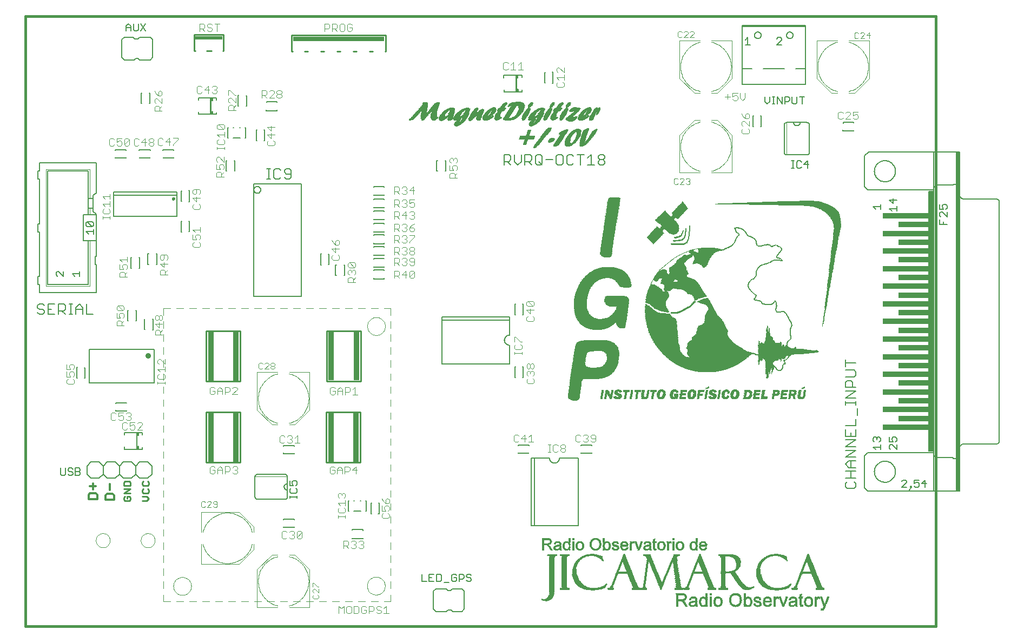
<source format=gbr>
G75*
G70*
%OFA0B0*%
%FSLAX24Y24*%
%IPPOS*%
%LPD*%
%AMOC8*
5,1,8,0,0,1.08239X$1,22.5*
%
%ADD10C,0.0160*%
%ADD11R,0.0154X0.0017*%
%ADD12R,0.0171X0.0017*%
%ADD13R,0.0188X0.0017*%
%ADD14R,0.0205X0.0017*%
%ADD15R,0.0222X0.0017*%
%ADD16R,0.0222X0.0017*%
%ADD17R,0.0239X0.0017*%
%ADD18R,0.0137X0.0017*%
%ADD19R,0.0120X0.0017*%
%ADD20R,0.0120X0.0017*%
%ADD21R,0.0017X0.0017*%
%ADD22R,0.0017X0.0017*%
%ADD23R,0.0103X0.0017*%
%ADD24R,0.0120X0.0017*%
%ADD25R,0.0188X0.0017*%
%ADD26R,0.0222X0.0017*%
%ADD27R,0.0171X0.0017*%
%ADD28R,0.0137X0.0017*%
%ADD29R,0.0256X0.0017*%
%ADD30R,0.0239X0.0017*%
%ADD31R,0.0274X0.0017*%
%ADD32R,0.0325X0.0017*%
%ADD33R,0.0120X0.0017*%
%ADD34R,0.0291X0.0017*%
%ADD35R,0.0188X0.0017*%
%ADD36R,0.0274X0.0017*%
%ADD37R,0.0325X0.0017*%
%ADD38R,0.0274X0.0017*%
%ADD39R,0.0325X0.0017*%
%ADD40R,0.0393X0.0017*%
%ADD41R,0.0274X0.0017*%
%ADD42R,0.0342X0.0017*%
%ADD43R,0.0137X0.0017*%
%ADD44R,0.0308X0.0017*%
%ADD45R,0.0359X0.0017*%
%ADD46R,0.0445X0.0017*%
%ADD47R,0.0376X0.0017*%
%ADD48R,0.0462X0.0017*%
%ADD49R,0.0376X0.0017*%
%ADD50R,0.0154X0.0017*%
%ADD51R,0.0496X0.0017*%
%ADD52R,0.0462X0.0017*%
%ADD53R,0.0410X0.0017*%
%ADD54R,0.0462X0.0017*%
%ADD55R,0.0171X0.0017*%
%ADD56R,0.0513X0.0017*%
%ADD57R,0.0513X0.0017*%
%ADD58R,0.0530X0.0017*%
%ADD59R,0.0462X0.0017*%
%ADD60R,0.0513X0.0017*%
%ADD61R,0.0445X0.0017*%
%ADD62R,0.0188X0.0017*%
%ADD63R,0.0239X0.0017*%
%ADD64R,0.0154X0.0017*%
%ADD65R,0.0137X0.0017*%
%ADD66R,0.0171X0.0017*%
%ADD67R,0.0205X0.0017*%
%ADD68R,0.0239X0.0017*%
%ADD69R,0.0154X0.0017*%
%ADD70R,0.0256X0.0017*%
%ADD71R,0.0291X0.0017*%
%ADD72R,0.0325X0.0017*%
%ADD73R,0.0564X0.0017*%
%ADD74R,0.0479X0.0017*%
%ADD75R,0.0342X0.0017*%
%ADD76R,0.0564X0.0017*%
%ADD77R,0.0410X0.0017*%
%ADD78R,0.0342X0.0017*%
%ADD79R,0.0393X0.0017*%
%ADD80R,0.0359X0.0017*%
%ADD81R,0.0308X0.0017*%
%ADD82R,0.0547X0.0017*%
%ADD83R,0.0257X0.0017*%
%ADD84R,0.0308X0.0017*%
%ADD85R,0.0427X0.0017*%
%ADD86R,0.0564X0.0017*%
%ADD87R,0.0530X0.0017*%
%ADD88R,0.0599X0.0017*%
%ADD89R,0.0616X0.0017*%
%ADD90R,0.0581X0.0017*%
%ADD91R,0.0633X0.0017*%
%ADD92R,0.0068X0.0017*%
%ADD93R,0.0376X0.0017*%
%ADD94R,0.0034X0.0017*%
%ADD95R,0.0103X0.0017*%
%ADD96R,0.0034X0.0017*%
%ADD97R,0.0479X0.0017*%
%ADD98R,0.0428X0.0017*%
%ADD99R,0.0428X0.0017*%
%ADD100R,0.0393X0.0017*%
%ADD101R,0.0427X0.0017*%
%ADD102R,0.0291X0.0017*%
%ADD103R,0.0359X0.0017*%
%ADD104R,0.0342X0.0017*%
%ADD105R,0.0359X0.0017*%
%ADD106R,0.0085X0.0017*%
%ADD107R,0.0291X0.0017*%
%ADD108R,0.0633X0.0017*%
%ADD109R,0.0496X0.0017*%
%ADD110R,0.0581X0.0017*%
%ADD111R,0.0445X0.0017*%
%ADD112R,0.0034X0.0017*%
%ADD113R,0.0376X0.0017*%
%ADD114R,0.0599X0.0017*%
%ADD115R,0.0821X0.0017*%
%ADD116R,0.0034X0.0017*%
%ADD117R,0.0821X0.0017*%
%ADD118R,0.0633X0.0017*%
%ADD119R,0.0975X0.0017*%
%ADD120R,0.0923X0.0017*%
%ADD121R,0.0547X0.0017*%
%ADD122R,0.0992X0.0017*%
%ADD123R,0.0633X0.0017*%
%ADD124R,0.1129X0.0017*%
%ADD125R,0.0923X0.0017*%
%ADD126R,0.0530X0.0017*%
%ADD127R,0.1129X0.0017*%
%ADD128R,0.1265X0.0017*%
%ADD129R,0.1402X0.0017*%
%ADD130R,0.0684X0.0017*%
%ADD131R,0.1385X0.0017*%
%ADD132R,0.0410X0.0017*%
%ADD133R,0.0650X0.0017*%
%ADD134R,0.0718X0.0017*%
%ADD135R,0.0667X0.0017*%
%ADD136R,0.0752X0.0017*%
%ADD137R,0.0804X0.0017*%
%ADD138R,0.0308X0.0017*%
%ADD139R,0.0085X0.0017*%
%ADD140R,0.0393X0.0017*%
%ADD141R,0.0410X0.0017*%
%ADD142R,0.0103X0.0017*%
%ADD143R,0.0086X0.0017*%
%ADD144R,0.0068X0.0017*%
%ADD145R,0.0051X0.0017*%
%ADD146R,0.1043X0.0017*%
%ADD147R,0.1043X0.0017*%
%ADD148R,0.1026X0.0017*%
%ADD149R,0.1026X0.0017*%
%ADD150R,0.1009X0.0017*%
%ADD151R,0.0941X0.0017*%
%ADD152R,0.0992X0.0017*%
%ADD153R,0.0975X0.0017*%
%ADD154R,0.0975X0.0017*%
%ADD155R,0.0906X0.0017*%
%ADD156R,0.0958X0.0017*%
%ADD157R,0.0889X0.0017*%
%ADD158R,0.0889X0.0017*%
%ADD159R,0.0205X0.0017*%
%ADD160R,0.0222X0.0017*%
%ADD161R,0.0051X0.0017*%
%ADD162R,0.0068X0.0017*%
%ADD163R,0.0086X0.0017*%
%ADD164R,0.1094X0.0017*%
%ADD165R,0.0445X0.0017*%
%ADD166R,0.1094X0.0017*%
%ADD167R,0.0616X0.0017*%
%ADD168R,0.1077X0.0017*%
%ADD169R,0.0479X0.0017*%
%ADD170R,0.1163X0.0017*%
%ADD171R,0.1077X0.0017*%
%ADD172R,0.0992X0.0017*%
%ADD173R,0.0889X0.0017*%
%ADD174R,0.1077X0.0017*%
%ADD175R,0.0787X0.0017*%
%ADD176R,0.1026X0.0017*%
%ADD177R,0.0787X0.0017*%
%ADD178R,0.0684X0.0017*%
%ADD179R,0.0684X0.0017*%
%ADD180R,0.0257X0.0017*%
%ADD181R,0.0103X0.0017*%
%ADD182R,0.0496X0.0017*%
%ADD183R,0.0496X0.0017*%
%ADD184R,0.0547X0.0017*%
%ADD185R,0.0547X0.0017*%
%ADD186R,0.0075X0.0015*%
%ADD187R,0.0300X0.0015*%
%ADD188R,0.0405X0.0015*%
%ADD189R,0.0480X0.0015*%
%ADD190R,0.0540X0.0015*%
%ADD191R,0.0555X0.0015*%
%ADD192R,0.0600X0.0015*%
%ADD193R,0.0165X0.0015*%
%ADD194R,0.0180X0.0015*%
%ADD195R,0.0150X0.0015*%
%ADD196R,0.0615X0.0015*%
%ADD197R,0.0135X0.0015*%
%ADD198R,0.0270X0.0015*%
%ADD199R,0.0255X0.0015*%
%ADD200R,0.0240X0.0015*%
%ADD201R,0.0210X0.0015*%
%ADD202R,0.0420X0.0015*%
%ADD203R,0.0375X0.0015*%
%ADD204R,0.0390X0.0015*%
%ADD205R,0.0645X0.0015*%
%ADD206R,0.0330X0.0015*%
%ADD207R,0.0315X0.0015*%
%ADD208R,0.0090X0.0015*%
%ADD209R,0.0660X0.0015*%
%ADD210R,0.0360X0.0015*%
%ADD211R,0.0345X0.0015*%
%ADD212R,0.0690X0.0015*%
%ADD213R,0.0435X0.0015*%
%ADD214R,0.0450X0.0015*%
%ADD215R,0.0705X0.0015*%
%ADD216R,0.0465X0.0015*%
%ADD217R,0.0195X0.0015*%
%ADD218R,0.0495X0.0015*%
%ADD219R,0.0225X0.0015*%
%ADD220R,0.0735X0.0015*%
%ADD221R,0.0750X0.0015*%
%ADD222R,0.0285X0.0015*%
%ADD223R,0.0120X0.0015*%
%ADD224R,0.0765X0.0015*%
%ADD225R,0.0015X0.0015*%
%ADD226R,0.0030X0.0015*%
%ADD227R,0.0045X0.0015*%
%ADD228R,0.0780X0.0015*%
%ADD229R,0.0795X0.0015*%
%ADD230R,0.0810X0.0015*%
%ADD231R,0.0825X0.0015*%
%ADD232R,0.0885X0.0015*%
%ADD233R,0.1815X0.0015*%
%ADD234R,0.1935X0.0015*%
%ADD235R,0.2025X0.0015*%
%ADD236R,0.0060X0.0015*%
%ADD237R,0.2070X0.0015*%
%ADD238R,0.0105X0.0015*%
%ADD239R,0.2115X0.0015*%
%ADD240R,0.2175X0.0015*%
%ADD241R,0.2205X0.0015*%
%ADD242R,0.2250X0.0015*%
%ADD243R,0.2280X0.0015*%
%ADD244R,0.2295X0.0015*%
%ADD245R,0.2325X0.0015*%
%ADD246R,0.2355X0.0015*%
%ADD247R,0.2385X0.0015*%
%ADD248R,0.2400X0.0015*%
%ADD249R,0.2430X0.0015*%
%ADD250R,0.2445X0.0015*%
%ADD251R,0.2460X0.0015*%
%ADD252R,0.2475X0.0015*%
%ADD253R,0.2490X0.0015*%
%ADD254R,0.2505X0.0015*%
%ADD255R,0.2520X0.0015*%
%ADD256R,0.2535X0.0015*%
%ADD257R,0.2550X0.0015*%
%ADD258R,0.2565X0.0015*%
%ADD259R,0.2580X0.0015*%
%ADD260R,0.2595X0.0015*%
%ADD261R,0.2610X0.0015*%
%ADD262R,0.2625X0.0015*%
%ADD263R,0.0900X0.0015*%
%ADD264R,0.1140X0.0015*%
%ADD265R,0.2640X0.0015*%
%ADD266R,0.1335X0.0015*%
%ADD267R,0.1500X0.0015*%
%ADD268R,0.2655X0.0015*%
%ADD269R,0.1665X0.0015*%
%ADD270R,0.2670X0.0015*%
%ADD271R,0.1785X0.0015*%
%ADD272R,0.2685X0.0015*%
%ADD273R,0.1920X0.0015*%
%ADD274R,0.2040X0.0015*%
%ADD275R,0.2145X0.0015*%
%ADD276R,0.2700X0.0015*%
%ADD277R,0.2715X0.0015*%
%ADD278R,0.2730X0.0015*%
%ADD279R,0.2790X0.0015*%
%ADD280R,0.0525X0.0015*%
%ADD281R,0.2745X0.0015*%
%ADD282R,0.2850X0.0015*%
%ADD283R,0.1155X0.0015*%
%ADD284R,0.1200X0.0015*%
%ADD285R,0.2940X0.0015*%
%ADD286R,0.1050X0.0015*%
%ADD287R,0.1065X0.0015*%
%ADD288R,0.3000X0.0015*%
%ADD289R,0.0990X0.0015*%
%ADD290R,0.3075X0.0015*%
%ADD291R,0.0630X0.0015*%
%ADD292R,0.0930X0.0015*%
%ADD293R,0.0960X0.0015*%
%ADD294R,0.3150X0.0015*%
%ADD295R,0.3210X0.0015*%
%ADD296R,0.0915X0.0015*%
%ADD297R,0.3270X0.0015*%
%ADD298R,0.0585X0.0015*%
%ADD299R,0.0870X0.0015*%
%ADD300R,0.3345X0.0015*%
%ADD301R,0.0570X0.0015*%
%ADD302R,0.0855X0.0015*%
%ADD303R,0.3405X0.0015*%
%ADD304R,0.0840X0.0015*%
%ADD305R,0.3465X0.0015*%
%ADD306R,0.3525X0.0015*%
%ADD307R,0.3585X0.0015*%
%ADD308R,0.3630X0.0015*%
%ADD309R,0.3690X0.0015*%
%ADD310R,0.3735X0.0015*%
%ADD311R,0.3795X0.0015*%
%ADD312R,0.3855X0.0015*%
%ADD313R,0.3885X0.0015*%
%ADD314R,0.3945X0.0015*%
%ADD315R,0.4005X0.0015*%
%ADD316R,0.4035X0.0015*%
%ADD317R,0.4095X0.0015*%
%ADD318R,0.4125X0.0015*%
%ADD319R,0.4185X0.0015*%
%ADD320R,0.4230X0.0015*%
%ADD321R,0.4275X0.0015*%
%ADD322R,0.0510X0.0015*%
%ADD323R,0.4305X0.0015*%
%ADD324R,0.4365X0.0015*%
%ADD325R,0.4395X0.0015*%
%ADD326R,0.4455X0.0015*%
%ADD327R,0.4485X0.0015*%
%ADD328R,0.4515X0.0015*%
%ADD329R,0.4575X0.0015*%
%ADD330R,0.4605X0.0015*%
%ADD331R,0.4635X0.0015*%
%ADD332R,0.4695X0.0015*%
%ADD333R,0.4725X0.0015*%
%ADD334R,0.4755X0.0015*%
%ADD335R,0.4800X0.0015*%
%ADD336R,0.1125X0.0015*%
%ADD337R,0.4845X0.0015*%
%ADD338R,0.1590X0.0015*%
%ADD339R,0.4875X0.0015*%
%ADD340R,0.1650X0.0015*%
%ADD341R,0.4905X0.0015*%
%ADD342R,0.4935X0.0015*%
%ADD343R,0.1305X0.0015*%
%ADD344R,0.3600X0.0015*%
%ADD345R,0.1275X0.0015*%
%ADD346R,0.3615X0.0015*%
%ADD347R,0.1245X0.0015*%
%ADD348R,0.3645X0.0015*%
%ADD349R,0.1230X0.0015*%
%ADD350R,0.3675X0.0015*%
%ADD351R,0.1695X0.0015*%
%ADD352R,0.1215X0.0015*%
%ADD353R,0.1710X0.0015*%
%ADD354R,0.3720X0.0015*%
%ADD355R,0.1725X0.0015*%
%ADD356R,0.3750X0.0015*%
%ADD357R,0.1740X0.0015*%
%ADD358R,0.1185X0.0015*%
%ADD359R,0.3765X0.0015*%
%ADD360R,0.1770X0.0015*%
%ADD361R,0.3810X0.0015*%
%ADD362R,0.2010X0.0015*%
%ADD363R,0.3840X0.0015*%
%ADD364R,0.1860X0.0015*%
%ADD365R,0.1170X0.0015*%
%ADD366R,0.1995X0.0015*%
%ADD367R,0.3915X0.0015*%
%ADD368R,0.2130X0.0015*%
%ADD369R,0.3930X0.0015*%
%ADD370R,0.2220X0.0015*%
%ADD371R,0.3975X0.0015*%
%ADD372R,0.2820X0.0015*%
%ADD373R,0.4170X0.0015*%
%ADD374R,0.2985X0.0015*%
%ADD375R,0.4140X0.0015*%
%ADD376R,0.3120X0.0015*%
%ADD377R,0.3285X0.0015*%
%ADD378R,0.3495X0.0015*%
%ADD379R,0.3870X0.0015*%
%ADD380R,0.3705X0.0015*%
%ADD381R,0.1365X0.0015*%
%ADD382R,0.1260X0.0015*%
%ADD383R,0.3540X0.0015*%
%ADD384R,0.3510X0.0015*%
%ADD385R,0.3165X0.0015*%
%ADD386R,0.3480X0.0015*%
%ADD387R,0.1290X0.0015*%
%ADD388R,0.2910X0.0015*%
%ADD389R,0.1320X0.0015*%
%ADD390R,0.2340X0.0015*%
%ADD391R,0.1350X0.0015*%
%ADD392R,0.3435X0.0015*%
%ADD393R,0.1965X0.0015*%
%ADD394R,0.1380X0.0015*%
%ADD395R,0.3360X0.0015*%
%ADD396R,0.3315X0.0015*%
%ADD397R,0.1905X0.0015*%
%ADD398R,0.1395X0.0015*%
%ADD399R,0.3300X0.0015*%
%ADD400R,0.1890X0.0015*%
%ADD401R,0.1410X0.0015*%
%ADD402R,0.3255X0.0015*%
%ADD403R,0.1875X0.0015*%
%ADD404R,0.1425X0.0015*%
%ADD405R,0.3225X0.0015*%
%ADD406R,0.3195X0.0015*%
%ADD407R,0.1620X0.0015*%
%ADD408R,0.3180X0.0015*%
%ADD409R,0.1440X0.0015*%
%ADD410R,0.3135X0.0015*%
%ADD411R,0.1455X0.0015*%
%ADD412R,0.3105X0.0015*%
%ADD413R,0.3090X0.0015*%
%ADD414R,0.3060X0.0015*%
%ADD415R,0.3030X0.0015*%
%ADD416R,0.3015X0.0015*%
%ADD417R,0.1470X0.0015*%
%ADD418R,0.2970X0.0015*%
%ADD419R,0.2370X0.0015*%
%ADD420R,0.2925X0.0015*%
%ADD421R,0.1110X0.0015*%
%ADD422R,0.2895X0.0015*%
%ADD423R,0.2310X0.0015*%
%ADD424R,0.2865X0.0015*%
%ADD425R,0.1095X0.0015*%
%ADD426R,0.1485X0.0015*%
%ADD427R,0.0675X0.0015*%
%ADD428R,0.2235X0.0015*%
%ADD429R,0.2805X0.0015*%
%ADD430R,0.2160X0.0015*%
%ADD431R,0.1515X0.0015*%
%ADD432R,0.2775X0.0015*%
%ADD433R,0.2100X0.0015*%
%ADD434R,0.2055X0.0015*%
%ADD435R,0.1980X0.0015*%
%ADD436R,0.1530X0.0015*%
%ADD437R,0.1545X0.0015*%
%ADD438R,0.1560X0.0015*%
%ADD439R,0.1575X0.0015*%
%ADD440R,0.1605X0.0015*%
%ADD441R,0.1635X0.0015*%
%ADD442R,0.2265X0.0015*%
%ADD443R,0.1680X0.0015*%
%ADD444R,0.1950X0.0015*%
%ADD445R,0.1755X0.0015*%
%ADD446R,0.1800X0.0015*%
%ADD447R,0.1845X0.0015*%
%ADD448R,0.1035X0.0015*%
%ADD449R,0.1830X0.0015*%
%ADD450R,0.2880X0.0015*%
%ADD451R,0.2955X0.0015*%
%ADD452R,0.1080X0.0015*%
%ADD453R,0.3045X0.0015*%
%ADD454R,0.1020X0.0015*%
%ADD455R,0.1005X0.0015*%
%ADD456R,0.0975X0.0015*%
%ADD457R,0.0945X0.0015*%
%ADD458R,0.0720X0.0015*%
%ADD459R,0.2190X0.0015*%
%ADD460R,0.2760X0.0015*%
%ADD461R,0.4020X0.0015*%
%ADD462R,0.4890X0.0015*%
%ADD463R,0.5775X0.0015*%
%ADD464R,0.6750X0.0015*%
%ADD465R,0.6840X0.0015*%
%ADD466R,0.6660X0.0015*%
%ADD467R,0.6165X0.0015*%
%ADD468R,0.5655X0.0015*%
%ADD469R,0.5160X0.0015*%
%ADD470R,0.4665X0.0015*%
%ADD471R,0.4155X0.0015*%
%ADD472R,0.3660X0.0015*%
%ADD473R,0.0062X0.0013*%
%ADD474R,0.0100X0.0012*%
%ADD475R,0.0137X0.0013*%
%ADD476R,0.0162X0.0012*%
%ADD477R,0.0175X0.0013*%
%ADD478R,0.0187X0.0012*%
%ADD479R,0.0200X0.0013*%
%ADD480R,0.0200X0.0012*%
%ADD481R,0.0075X0.0013*%
%ADD482R,0.0087X0.0013*%
%ADD483R,0.0212X0.0012*%
%ADD484R,0.0150X0.0012*%
%ADD485R,0.0175X0.0012*%
%ADD486R,0.0213X0.0013*%
%ADD487R,0.0250X0.0013*%
%ADD488R,0.0212X0.0013*%
%ADD489R,0.0225X0.0012*%
%ADD490R,0.0300X0.0012*%
%ADD491R,0.0263X0.0012*%
%ADD492R,0.0225X0.0013*%
%ADD493R,0.0263X0.0013*%
%ADD494R,0.0350X0.0013*%
%ADD495R,0.0288X0.0013*%
%ADD496R,0.0288X0.0012*%
%ADD497R,0.0387X0.0012*%
%ADD498R,0.0300X0.0013*%
%ADD499R,0.0400X0.0013*%
%ADD500R,0.0325X0.0013*%
%ADD501R,0.0237X0.0012*%
%ADD502R,0.0313X0.0012*%
%ADD503R,0.0438X0.0012*%
%ADD504R,0.0338X0.0012*%
%ADD505R,0.0238X0.0013*%
%ADD506R,0.0312X0.0013*%
%ADD507R,0.0450X0.0013*%
%ADD508R,0.0363X0.0013*%
%ADD509R,0.0325X0.0012*%
%ADD510R,0.0487X0.0012*%
%ADD511R,0.0375X0.0012*%
%ADD512R,0.0500X0.0013*%
%ADD513R,0.0388X0.0013*%
%ADD514R,0.0213X0.0012*%
%ADD515R,0.0238X0.0012*%
%ADD516R,0.0538X0.0012*%
%ADD517R,0.0400X0.0012*%
%ADD518R,0.0237X0.0013*%
%ADD519R,0.0337X0.0013*%
%ADD520R,0.0550X0.0013*%
%ADD521R,0.0413X0.0013*%
%ADD522R,0.0563X0.0012*%
%ADD523R,0.0425X0.0012*%
%ADD524R,0.0575X0.0013*%
%ADD525R,0.0438X0.0013*%
%ADD526R,0.0250X0.0012*%
%ADD527R,0.0337X0.0012*%
%ADD528R,0.0588X0.0012*%
%ADD529R,0.0450X0.0012*%
%ADD530R,0.0338X0.0013*%
%ADD531R,0.0375X0.0013*%
%ADD532R,0.0188X0.0013*%
%ADD533R,0.0463X0.0013*%
%ADD534R,0.0363X0.0012*%
%ADD535R,0.0475X0.0012*%
%ADD536R,0.0262X0.0013*%
%ADD537R,0.0488X0.0013*%
%ADD538R,0.0500X0.0012*%
%ADD539R,0.0050X0.0013*%
%ADD540R,0.0138X0.0012*%
%ADD541R,0.0350X0.0012*%
%ADD542R,0.0512X0.0012*%
%ADD543R,0.0262X0.0012*%
%ADD544R,0.0312X0.0012*%
%ADD545R,0.0275X0.0013*%
%ADD546R,0.0187X0.0013*%
%ADD547R,0.0188X0.0012*%
%ADD548R,0.0362X0.0012*%
%ADD549R,0.0313X0.0013*%
%ADD550R,0.0275X0.0012*%
%ADD551R,0.0362X0.0013*%
%ADD552R,0.0912X0.0012*%
%ADD553R,0.0925X0.0013*%
%ADD554R,0.0925X0.0012*%
%ADD555R,0.0287X0.0012*%
%ADD556R,0.0913X0.0013*%
%ADD557R,0.0287X0.0013*%
%ADD558R,0.0013X0.0013*%
%ADD559R,0.0075X0.0012*%
%ADD560R,0.0425X0.0013*%
%ADD561R,0.0437X0.0012*%
%ADD562R,0.0437X0.0013*%
%ADD563R,0.0412X0.0012*%
%ADD564R,0.0387X0.0013*%
%ADD565R,0.0562X0.0013*%
%ADD566R,0.0525X0.0012*%
%ADD567R,0.0513X0.0013*%
%ADD568R,0.0488X0.0012*%
%ADD569R,0.0462X0.0013*%
%ADD570R,0.0162X0.0013*%
%ADD571R,0.0100X0.0013*%
%ADD572R,0.0138X0.0013*%
%ADD573R,0.0037X0.0012*%
%ADD574R,0.0113X0.0012*%
%ADD575R,0.0088X0.0013*%
%ADD576R,0.0063X0.0012*%
%ADD577R,0.0125X0.0013*%
%ADD578R,0.0062X0.0012*%
%ADD579R,0.0037X0.0013*%
%ADD580R,0.0463X0.0012*%
%ADD581R,0.0012X0.0012*%
%ADD582R,0.0125X0.0012*%
%ADD583R,0.0413X0.0012*%
%ADD584R,0.0025X0.0013*%
%ADD585R,0.0163X0.0013*%
%ADD586R,0.0112X0.0013*%
%ADD587R,0.0112X0.0012*%
%ADD588R,0.0088X0.0012*%
%ADD589R,0.0163X0.0012*%
%ADD590R,0.0137X0.0012*%
%ADD591R,0.0537X0.0013*%
%ADD592R,0.0588X0.0013*%
%ADD593R,0.0637X0.0012*%
%ADD594R,0.0612X0.0012*%
%ADD595R,0.0675X0.0013*%
%ADD596R,0.0625X0.0013*%
%ADD597R,0.0713X0.0012*%
%ADD598R,0.0038X0.0013*%
%ADD599R,0.0475X0.0013*%
%ADD600R,0.0738X0.0013*%
%ADD601R,0.0650X0.0013*%
%ADD602R,0.0763X0.0012*%
%ADD603R,0.0388X0.0012*%
%ADD604R,0.0638X0.0012*%
%ADD605R,0.0525X0.0013*%
%ADD606R,0.0412X0.0013*%
%ADD607R,0.0788X0.0013*%
%ADD608R,0.0537X0.0012*%
%ADD609R,0.0787X0.0012*%
%ADD610R,0.0650X0.0012*%
%ADD611R,0.0812X0.0013*%
%ADD612R,0.0587X0.0012*%
%ADD613R,0.0600X0.0013*%
%ADD614R,0.0638X0.0013*%
%ADD615R,0.0513X0.0012*%
%ADD616R,0.0625X0.0012*%
%ADD617R,0.0462X0.0012*%
%ADD618R,0.0863X0.0013*%
%ADD619R,0.0825X0.0013*%
%ADD620R,0.0838X0.0013*%
%ADD621R,0.0613X0.0013*%
%ADD622R,0.0875X0.0012*%
%ADD623R,0.0838X0.0012*%
%ADD624R,0.0825X0.0012*%
%ADD625R,0.0600X0.0012*%
%ADD626R,0.0862X0.0013*%
%ADD627R,0.0837X0.0013*%
%ADD628R,0.0587X0.0013*%
%ADD629R,0.0862X0.0012*%
%ADD630R,0.0837X0.0012*%
%ADD631R,0.0750X0.0012*%
%ADD632R,0.0050X0.0012*%
%ADD633R,0.0738X0.0012*%
%ADD634R,0.0025X0.0012*%
%ADD635R,0.0737X0.0013*%
%ADD636R,0.0737X0.0012*%
%ADD637R,0.0725X0.0013*%
%ADD638R,0.0725X0.0012*%
%ADD639R,0.0712X0.0013*%
%ADD640R,0.0713X0.0013*%
%ADD641R,0.0700X0.0012*%
%ADD642R,0.0150X0.0013*%
%ADD643R,0.0613X0.0012*%
%ADD644R,0.0487X0.0013*%
%ADD645R,0.0562X0.0012*%
%ADD646R,0.0550X0.0012*%
%ADD647R,0.0512X0.0013*%
%ADD648R,0.0538X0.0013*%
%ADD649R,0.0575X0.0012*%
%ADD650R,0.0013X0.0012*%
%ADD651R,0.0087X0.0012*%
%ADD652R,0.1025X0.0013*%
%ADD653R,0.1012X0.0012*%
%ADD654R,0.1000X0.0013*%
%ADD655R,0.1000X0.0012*%
%ADD656R,0.0975X0.0013*%
%ADD657R,0.0963X0.0012*%
%ADD658R,0.0950X0.0013*%
%ADD659R,0.0900X0.0013*%
%ADD660R,0.0888X0.0012*%
%ADD661R,0.0850X0.0013*%
%ADD662R,0.0787X0.0013*%
%ADD663R,0.0688X0.0013*%
%ADD664R,0.0063X0.0013*%
%ADD665C,0.0100*%
%ADD666C,0.0130*%
%ADD667C,0.0000*%
%ADD668C,0.0060*%
%ADD669C,0.0040*%
%ADD670C,0.0050*%
%ADD671R,0.0300X1.6000*%
%ADD672R,0.0200X2.0900*%
%ADD673R,0.2850X0.0320*%
%ADD674R,0.1850X0.0320*%
%ADD675C,0.0070*%
%ADD676C,0.0020*%
%ADD677C,0.0030*%
%ADD678C,0.0080*%
%ADD679R,0.1750X0.0200*%
%ADD680C,0.0348*%
%ADD681C,0.0010*%
%ADD682R,0.0350X0.3000*%
%ADD683R,0.5600X0.0250*%
D10*
X000191Y000181D02*
X056291Y000181D01*
X056291Y037781D01*
X000191Y037781D01*
X000191Y000181D01*
D11*
X032391Y005158D03*
X032459Y005089D03*
X032493Y005038D03*
X032511Y005294D03*
X032511Y005482D03*
X032835Y005311D03*
X033092Y005311D03*
X033417Y005311D03*
X033673Y005294D03*
X033673Y004952D03*
X034221Y005311D03*
X034340Y005397D03*
X035093Y004987D03*
X035520Y004987D03*
X035537Y005004D03*
X036016Y005397D03*
X036119Y005311D03*
X036409Y005311D03*
X036409Y005209D03*
X036649Y005311D03*
X037196Y005311D03*
X037965Y004935D03*
X038342Y004935D03*
X038376Y005311D03*
X038632Y005311D03*
X038649Y005192D03*
X039368Y005397D03*
X039504Y004952D03*
X039915Y005380D03*
X040359Y005294D03*
X040650Y005294D03*
X040359Y004952D03*
X041231Y005311D03*
X041334Y005397D03*
X041933Y005397D03*
X042052Y005311D03*
X041796Y004952D03*
X041727Y004525D03*
X041385Y003670D03*
X041334Y003533D03*
X041283Y003396D03*
X041283Y003379D03*
X041266Y003345D03*
X041266Y003328D03*
X041249Y003294D03*
X041231Y003277D03*
X041231Y003242D03*
X041214Y003225D03*
X041197Y003191D03*
X041197Y003174D03*
X041180Y003140D03*
X041180Y003123D03*
X041163Y003088D03*
X041163Y003071D03*
X041146Y003037D03*
X041129Y003020D03*
X041129Y002986D03*
X041112Y002969D03*
X041095Y002935D03*
X041095Y002917D03*
X041078Y002883D03*
X041078Y002866D03*
X041061Y002832D03*
X041061Y002815D03*
X041043Y002781D03*
X041026Y002746D03*
X041026Y002729D03*
X041009Y002695D03*
X040992Y002678D03*
X040992Y002644D03*
X040975Y002627D03*
X040838Y002062D03*
X040855Y002028D03*
X040855Y001891D03*
X040838Y001874D03*
X040736Y001669D03*
X040804Y001584D03*
X040804Y001567D03*
X040838Y001515D03*
X040855Y001481D03*
X040872Y001464D03*
X040889Y001430D03*
X040907Y001413D03*
X041146Y001481D03*
X041505Y001532D03*
X041813Y001481D03*
X042138Y001515D03*
X042138Y001532D03*
X042138Y001823D03*
X041933Y001977D03*
X041813Y001874D03*
X041488Y001874D03*
X041180Y001874D03*
X043643Y001977D03*
X043660Y002011D03*
X043677Y002028D03*
X043660Y001567D03*
X044173Y001532D03*
X044207Y001584D03*
X044515Y001532D03*
X044515Y001823D03*
X044840Y001874D03*
X045147Y001772D03*
X045147Y001481D03*
X044840Y001481D03*
X045455Y001481D03*
X045421Y001874D03*
X046054Y001481D03*
X046361Y001840D03*
X047319Y001874D03*
X047661Y001532D03*
X048037Y001378D03*
X048584Y001481D03*
X048892Y001823D03*
X049422Y001430D03*
X049269Y001156D03*
X047661Y002644D03*
X047678Y002678D03*
X047678Y002695D03*
X047695Y002729D03*
X047695Y002746D03*
X047712Y002781D03*
X047729Y002815D03*
X047729Y002832D03*
X047747Y002866D03*
X047764Y002883D03*
X047764Y002917D03*
X047781Y002935D03*
X047798Y002969D03*
X047798Y002986D03*
X047815Y003020D03*
X047815Y003037D03*
X047832Y003071D03*
X047832Y003088D03*
X047849Y003123D03*
X047866Y003140D03*
X047866Y003174D03*
X047883Y003191D03*
X047901Y003225D03*
X047901Y003242D03*
X047918Y003277D03*
X047918Y003294D03*
X047935Y003328D03*
X047935Y003345D03*
X047952Y003379D03*
X048089Y003738D03*
X047046Y004303D03*
X044190Y002028D03*
X038324Y002729D03*
X038324Y002746D03*
X038324Y002781D03*
X038342Y002866D03*
X038342Y002883D03*
X038342Y002917D03*
X038359Y003020D03*
X038359Y003037D03*
X038376Y003123D03*
X038376Y003140D03*
X038393Y003277D03*
X038410Y003396D03*
X038307Y002644D03*
X038307Y002627D03*
X038307Y002593D03*
X036580Y003277D03*
X036580Y003294D03*
X036597Y003328D03*
X036597Y003345D03*
X036614Y003379D03*
X036563Y003242D03*
X036546Y003225D03*
X036546Y003191D03*
X036529Y003174D03*
X036512Y003140D03*
X036512Y003123D03*
X036495Y003088D03*
X036495Y003071D03*
X036478Y003037D03*
X036478Y003020D03*
X036461Y002986D03*
X036444Y002969D03*
X036444Y002935D03*
X036426Y002917D03*
X036409Y002866D03*
X036392Y002832D03*
X036392Y002815D03*
X036375Y002781D03*
X036358Y002746D03*
X036358Y002729D03*
X036341Y002695D03*
X036341Y002678D03*
X036324Y002644D03*
X036290Y002575D03*
X036768Y003790D03*
X035708Y004303D03*
D12*
X036110Y004935D03*
X035854Y004952D03*
X035854Y005294D03*
X035494Y005482D03*
X036657Y004935D03*
X036965Y005311D03*
X037204Y004935D03*
X037512Y005294D03*
X037957Y004952D03*
X039479Y004935D03*
X039479Y005311D03*
X040385Y005311D03*
X040624Y005311D03*
X041240Y004935D03*
X041821Y005311D03*
X040966Y002593D03*
X040676Y001720D03*
X040727Y001686D03*
X040761Y001635D03*
X040778Y001618D03*
X040830Y001532D03*
X041941Y001378D03*
X042129Y001840D03*
X043685Y001532D03*
X043702Y001515D03*
X044147Y002062D03*
X045754Y001874D03*
X046045Y001874D03*
X045754Y001481D03*
X047311Y001618D03*
X047653Y001515D03*
X048576Y001874D03*
X049277Y001173D03*
X047653Y002627D03*
X047960Y003396D03*
X048405Y004491D03*
X039325Y002593D03*
X039325Y002575D03*
X038299Y002575D03*
X038299Y002541D03*
X036298Y002593D03*
X034229Y004935D03*
X033425Y004935D03*
D13*
X033519Y004867D03*
X034203Y004166D03*
X034169Y004114D03*
X034101Y004012D03*
X036016Y004867D03*
X037965Y004969D03*
X038974Y004918D03*
X042121Y001857D03*
X042121Y001498D03*
X041488Y001498D03*
X043728Y001498D03*
X044532Y001498D03*
X044532Y001857D03*
X046379Y001857D03*
X047644Y001498D03*
X048909Y001857D03*
X049286Y001190D03*
X045421Y003961D03*
X045438Y004012D03*
X045472Y004063D03*
X045541Y004166D03*
D14*
X045566Y004200D03*
X045618Y004251D03*
X045669Y004303D03*
X045720Y004337D03*
X045737Y004354D03*
X045481Y004080D03*
X045412Y003943D03*
X045395Y003892D03*
X045378Y003841D03*
X045361Y003790D03*
X047003Y004354D03*
X048405Y004439D03*
X048405Y004456D03*
X044540Y001874D03*
X044540Y001481D03*
X044130Y002080D03*
X045293Y001378D03*
X045908Y001378D03*
X046883Y001515D03*
X047995Y001481D03*
X048012Y001430D03*
X048012Y001413D03*
X049294Y001207D03*
X044027Y003721D03*
X044027Y003738D03*
X043976Y003670D03*
X041736Y004456D03*
X041479Y004935D03*
X041479Y005311D03*
X039325Y002627D03*
X040813Y002080D03*
X042112Y001874D03*
X042112Y001481D03*
X037068Y004439D03*
X037068Y004456D03*
X036435Y005192D03*
X035871Y005311D03*
X034400Y004354D03*
X034366Y004337D03*
X034332Y004303D03*
X034315Y004285D03*
X034229Y004200D03*
X034212Y004183D03*
X034109Y004029D03*
X034092Y003995D03*
X034075Y003943D03*
X034058Y003892D03*
X034041Y003875D03*
X034041Y003841D03*
X034024Y003790D03*
X033648Y004935D03*
X033511Y005380D03*
X032981Y005397D03*
D15*
X034015Y003772D03*
X034015Y003738D03*
X034015Y003721D03*
X035657Y004354D03*
X035879Y004935D03*
X036016Y005380D03*
X044053Y003772D03*
X044070Y003790D03*
X045370Y003824D03*
X045387Y003875D03*
X045780Y004388D03*
X045814Y004405D03*
X047182Y002627D03*
X047593Y002524D03*
X047490Y001977D03*
X046875Y001532D03*
X047627Y001481D03*
X048003Y001464D03*
X049303Y001225D03*
X045421Y001618D03*
X044720Y001960D03*
D16*
X043916Y003619D03*
X044070Y003807D03*
X045370Y003807D03*
X045763Y004371D03*
X046977Y004371D03*
X048003Y001447D03*
X049303Y001242D03*
X040496Y004867D03*
X038444Y004867D03*
X034015Y003755D03*
X032904Y004867D03*
D17*
X032861Y005089D03*
X037085Y005380D03*
X038401Y005089D03*
X039359Y005380D03*
X040505Y005380D03*
X041941Y005380D03*
X044096Y003875D03*
X044079Y003824D03*
X043856Y003584D03*
X045344Y003636D03*
X045344Y003670D03*
X045344Y003687D03*
X048405Y004405D03*
X049311Y001259D03*
X044096Y001481D03*
X041343Y001977D03*
X040915Y002524D03*
X039325Y002644D03*
X037068Y004405D03*
D18*
X037068Y004525D03*
X037068Y004542D03*
X037085Y004850D03*
X036948Y004952D03*
X036691Y005055D03*
X036538Y004850D03*
X036401Y004952D03*
X036144Y005294D03*
X035836Y005260D03*
X035836Y005243D03*
X035836Y004987D03*
X035546Y005431D03*
X035529Y005448D03*
X035306Y005602D03*
X035084Y005448D03*
X035084Y005004D03*
X034486Y004952D03*
X034195Y004952D03*
X034195Y005294D03*
X034486Y005294D03*
X033391Y005294D03*
X033118Y005294D03*
X033118Y005192D03*
X033118Y004987D03*
X032793Y004952D03*
X032793Y005055D03*
X032587Y004884D03*
X032570Y004901D03*
X032519Y004987D03*
X032519Y005004D03*
X032485Y005055D03*
X032416Y005140D03*
X032536Y005311D03*
X035905Y002678D03*
X036691Y003584D03*
X036691Y003601D03*
X036709Y003636D03*
X036743Y003721D03*
X036743Y003738D03*
X036760Y003772D03*
X036794Y003841D03*
X036794Y003875D03*
X036811Y003892D03*
X036845Y003978D03*
X036845Y003995D03*
X036862Y004029D03*
X036862Y004046D03*
X036897Y004132D03*
X036914Y004149D03*
X038470Y003875D03*
X038470Y003841D03*
X038470Y003824D03*
X038470Y003790D03*
X038453Y003738D03*
X038453Y003721D03*
X038453Y003687D03*
X038453Y003670D03*
X038419Y003499D03*
X038419Y003482D03*
X038419Y003448D03*
X038419Y003430D03*
X038401Y003379D03*
X038401Y003345D03*
X038401Y003328D03*
X038401Y003294D03*
X038367Y003088D03*
X038367Y003071D03*
X038350Y002986D03*
X038350Y002969D03*
X038350Y002935D03*
X038316Y002695D03*
X038316Y002678D03*
X039325Y002541D03*
X039325Y002524D03*
X039513Y002986D03*
X039530Y003020D03*
X039581Y003140D03*
X039598Y003191D03*
X039616Y003225D03*
X039633Y003277D03*
X039684Y003396D03*
X039701Y003430D03*
X039769Y003601D03*
X039821Y003721D03*
X039906Y003926D03*
X039359Y004850D03*
X039222Y004952D03*
X039222Y005294D03*
X039513Y005294D03*
X039769Y005260D03*
X039769Y005243D03*
X040334Y005260D03*
X040334Y004987D03*
X040505Y004850D03*
X040676Y005260D03*
X041223Y004952D03*
X041514Y004987D03*
X041514Y005260D03*
X041787Y005294D03*
X042078Y005294D03*
X042078Y004952D03*
X041941Y004850D03*
X041736Y004542D03*
X041565Y004132D03*
X041531Y004046D03*
X041531Y004029D03*
X041514Y003995D03*
X041514Y003978D03*
X041479Y003926D03*
X041479Y003892D03*
X041462Y003875D03*
X041428Y003790D03*
X041428Y003772D03*
X041411Y003738D03*
X041411Y003721D03*
X041394Y003687D03*
X041377Y003636D03*
X041360Y003601D03*
X041343Y003550D03*
X040864Y002011D03*
X040864Y001977D03*
X040864Y001960D03*
X040864Y001926D03*
X041137Y001823D03*
X041120Y001584D03*
X041120Y001567D03*
X041120Y001532D03*
X041120Y001515D03*
X041514Y001567D03*
X041514Y001584D03*
X041514Y001618D03*
X041514Y001823D03*
X041770Y001823D03*
X041787Y001840D03*
X041787Y001515D03*
X042146Y001567D03*
X042146Y001772D03*
X042146Y001789D03*
X042642Y001772D03*
X042676Y001840D03*
X042642Y001584D03*
X042676Y001515D03*
X043036Y001515D03*
X043053Y001532D03*
X043053Y001567D03*
X043070Y001618D03*
X043070Y001635D03*
X043070Y001720D03*
X043070Y001738D03*
X043053Y001823D03*
X043036Y001840D03*
X043600Y001823D03*
X043600Y001789D03*
X043600Y001772D03*
X043600Y001738D03*
X043600Y001720D03*
X043634Y001635D03*
X043634Y001618D03*
X043651Y001584D03*
X043634Y001960D03*
X044198Y002011D03*
X044233Y001960D03*
X044233Y001926D03*
X044250Y001891D03*
X044250Y001874D03*
X044250Y001840D03*
X044250Y001823D03*
X044250Y001738D03*
X044250Y001720D03*
X044250Y001686D03*
X044250Y001669D03*
X044233Y001635D03*
X044233Y001618D03*
X044198Y001567D03*
X044506Y001567D03*
X044506Y001584D03*
X044506Y001772D03*
X044506Y001789D03*
X044506Y001960D03*
X044506Y001977D03*
X044506Y002011D03*
X044506Y002028D03*
X044506Y002062D03*
X044506Y002080D03*
X044506Y002114D03*
X044506Y002131D03*
X044506Y002165D03*
X044506Y002182D03*
X044882Y001823D03*
X044899Y001772D03*
X044899Y001584D03*
X044882Y001532D03*
X045139Y001874D03*
X045464Y001584D03*
X045686Y001618D03*
X046096Y001532D03*
X046353Y001789D03*
X046353Y001823D03*
X047293Y001840D03*
X047276Y001584D03*
X047276Y001515D03*
X047670Y001567D03*
X048217Y001618D03*
X048217Y001635D03*
X048217Y001720D03*
X048217Y001738D03*
X048234Y001789D03*
X048251Y001823D03*
X048251Y001840D03*
X048251Y001515D03*
X048610Y001515D03*
X048627Y001532D03*
X048627Y001823D03*
X048610Y001840D03*
X048884Y001789D03*
X048884Y001772D03*
X048884Y001738D03*
X049260Y001840D03*
X049277Y001789D03*
X049226Y001926D03*
X049431Y001413D03*
X049380Y001276D03*
X048012Y003533D03*
X048012Y003550D03*
X048029Y003584D03*
X048029Y003601D03*
X048063Y003670D03*
X048063Y003687D03*
X048080Y003721D03*
X048114Y003790D03*
X048114Y003824D03*
X048131Y003841D03*
X048148Y003875D03*
X048148Y003892D03*
X048166Y003926D03*
X048166Y003943D03*
X048183Y003978D03*
X048183Y003995D03*
X048200Y004029D03*
X048217Y004080D03*
X048234Y004097D03*
X048251Y004149D03*
X048405Y004525D03*
X048405Y004542D03*
X047054Y004285D03*
X040334Y002080D03*
X040334Y002062D03*
X040334Y002028D03*
X040334Y002011D03*
X040334Y001977D03*
X040334Y001960D03*
X040334Y001926D03*
X040334Y001891D03*
X040334Y001874D03*
X040334Y001720D03*
X040334Y001686D03*
X040334Y001669D03*
X040334Y001635D03*
X040334Y001618D03*
X040334Y001584D03*
X040334Y001567D03*
X040334Y001532D03*
X040334Y001515D03*
X040334Y001481D03*
X040334Y001464D03*
X040334Y001430D03*
X040334Y001413D03*
X038504Y004046D03*
X038504Y004080D03*
X038504Y004097D03*
X038658Y004987D03*
X038350Y005294D03*
X037495Y005260D03*
X036948Y005294D03*
X032263Y001738D03*
D19*
X035725Y004268D03*
X035828Y005021D03*
X035828Y005226D03*
X035606Y005226D03*
X035606Y005277D03*
X035606Y005175D03*
X035571Y005072D03*
X035024Y005123D03*
X035007Y005175D03*
X035007Y005226D03*
X035024Y005329D03*
X035058Y005414D03*
X036170Y005021D03*
X036375Y004969D03*
X036683Y005277D03*
X036922Y005277D03*
X036888Y005072D03*
X037264Y005021D03*
X037264Y005226D03*
X037487Y005226D03*
X037794Y005329D03*
X037829Y005226D03*
X038342Y005277D03*
X038923Y005277D03*
X038923Y005226D03*
X038923Y005175D03*
X038923Y005123D03*
X038923Y005072D03*
X038923Y005021D03*
X038923Y004969D03*
X039180Y005021D03*
X039180Y005226D03*
X038923Y005414D03*
X038923Y005465D03*
X038923Y005517D03*
X039556Y005226D03*
X039556Y005072D03*
X040308Y005072D03*
X040308Y005175D03*
X040342Y005277D03*
X040701Y005175D03*
X040701Y005072D03*
X040684Y005021D03*
X041163Y005072D03*
X041163Y005175D03*
X041197Y005277D03*
X042121Y005021D03*
X041539Y004063D03*
X039983Y004114D03*
X039949Y004012D03*
X039898Y003909D03*
X039881Y003858D03*
X039829Y003755D03*
X039795Y003653D03*
X039778Y003619D03*
X039693Y003413D03*
X039590Y003157D03*
X039539Y003054D03*
X038496Y004012D03*
X041745Y001703D03*
X041745Y001652D03*
X041539Y001396D03*
X042155Y001396D03*
X042155Y001601D03*
X042155Y001652D03*
X042155Y001703D03*
X042155Y001755D03*
X042155Y001943D03*
X042155Y001994D03*
X042155Y002045D03*
X042155Y002097D03*
X042155Y002148D03*
X042411Y002148D03*
X042411Y002199D03*
X042411Y002097D03*
X042411Y001943D03*
X042411Y001909D03*
X042411Y001857D03*
X042411Y001806D03*
X042411Y001755D03*
X042411Y001703D03*
X042411Y001652D03*
X042411Y001601D03*
X042411Y001549D03*
X042411Y001498D03*
X042411Y001447D03*
X042411Y001396D03*
X043608Y001703D03*
X043608Y001857D03*
X044258Y001806D03*
X044908Y001703D03*
X044908Y001652D03*
X045113Y001806D03*
X046344Y001755D03*
X046344Y001703D03*
X046344Y001652D03*
X046344Y001601D03*
X046344Y001549D03*
X046344Y001498D03*
X046344Y001447D03*
X046344Y001396D03*
X046789Y001652D03*
X046772Y001703D03*
X046977Y001652D03*
X046994Y001703D03*
X047028Y001806D03*
X047080Y001909D03*
X047080Y001943D03*
X047285Y001806D03*
X047695Y001396D03*
X047952Y001498D03*
X047952Y001549D03*
X047952Y001601D03*
X047952Y001652D03*
X047952Y001703D03*
X047952Y001755D03*
X047952Y001806D03*
X047952Y001857D03*
X047952Y001994D03*
X047952Y002045D03*
X047952Y002097D03*
X048636Y001806D03*
X048653Y001703D03*
X048653Y001652D03*
X049251Y001857D03*
X049234Y001909D03*
X049286Y001755D03*
X049303Y001703D03*
X049508Y001601D03*
X049542Y001703D03*
X049559Y001755D03*
X049593Y001857D03*
X049611Y001909D03*
X049405Y001344D03*
X049388Y001293D03*
X046875Y001396D03*
X046686Y001909D03*
X047285Y002712D03*
X034152Y005021D03*
X034152Y005226D03*
X033348Y005072D03*
X033160Y004867D03*
X032801Y005277D03*
X032545Y005329D03*
X032083Y005277D03*
X032083Y005175D03*
D20*
X032545Y005346D03*
X032562Y005380D03*
X032562Y005397D03*
X032545Y005431D03*
X032545Y005448D03*
X032904Y004850D03*
X033366Y004987D03*
X033366Y005004D03*
X033348Y005038D03*
X033348Y005055D03*
X033400Y004952D03*
X033519Y004850D03*
X033348Y005192D03*
X033348Y005209D03*
X033366Y005243D03*
X033366Y005260D03*
X034152Y005209D03*
X034169Y005260D03*
X034152Y005038D03*
X034169Y005004D03*
X034169Y004987D03*
X034511Y004987D03*
X034511Y005004D03*
X034511Y005260D03*
X035007Y005260D03*
X035007Y005243D03*
X035007Y005209D03*
X035007Y005192D03*
X035024Y005140D03*
X035024Y005106D03*
X035024Y005089D03*
X035058Y005038D03*
X035024Y005311D03*
X035024Y005346D03*
X035571Y005380D03*
X035571Y005397D03*
X035606Y005294D03*
X035606Y005260D03*
X035606Y005243D03*
X035606Y005209D03*
X035606Y005192D03*
X035606Y005158D03*
X035571Y005055D03*
X035828Y005038D03*
X035828Y005004D03*
X035828Y005209D03*
X036170Y005243D03*
X036170Y005260D03*
X036170Y005004D03*
X036375Y004987D03*
X036683Y004952D03*
X036888Y005055D03*
X036888Y005089D03*
X036888Y005192D03*
X036922Y005260D03*
X036683Y005260D03*
X036666Y005294D03*
X036922Y004987D03*
X037264Y005004D03*
X037487Y005243D03*
X037846Y005192D03*
X037880Y005089D03*
X038034Y005055D03*
X038085Y005192D03*
X038119Y005294D03*
X038325Y005243D03*
X038325Y005055D03*
X038325Y004952D03*
X038684Y004901D03*
X038923Y004987D03*
X038923Y005004D03*
X038923Y005038D03*
X038923Y005055D03*
X038923Y005089D03*
X038923Y005106D03*
X038923Y005140D03*
X038923Y005158D03*
X038923Y005192D03*
X038923Y005209D03*
X038923Y005243D03*
X038923Y005260D03*
X038923Y005294D03*
X038923Y005397D03*
X038923Y005431D03*
X038923Y005448D03*
X038923Y005482D03*
X038923Y005500D03*
X038649Y005294D03*
X038940Y004952D03*
X039180Y005004D03*
X039197Y004987D03*
X039180Y005243D03*
X039197Y005260D03*
X039539Y005260D03*
X039539Y005243D03*
X039556Y005209D03*
X039556Y005192D03*
X039556Y005055D03*
X039556Y005038D03*
X039539Y005004D03*
X039539Y004987D03*
X040308Y005055D03*
X040308Y005089D03*
X040308Y005158D03*
X040308Y005192D03*
X040684Y005243D03*
X040701Y005192D03*
X040701Y005158D03*
X040701Y005089D03*
X040701Y005055D03*
X040684Y005004D03*
X041163Y005089D03*
X041163Y005106D03*
X041163Y005140D03*
X041163Y005158D03*
X041163Y005192D03*
X041197Y004987D03*
X041745Y005038D03*
X041745Y005055D03*
X041762Y005004D03*
X041762Y004987D03*
X041745Y005192D03*
X041745Y005209D03*
X041762Y005243D03*
X041762Y005260D03*
X042104Y005260D03*
X042121Y005004D03*
X042104Y004987D03*
X039983Y004097D03*
X039949Y004046D03*
X039949Y004029D03*
X039932Y003995D03*
X039932Y003978D03*
X039898Y003892D03*
X039881Y003875D03*
X039846Y003790D03*
X039846Y003772D03*
X039829Y003738D03*
X039795Y003670D03*
X039744Y003550D03*
X039744Y003533D03*
X039727Y003499D03*
X039727Y003482D03*
X039641Y003294D03*
X039590Y003174D03*
X039556Y003088D03*
X039539Y003037D03*
X039504Y002969D03*
X039487Y002917D03*
X038478Y003892D03*
X038496Y004029D03*
X036888Y004097D03*
X040342Y001378D03*
X041146Y001840D03*
X041505Y001840D03*
X041762Y001789D03*
X041762Y001772D03*
X041745Y001720D03*
X041745Y001686D03*
X041745Y001669D03*
X041745Y001635D03*
X041762Y001584D03*
X041762Y001567D03*
X041539Y001413D03*
X042155Y001413D03*
X042155Y001584D03*
X042155Y001618D03*
X042155Y001635D03*
X042155Y001669D03*
X042155Y001686D03*
X042155Y001720D03*
X042155Y001738D03*
X042155Y001960D03*
X042155Y001977D03*
X042155Y002011D03*
X042155Y002028D03*
X042155Y002062D03*
X042155Y002080D03*
X042155Y002114D03*
X042155Y002131D03*
X042155Y002165D03*
X042155Y002182D03*
X042411Y002182D03*
X042411Y002165D03*
X042411Y002131D03*
X042411Y002114D03*
X042411Y002080D03*
X042411Y001977D03*
X042411Y001960D03*
X042411Y001926D03*
X042411Y001891D03*
X042411Y001874D03*
X042411Y001840D03*
X042411Y001823D03*
X042411Y001789D03*
X042411Y001772D03*
X042411Y001738D03*
X042411Y001720D03*
X042411Y001686D03*
X042411Y001669D03*
X042411Y001635D03*
X042411Y001618D03*
X042411Y001584D03*
X042411Y001567D03*
X042411Y001532D03*
X042411Y001515D03*
X042411Y001481D03*
X042411Y001464D03*
X042411Y001430D03*
X042411Y001413D03*
X042411Y001378D03*
X042651Y001567D03*
X042651Y001789D03*
X043061Y001789D03*
X043061Y001772D03*
X043061Y001584D03*
X043608Y001840D03*
X044258Y001789D03*
X044258Y001772D03*
X044908Y001738D03*
X044908Y001720D03*
X044908Y001686D03*
X044908Y001669D03*
X044908Y001635D03*
X044908Y001618D03*
X045113Y001532D03*
X045113Y001823D03*
X045113Y001840D03*
X045472Y001532D03*
X045472Y001515D03*
X045678Y001635D03*
X046088Y001823D03*
X046344Y001772D03*
X046344Y001738D03*
X046344Y001720D03*
X046344Y001686D03*
X046344Y001669D03*
X046344Y001635D03*
X046344Y001618D03*
X046344Y001584D03*
X046344Y001567D03*
X046344Y001532D03*
X046344Y001515D03*
X046344Y001481D03*
X046344Y001464D03*
X046344Y001430D03*
X046344Y001413D03*
X046789Y001635D03*
X046772Y001669D03*
X046772Y001686D03*
X046738Y001772D03*
X046738Y001789D03*
X046721Y001823D03*
X046721Y001840D03*
X046686Y001926D03*
X046669Y001977D03*
X047046Y001840D03*
X047046Y001823D03*
X047028Y001789D03*
X047028Y001772D03*
X046994Y001686D03*
X046977Y001635D03*
X047080Y001926D03*
X047097Y001960D03*
X047285Y001823D03*
X047285Y001789D03*
X047678Y001430D03*
X047952Y001515D03*
X047952Y001532D03*
X047952Y001567D03*
X047952Y001584D03*
X047952Y001618D03*
X047952Y001635D03*
X047952Y001669D03*
X047952Y001686D03*
X047952Y001720D03*
X047952Y001738D03*
X047952Y001772D03*
X047952Y001789D03*
X047952Y001823D03*
X047952Y001840D03*
X047952Y002011D03*
X047952Y002028D03*
X047952Y002062D03*
X047952Y002080D03*
X047952Y002114D03*
X048243Y001532D03*
X048636Y001567D03*
X048653Y001618D03*
X048653Y001635D03*
X048653Y001669D03*
X048653Y001686D03*
X048653Y001720D03*
X048653Y001738D03*
X048636Y001789D03*
X049046Y001977D03*
X049234Y001891D03*
X049251Y001874D03*
X049286Y001772D03*
X049303Y001720D03*
X049337Y001635D03*
X049337Y001618D03*
X049354Y001584D03*
X049354Y001567D03*
X049491Y001567D03*
X049508Y001618D03*
X049542Y001720D03*
X049559Y001738D03*
X049593Y001840D03*
X049611Y001874D03*
X049611Y001891D03*
X049405Y001327D03*
X049388Y001310D03*
X048243Y004132D03*
D21*
X046071Y001584D03*
X048431Y001361D03*
X042856Y001361D03*
X037230Y005038D03*
D22*
X042086Y005038D03*
X045147Y001584D03*
X045301Y001361D03*
X043933Y001361D03*
D23*
X044506Y001378D03*
X046336Y001378D03*
X046798Y001618D03*
X046986Y001669D03*
X046883Y001378D03*
X047088Y001977D03*
X047960Y002131D03*
X047704Y001378D03*
X048884Y001378D03*
X049414Y001361D03*
X049499Y001584D03*
X049516Y001635D03*
X049534Y001686D03*
X049568Y001772D03*
X049585Y001823D03*
X049636Y001977D03*
X049209Y001977D03*
X047293Y002729D03*
X046336Y001977D03*
X046336Y001960D03*
X047088Y004251D03*
X048405Y004576D03*
X048405Y004593D03*
X042129Y005192D03*
X042129Y005209D03*
X042112Y005243D03*
X041736Y005089D03*
X041531Y005089D03*
X041531Y005106D03*
X041531Y005140D03*
X041531Y005158D03*
X041531Y005192D03*
X041531Y005055D03*
X041531Y004884D03*
X041172Y005038D03*
X041172Y005055D03*
X041172Y005209D03*
X041531Y005380D03*
X041531Y005397D03*
X041531Y005431D03*
X041531Y005448D03*
X041531Y005482D03*
X041531Y005500D03*
X041531Y005534D03*
X041531Y005551D03*
X041531Y005585D03*
X040693Y005209D03*
X040710Y005140D03*
X040710Y005106D03*
X040693Y005038D03*
X040317Y005038D03*
X040300Y005106D03*
X040300Y005140D03*
X040317Y005209D03*
X040111Y005209D03*
X040111Y005192D03*
X040111Y005158D03*
X040111Y005140D03*
X040111Y005106D03*
X040111Y005089D03*
X040111Y005055D03*
X040111Y005038D03*
X040111Y005004D03*
X040111Y004987D03*
X040111Y004952D03*
X040111Y004935D03*
X040111Y004901D03*
X040111Y004884D03*
X040111Y005243D03*
X040111Y005260D03*
X040111Y005294D03*
X040111Y005311D03*
X040111Y005346D03*
X040111Y005380D03*
X040111Y005482D03*
X040111Y005500D03*
X040111Y005534D03*
X040111Y005551D03*
X040111Y005585D03*
X039906Y005397D03*
X039752Y005380D03*
X039564Y005158D03*
X039564Y005140D03*
X039564Y005106D03*
X039564Y005089D03*
X039171Y005089D03*
X039171Y005055D03*
X039171Y005038D03*
X039171Y005192D03*
X039171Y005209D03*
X038675Y005209D03*
X038675Y005243D03*
X038675Y005106D03*
X038675Y005089D03*
X038675Y005055D03*
X038692Y004884D03*
X038316Y005038D03*
X038333Y005260D03*
X038145Y005346D03*
X038128Y005311D03*
X038111Y005260D03*
X038094Y005209D03*
X038077Y005158D03*
X038059Y005140D03*
X038059Y005106D03*
X038042Y005089D03*
X038025Y005038D03*
X037888Y005055D03*
X037871Y005106D03*
X037854Y005158D03*
X037837Y005209D03*
X037820Y005243D03*
X037820Y005260D03*
X037803Y005294D03*
X037803Y005311D03*
X037786Y005346D03*
X037632Y005397D03*
X037478Y005380D03*
X037478Y005209D03*
X037478Y005192D03*
X037478Y005158D03*
X037478Y005140D03*
X037478Y005106D03*
X037478Y005089D03*
X037478Y005055D03*
X037478Y005038D03*
X037478Y005004D03*
X037478Y004987D03*
X037478Y004952D03*
X037478Y004935D03*
X037478Y004901D03*
X037478Y004884D03*
X037273Y005192D03*
X037273Y005209D03*
X037256Y005243D03*
X037256Y005260D03*
X036897Y005209D03*
X036897Y005038D03*
X036709Y005004D03*
X036367Y005004D03*
X036178Y005038D03*
X036178Y005209D03*
X036384Y005243D03*
X036384Y005260D03*
X036007Y004850D03*
X035819Y004884D03*
X035819Y005055D03*
X035819Y005089D03*
X035819Y005106D03*
X035819Y005140D03*
X035819Y005158D03*
X035819Y005192D03*
X035819Y005380D03*
X035819Y005397D03*
X035819Y005431D03*
X035819Y005448D03*
X035819Y005482D03*
X035819Y005500D03*
X035819Y005534D03*
X035819Y005551D03*
X035819Y005585D03*
X035016Y005294D03*
X035016Y005158D03*
X034520Y005243D03*
X034161Y005243D03*
X034144Y005192D03*
X034144Y005158D03*
X034144Y005140D03*
X034144Y005106D03*
X034144Y005089D03*
X034144Y005055D03*
X033938Y005055D03*
X033938Y005038D03*
X033938Y005004D03*
X033938Y004987D03*
X033938Y004952D03*
X033938Y004935D03*
X033938Y004901D03*
X033938Y004884D03*
X033938Y005089D03*
X033938Y005106D03*
X033938Y005140D03*
X033938Y005158D03*
X033938Y005192D03*
X033938Y005209D03*
X033938Y005243D03*
X033938Y005260D03*
X033938Y005294D03*
X033938Y005311D03*
X033938Y005346D03*
X033938Y005380D03*
X033938Y005482D03*
X033938Y005500D03*
X033938Y005534D03*
X033938Y005551D03*
X033938Y005585D03*
X033699Y005585D03*
X033699Y005551D03*
X033699Y005534D03*
X033699Y005500D03*
X033699Y005482D03*
X033699Y005448D03*
X033699Y005431D03*
X033699Y005397D03*
X033699Y005380D03*
X033699Y005209D03*
X033699Y005192D03*
X033699Y005055D03*
X033699Y005038D03*
X033340Y005089D03*
X033340Y005106D03*
X033340Y005140D03*
X033340Y005158D03*
X033135Y005209D03*
X033135Y005243D03*
X033135Y005260D03*
X033135Y005106D03*
X033135Y005089D03*
X033135Y005055D03*
X033135Y005038D03*
X033152Y004901D03*
X033152Y004884D03*
X032793Y005243D03*
X032793Y005260D03*
X032074Y005294D03*
X032074Y005311D03*
X032074Y005346D03*
X032074Y005380D03*
X032074Y005397D03*
X032074Y005431D03*
X032074Y005448D03*
X032074Y005482D03*
X032074Y005158D03*
X032074Y005140D03*
X032074Y005106D03*
X032074Y005089D03*
X032074Y005055D03*
X032074Y005038D03*
X032074Y005004D03*
X032074Y004987D03*
X032074Y004952D03*
X032074Y004935D03*
X032074Y004901D03*
X032074Y004884D03*
X035751Y004234D03*
X037068Y004576D03*
X037068Y004593D03*
X035973Y002746D03*
X035956Y002729D03*
X039325Y002490D03*
X041548Y001378D03*
X042146Y001378D03*
X039992Y004132D03*
D24*
X039966Y004080D03*
X039915Y003943D03*
X039864Y003841D03*
X039864Y003824D03*
X039812Y003687D03*
X039761Y003584D03*
X039710Y003448D03*
X039675Y003379D03*
X039658Y003345D03*
X039658Y003328D03*
X039624Y003242D03*
X039573Y003123D03*
X038461Y003772D03*
X038513Y004132D03*
X037965Y004884D03*
X037965Y004901D03*
X037863Y005140D03*
X038102Y005243D03*
X038154Y005380D03*
X038307Y005004D03*
X038307Y004987D03*
X038666Y005004D03*
X038666Y005038D03*
X038666Y005260D03*
X039162Y005158D03*
X039162Y005140D03*
X039162Y005106D03*
X039761Y005106D03*
X039761Y005089D03*
X039761Y005055D03*
X039761Y005038D03*
X039761Y005004D03*
X039761Y004987D03*
X039761Y004952D03*
X039761Y004935D03*
X039761Y004901D03*
X039761Y004884D03*
X039761Y005140D03*
X039761Y005158D03*
X039761Y005192D03*
X039761Y005209D03*
X040325Y005243D03*
X040325Y005004D03*
X040667Y004987D03*
X041180Y005004D03*
X041334Y004850D03*
X041522Y005004D03*
X041522Y005038D03*
X041522Y005209D03*
X041522Y005243D03*
X041180Y005243D03*
X041180Y005260D03*
X041727Y004576D03*
X041574Y004149D03*
X041522Y001789D03*
X041522Y001772D03*
X041522Y001635D03*
X041522Y001430D03*
X041779Y001532D03*
X041129Y001789D03*
X040924Y001378D03*
X042634Y001618D03*
X042634Y001635D03*
X042634Y001669D03*
X042634Y001686D03*
X042634Y001720D03*
X042634Y001738D03*
X043078Y001686D03*
X043078Y001669D03*
X044498Y001669D03*
X044498Y001686D03*
X044498Y001720D03*
X044498Y001738D03*
X044498Y001635D03*
X044498Y001618D03*
X044498Y001413D03*
X044891Y001567D03*
X045096Y001567D03*
X044891Y001789D03*
X045455Y001823D03*
X045455Y001840D03*
X045695Y001789D03*
X045695Y001772D03*
X045695Y001584D03*
X045695Y001567D03*
X046105Y001567D03*
X046105Y001772D03*
X046105Y001789D03*
X046515Y001977D03*
X046704Y001891D03*
X046704Y001874D03*
X046755Y001738D03*
X046755Y001720D03*
X046806Y001584D03*
X046960Y001584D03*
X046960Y001618D03*
X047011Y001720D03*
X047011Y001738D03*
X047063Y001874D03*
X047063Y001891D03*
X047268Y001567D03*
X047268Y001532D03*
X047661Y001584D03*
X047661Y001618D03*
X047661Y001635D03*
X047661Y001772D03*
X047661Y001789D03*
X047661Y001823D03*
X047661Y001840D03*
X048225Y001772D03*
X048208Y001686D03*
X048208Y001669D03*
X048225Y001584D03*
X048225Y001567D03*
X048875Y001567D03*
X048875Y001584D03*
X048875Y001618D03*
X048875Y001635D03*
X048875Y001669D03*
X048875Y001686D03*
X048875Y001720D03*
X048875Y001532D03*
X048875Y001515D03*
X048875Y001481D03*
X048875Y001464D03*
X048875Y001430D03*
X048875Y001413D03*
X049320Y001669D03*
X049320Y001686D03*
X049269Y001823D03*
X049525Y001669D03*
X049576Y001789D03*
X049628Y001926D03*
X049628Y001960D03*
X048875Y001960D03*
X049422Y001378D03*
X047268Y002695D03*
X048208Y004046D03*
X037247Y004987D03*
X036905Y005004D03*
X036700Y004987D03*
X036700Y005038D03*
X036905Y005243D03*
X036392Y005294D03*
X036187Y005192D03*
X036187Y005158D03*
X036187Y005106D03*
X036187Y005089D03*
X036187Y005055D03*
X036153Y004987D03*
X035589Y005089D03*
X035589Y005106D03*
X035589Y005140D03*
X035589Y005311D03*
X035589Y005346D03*
X035041Y005380D03*
X035041Y005397D03*
X035041Y005055D03*
X034528Y005038D03*
X034528Y005209D03*
X034340Y004850D03*
X033690Y004987D03*
X033690Y005004D03*
X033690Y005243D03*
X033690Y005260D03*
X033126Y005004D03*
X032784Y005038D03*
X032818Y005294D03*
X035742Y004251D03*
D25*
X035674Y004337D03*
X035469Y004952D03*
X035469Y005500D03*
X036529Y005397D03*
X036974Y004935D03*
X037965Y004987D03*
X038974Y004935D03*
X038974Y004901D03*
X039248Y004935D03*
X039795Y005294D03*
X040394Y004935D03*
X042052Y004935D03*
X040941Y002541D03*
X041163Y001618D03*
X041266Y001378D03*
X042856Y001378D03*
X042856Y001977D03*
X043711Y002062D03*
X043728Y002080D03*
X044156Y001515D03*
X045284Y001977D03*
X047199Y002644D03*
X047405Y001378D03*
X048431Y001378D03*
X045438Y003995D03*
X045421Y003978D03*
X045489Y004097D03*
X045524Y004149D03*
X045558Y004183D03*
X036273Y002541D03*
X035862Y002644D03*
X034067Y003926D03*
X034118Y004046D03*
X034152Y004097D03*
X034169Y004132D03*
X034255Y004234D03*
X034272Y004251D03*
X033656Y005311D03*
D26*
X033075Y004935D03*
X034032Y003824D03*
X034443Y004388D03*
X034477Y004405D03*
X035845Y002627D03*
X036255Y002524D03*
X038307Y002524D03*
X041471Y001481D03*
X041933Y001960D03*
X043933Y001378D03*
X043882Y003601D03*
X044087Y003841D03*
X045353Y003772D03*
X045353Y003738D03*
X045353Y003721D03*
X041727Y004439D03*
X041334Y005380D03*
X038615Y004935D03*
X049422Y001532D03*
X049422Y001515D03*
D27*
X048901Y001840D03*
X048439Y001977D03*
X048285Y001874D03*
X048285Y001481D03*
X047635Y001874D03*
X046883Y001481D03*
X046883Y001464D03*
X047635Y002575D03*
X047635Y002593D03*
X044711Y001378D03*
X044523Y001515D03*
X044523Y001840D03*
X044626Y002422D03*
X043001Y001874D03*
X042711Y001874D03*
X042711Y001481D03*
X043001Y001481D03*
X041497Y001515D03*
X040949Y002575D03*
X038983Y004884D03*
X038641Y004952D03*
X039239Y005311D03*
X040505Y005397D03*
X041497Y005294D03*
X041497Y004952D03*
X037068Y004491D03*
X036418Y004935D03*
X035118Y005482D03*
X034451Y004935D03*
X033100Y004952D03*
X032810Y004935D03*
X036623Y003396D03*
X036315Y002627D03*
D28*
X036709Y003619D03*
X036709Y003653D03*
X036743Y003704D03*
X036760Y003755D03*
X036794Y003858D03*
X036811Y003909D03*
X036862Y004012D03*
X036897Y004114D03*
X037068Y004559D03*
X037495Y005277D03*
X039205Y005277D03*
X039205Y004969D03*
X038504Y004114D03*
X038504Y004063D03*
X038470Y003858D03*
X038470Y003807D03*
X038453Y003755D03*
X038453Y003704D03*
X038453Y003653D03*
X038419Y003465D03*
X038419Y003413D03*
X038401Y003362D03*
X038401Y003311D03*
X038367Y003106D03*
X038367Y003054D03*
X038350Y002952D03*
X038316Y002712D03*
X039479Y002900D03*
X039564Y003106D03*
X039650Y003311D03*
X040334Y002045D03*
X040334Y001994D03*
X040334Y001943D03*
X040334Y001909D03*
X040334Y001857D03*
X040334Y001703D03*
X040334Y001652D03*
X040334Y001601D03*
X040334Y001549D03*
X040334Y001498D03*
X040334Y001447D03*
X040334Y001396D03*
X040915Y001396D03*
X041120Y001498D03*
X041120Y001549D03*
X041137Y001601D03*
X041514Y001601D03*
X041514Y001549D03*
X041770Y001549D03*
X041770Y001806D03*
X041514Y001806D03*
X040864Y001909D03*
X040864Y001943D03*
X040864Y001994D03*
X042146Y001549D03*
X042642Y001601D03*
X042642Y001755D03*
X043053Y001806D03*
X043070Y001755D03*
X043070Y001601D03*
X043053Y001549D03*
X043634Y001601D03*
X043600Y001755D03*
X043600Y001806D03*
X043634Y001943D03*
X043651Y001994D03*
X044233Y001943D03*
X044250Y001909D03*
X044250Y001857D03*
X044250Y001755D03*
X044250Y001703D03*
X044233Y001652D03*
X044506Y001755D03*
X044506Y001549D03*
X044882Y001549D03*
X044899Y001601D03*
X044899Y001755D03*
X044882Y001806D03*
X045105Y001549D03*
X045464Y001498D03*
X045703Y001549D03*
X045686Y001601D03*
X045703Y001806D03*
X045447Y001857D03*
X046062Y001857D03*
X046096Y001806D03*
X046096Y001549D03*
X046353Y001806D03*
X047311Y001857D03*
X047653Y001857D03*
X047653Y001755D03*
X047276Y001498D03*
X048217Y001652D03*
X048217Y001703D03*
X048234Y001806D03*
X048234Y001549D03*
X048627Y001549D03*
X048884Y001755D03*
X048884Y001806D03*
X048080Y003704D03*
X048114Y003807D03*
X048131Y003858D03*
X048148Y003909D03*
X048183Y003961D03*
X048200Y004012D03*
X048217Y004063D03*
X048234Y004114D03*
X048405Y004559D03*
X044506Y002148D03*
X044506Y002097D03*
X044506Y002045D03*
X044506Y001994D03*
X041343Y003567D03*
X041360Y003619D03*
X041377Y003653D03*
X041394Y003704D03*
X041462Y003858D03*
X041479Y003909D03*
X041514Y004012D03*
X041565Y004114D03*
X042095Y004969D03*
X040659Y004969D03*
X036144Y004969D03*
X035546Y005021D03*
X035033Y005363D03*
X034503Y005277D03*
X034503Y004969D03*
X034178Y004969D03*
X034178Y005277D03*
X033682Y005277D03*
X033682Y004969D03*
X032570Y004918D03*
X032536Y004969D03*
X032468Y005072D03*
X032434Y005123D03*
X032536Y005465D03*
D29*
X033058Y005175D03*
X033998Y003619D03*
X033998Y003567D03*
X035093Y004610D03*
X036478Y005175D03*
X038598Y005175D03*
X038940Y005329D03*
X038940Y005363D03*
X044104Y003909D03*
X045336Y003567D03*
X047422Y001396D03*
X041266Y001396D03*
D30*
X041941Y001396D03*
X039325Y002661D03*
X037068Y004422D03*
X037085Y004867D03*
X036538Y004867D03*
X034503Y004422D03*
X041736Y004422D03*
X041941Y004867D03*
X044096Y003858D03*
X045344Y003653D03*
X045344Y003619D03*
X045840Y004422D03*
X047157Y002610D03*
X049431Y001549D03*
X048405Y004422D03*
X044711Y001396D03*
D31*
X042847Y001396D03*
X045344Y003465D03*
X045344Y003516D03*
X048405Y004371D03*
X041736Y004371D03*
X039325Y002712D03*
X039120Y003208D03*
X038949Y003619D03*
X038914Y003704D03*
X035135Y002404D03*
D32*
X037299Y003755D03*
X037452Y003362D03*
X037555Y003106D03*
X037658Y002849D03*
X037709Y002712D03*
X037760Y002610D03*
X039316Y002764D03*
X040428Y002558D03*
X042172Y003208D03*
X042138Y003311D03*
X042121Y003362D03*
X042223Y003106D03*
X042240Y003054D03*
X042275Y002952D03*
X042326Y002849D03*
X042343Y002798D03*
X042377Y002712D03*
X041727Y004320D03*
X040171Y004320D03*
X038615Y004371D03*
X034631Y004474D03*
X032972Y005363D03*
X032476Y001909D03*
X043933Y001396D03*
X045353Y001652D03*
X045900Y001943D03*
X046447Y001909D03*
X047405Y001652D03*
X048978Y001909D03*
X049115Y001943D03*
X049029Y002764D03*
X049012Y002798D03*
X048978Y002900D03*
X048961Y002952D03*
X048909Y003054D03*
X048875Y003157D03*
X048824Y003259D03*
X045404Y003208D03*
X044087Y004217D03*
D33*
X042086Y005277D03*
X041779Y005277D03*
X041522Y005226D03*
X041522Y005021D03*
X041779Y004969D03*
X041727Y004559D03*
X041180Y005021D03*
X040667Y005277D03*
X040325Y005021D03*
X039761Y005021D03*
X039761Y005072D03*
X039761Y005123D03*
X039761Y005175D03*
X039761Y005226D03*
X039521Y005277D03*
X039521Y004969D03*
X039761Y004969D03*
X039761Y004918D03*
X039761Y004867D03*
X039162Y005123D03*
X038666Y005021D03*
X038666Y005277D03*
X038307Y005021D03*
X038307Y004969D03*
X037811Y005277D03*
X037247Y005277D03*
X037247Y004969D03*
X036700Y004969D03*
X036187Y005072D03*
X036187Y005175D03*
X036153Y005277D03*
X035589Y005329D03*
X035589Y005363D03*
X035589Y005123D03*
X035041Y005072D03*
X034528Y005021D03*
X034528Y005226D03*
X033383Y005277D03*
X033126Y005277D03*
X033126Y005021D03*
X033383Y004969D03*
X032784Y004969D03*
X035948Y002712D03*
X039521Y003003D03*
X039607Y003208D03*
X039624Y003259D03*
X039675Y003362D03*
X039710Y003465D03*
X039761Y003567D03*
X039812Y003704D03*
X039864Y003807D03*
X039915Y003961D03*
X039966Y004063D03*
X041129Y001806D03*
X041522Y001652D03*
X042634Y001652D03*
X042634Y001703D03*
X043078Y001703D03*
X043078Y001652D03*
X044498Y001652D03*
X044498Y001703D03*
X044498Y001601D03*
X044498Y001396D03*
X045455Y001806D03*
X045695Y001755D03*
X046105Y001755D03*
X046704Y001857D03*
X046755Y001755D03*
X046806Y001601D03*
X046960Y001601D03*
X047011Y001755D03*
X047268Y001549D03*
X047661Y001601D03*
X047661Y001652D03*
X047661Y001806D03*
X048225Y001755D03*
X048225Y001601D03*
X048875Y001601D03*
X048875Y001652D03*
X048875Y001703D03*
X048875Y001549D03*
X048875Y001498D03*
X048875Y001447D03*
X048875Y001396D03*
X049320Y001652D03*
X049269Y001806D03*
X049525Y001652D03*
X049576Y001806D03*
X049628Y001943D03*
X048875Y001943D03*
X049422Y001396D03*
X047063Y004268D03*
D34*
X048516Y004063D03*
X045353Y003413D03*
X045301Y001396D03*
X045900Y001396D03*
X041933Y001943D03*
X040325Y003311D03*
X040274Y003653D03*
X040274Y003704D03*
X040223Y004012D03*
X040223Y004063D03*
X040223Y004114D03*
X039009Y003465D03*
X039060Y003362D03*
X039162Y003106D03*
X039214Y003003D03*
X041881Y003961D03*
X041933Y005363D03*
X034340Y005363D03*
D35*
X034289Y004268D03*
X034238Y004217D03*
X034135Y004063D03*
X034084Y003961D03*
X039915Y005363D03*
X041727Y004474D03*
X045506Y004114D03*
X044139Y001498D03*
X040821Y001857D03*
X048020Y001396D03*
X049422Y001498D03*
D36*
X048439Y001396D03*
X046473Y002404D03*
X044113Y003961D03*
X044113Y004012D03*
X039034Y003413D03*
X038829Y003909D03*
X038743Y004114D03*
X037068Y004371D03*
X035306Y004867D03*
X034007Y003516D03*
X034007Y003465D03*
D37*
X032630Y004439D03*
X032630Y004456D03*
X034340Y004901D03*
X037452Y003345D03*
X037504Y003242D03*
X037504Y003225D03*
X037555Y003088D03*
X037606Y002986D03*
X037606Y002969D03*
X037658Y002866D03*
X037658Y002832D03*
X037709Y002729D03*
X038615Y004388D03*
X040171Y004303D03*
X041727Y004303D03*
X042121Y003345D03*
X042121Y003328D03*
X042138Y003294D03*
X042172Y003225D03*
X042189Y003191D03*
X042189Y003174D03*
X042223Y003088D03*
X042240Y003037D03*
X042275Y002969D03*
X042292Y002935D03*
X042292Y002917D03*
X042326Y002832D03*
X042343Y002781D03*
X042377Y002695D03*
X042429Y002593D03*
X041266Y001413D03*
X040428Y002575D03*
X044087Y004200D03*
X045404Y003191D03*
X045404Y003174D03*
X046447Y001926D03*
X048824Y003277D03*
X048824Y003294D03*
X048773Y003396D03*
X048875Y003140D03*
X048909Y003071D03*
X048926Y003037D03*
X048926Y003020D03*
X048961Y002935D03*
X048978Y002883D03*
X049012Y002815D03*
X049029Y002781D03*
X049063Y002695D03*
X049063Y002678D03*
X049080Y002644D03*
X049080Y002627D03*
X048978Y001926D03*
X048978Y001891D03*
X041933Y005346D03*
D38*
X038812Y003943D03*
X038863Y003824D03*
X039000Y003499D03*
X039171Y003088D03*
X039325Y002695D03*
X041941Y001413D03*
X045207Y001738D03*
X045293Y001960D03*
X047122Y002593D03*
X047960Y001977D03*
X047362Y001635D03*
X045344Y003448D03*
X045344Y003482D03*
X045344Y003499D03*
X048405Y004388D03*
X037564Y005311D03*
X035785Y002593D03*
D39*
X035760Y002575D03*
X034067Y003174D03*
X034067Y003191D03*
X034050Y003225D03*
X034050Y003242D03*
X033400Y004456D03*
X036529Y005140D03*
X038444Y004901D03*
X038581Y004439D03*
X038598Y004405D03*
X038632Y004337D03*
X037333Y003670D03*
X037367Y003584D03*
X037435Y003396D03*
X037470Y003328D03*
X037487Y003277D03*
X037521Y003191D03*
X037521Y003174D03*
X037538Y003140D03*
X037572Y003071D03*
X037589Y003020D03*
X037623Y002935D03*
X037623Y002917D03*
X037641Y002883D03*
X037675Y002815D03*
X037692Y002781D03*
X037692Y002746D03*
X037726Y002678D03*
X037743Y002644D03*
X037743Y002627D03*
X042052Y003533D03*
X042104Y003396D03*
X042104Y003379D03*
X042155Y003277D03*
X042155Y003242D03*
X042206Y003140D03*
X042206Y003123D03*
X042258Y003020D03*
X042309Y002883D03*
X042309Y002866D03*
X042360Y002746D03*
X042394Y002678D03*
X042411Y002644D03*
X042411Y002627D03*
X043164Y002593D03*
X043164Y002575D03*
X042856Y001413D03*
X045421Y003140D03*
X045387Y003225D03*
X045387Y003242D03*
X047097Y002575D03*
X048790Y003345D03*
X048807Y003328D03*
X048841Y003242D03*
X048841Y003225D03*
X048858Y003191D03*
X048858Y003174D03*
X048892Y003123D03*
X048944Y002986D03*
X048944Y002969D03*
X048995Y002866D03*
X049046Y002729D03*
X048431Y001413D03*
X032459Y001891D03*
D40*
X034255Y002832D03*
X034272Y002815D03*
X034306Y002781D03*
X033400Y004491D03*
X032630Y004491D03*
X033554Y005346D03*
X035537Y004456D03*
X035965Y004901D03*
X035965Y005346D03*
X038530Y005140D03*
X038530Y004491D03*
X038649Y004200D03*
X040154Y004200D03*
X040154Y004183D03*
X040308Y004542D03*
X040308Y004576D03*
X041385Y004901D03*
X041385Y005346D03*
X043985Y004388D03*
X043728Y003550D03*
X044378Y002644D03*
X045592Y002832D03*
X045609Y002815D03*
X045643Y002781D03*
X047490Y001926D03*
X046875Y004456D03*
X043933Y001413D03*
X041334Y001926D03*
D41*
X039085Y003294D03*
X038795Y003995D03*
X038778Y004029D03*
X037068Y004354D03*
X037068Y004388D03*
X035306Y005585D03*
X032912Y004884D03*
X034007Y003499D03*
X034007Y003482D03*
X034007Y003448D03*
X034007Y003430D03*
X040505Y004884D03*
X044113Y003995D03*
X044113Y003978D03*
X044113Y003943D03*
X045925Y004456D03*
X048439Y001960D03*
X044711Y001413D03*
D42*
X045293Y001413D03*
X045908Y001413D03*
X047550Y001720D03*
X049106Y002575D03*
X049106Y002593D03*
X048405Y004285D03*
X048405Y004303D03*
X046900Y004439D03*
X045447Y003088D03*
X045447Y003071D03*
X045464Y003037D03*
X044079Y003020D03*
X044044Y003071D03*
X044027Y003088D03*
X044010Y003123D03*
X043993Y003140D03*
X043976Y003174D03*
X043959Y003191D03*
X043942Y003225D03*
X043925Y003242D03*
X043908Y003277D03*
X043891Y003294D03*
X043873Y003328D03*
X043856Y003345D03*
X043839Y003379D03*
X043822Y003396D03*
X043805Y003430D03*
X044079Y004234D03*
X044079Y004251D03*
X044044Y004303D03*
X041941Y004901D03*
X041736Y004285D03*
X040505Y004901D03*
X040163Y004285D03*
X039359Y004901D03*
X038641Y004303D03*
X038641Y004285D03*
X038572Y004456D03*
X038555Y005158D03*
X039359Y005346D03*
X040505Y005346D03*
X037085Y005346D03*
X036538Y005346D03*
X036538Y004901D03*
X037085Y004901D03*
X037068Y004303D03*
X037068Y004285D03*
X035306Y004884D03*
X034075Y003140D03*
X034092Y003123D03*
X034126Y003037D03*
X032434Y001874D03*
X036247Y002439D03*
X037769Y002575D03*
X037769Y002593D03*
X039325Y002781D03*
X040436Y002541D03*
X042437Y002575D03*
X033015Y005158D03*
D43*
X032553Y004952D03*
X032553Y004935D03*
X032451Y005106D03*
X033511Y005397D03*
X035067Y005431D03*
X035563Y005038D03*
X036127Y004952D03*
X035717Y004285D03*
X036777Y003824D03*
X036828Y003926D03*
X036828Y003943D03*
X036880Y004080D03*
X036726Y003687D03*
X036726Y003670D03*
X036674Y003550D03*
X036674Y003533D03*
X036418Y002883D03*
X035922Y002695D03*
X038333Y002815D03*
X038333Y002832D03*
X038384Y003174D03*
X038384Y003191D03*
X038384Y003225D03*
X038384Y003242D03*
X038436Y003533D03*
X038436Y003550D03*
X038436Y003584D03*
X038436Y003601D03*
X038436Y003636D03*
X038487Y003926D03*
X038487Y003943D03*
X038487Y003978D03*
X038487Y003995D03*
X038436Y004850D03*
X037222Y004952D03*
X037222Y005294D03*
X039787Y003636D03*
X039547Y003071D03*
X039496Y002935D03*
X041445Y003824D03*
X041445Y003841D03*
X041497Y003943D03*
X041548Y004080D03*
X041548Y004097D03*
X041206Y005294D03*
X040642Y004952D03*
X045019Y002593D03*
X044215Y001977D03*
X043617Y001926D03*
X043617Y001891D03*
X043617Y001874D03*
X043617Y001686D03*
X043617Y001669D03*
X042659Y001532D03*
X042659Y001823D03*
X041753Y001738D03*
X041753Y001618D03*
X044865Y001515D03*
X045122Y001515D03*
X045122Y001789D03*
X044865Y001840D03*
X045481Y001567D03*
X045720Y001532D03*
X045720Y001515D03*
X045720Y001823D03*
X045720Y001840D03*
X046079Y001840D03*
X046079Y001515D03*
X046883Y001430D03*
X046883Y001413D03*
X047687Y001413D03*
X047943Y001874D03*
X048644Y001772D03*
X048644Y001584D03*
X049294Y001738D03*
X047242Y002678D03*
X048046Y003636D03*
X048097Y003772D03*
D44*
X048969Y002917D03*
X049123Y001960D03*
X048969Y001874D03*
X047413Y001413D03*
X042334Y002815D03*
X042232Y003071D03*
X040419Y002644D03*
X040419Y002627D03*
X040419Y002593D03*
X040368Y002969D03*
X040368Y002986D03*
X040368Y003020D03*
X037204Y003978D03*
X037204Y003995D03*
X037153Y004132D03*
D45*
X038649Y004251D03*
X040907Y002439D03*
X041266Y001430D03*
X042856Y001926D03*
X044207Y002832D03*
X044224Y002815D03*
X044258Y002781D03*
X044190Y002866D03*
X044173Y002883D03*
X044156Y002917D03*
X044139Y002935D03*
X044104Y002986D03*
X044634Y002439D03*
X045301Y001686D03*
X045900Y001926D03*
X045506Y002969D03*
X045489Y002986D03*
X044053Y004285D03*
X047422Y001430D03*
X034186Y002935D03*
X034152Y002986D03*
X034135Y003020D03*
X034101Y003088D03*
X033400Y002541D03*
X032972Y005346D03*
X034340Y005346D03*
D46*
X035306Y005534D03*
X038470Y004576D03*
X034486Y002627D03*
X041360Y001686D03*
X041992Y001926D03*
X041992Y001430D03*
X042847Y001464D03*
X044660Y001430D03*
X045293Y001464D03*
X045908Y001464D03*
X044660Y001926D03*
X045823Y002627D03*
X047020Y002541D03*
X047482Y001891D03*
X047499Y001686D03*
D47*
X045908Y001430D03*
X045293Y001430D03*
X045293Y001926D03*
X045549Y002883D03*
X044335Y002695D03*
X044301Y002729D03*
X044284Y002746D03*
X042847Y001430D03*
X040915Y002473D03*
X040915Y002490D03*
X039325Y002815D03*
X039325Y002832D03*
X037803Y002541D03*
X036247Y002490D03*
X036247Y002473D03*
X034229Y002866D03*
X034195Y002917D03*
X038504Y005346D03*
X040163Y004251D03*
X040163Y004234D03*
X041736Y004234D03*
X041736Y004251D03*
X046045Y004491D03*
X048405Y004251D03*
X048405Y004234D03*
D48*
X045797Y002644D03*
X044481Y002575D03*
X043933Y001430D03*
X041984Y001464D03*
X041334Y001891D03*
X043899Y004439D03*
X038478Y004525D03*
X038478Y004542D03*
X035674Y002541D03*
D49*
X034212Y002883D03*
X034161Y002969D03*
X034708Y004491D03*
X033562Y004901D03*
X032998Y005140D03*
X037068Y004251D03*
X037068Y004234D03*
X038641Y004234D03*
X038282Y002439D03*
X042454Y002541D03*
X043925Y002165D03*
X045532Y002917D03*
X045566Y002866D03*
X047584Y002490D03*
X047584Y002473D03*
X048439Y001926D03*
X049140Y002541D03*
X048439Y001430D03*
X044027Y004337D03*
X044010Y004354D03*
D50*
X041727Y004508D03*
X041505Y004969D03*
X041505Y005277D03*
X039778Y005277D03*
X038991Y004867D03*
X038649Y004969D03*
X038342Y005072D03*
X037965Y004918D03*
X038427Y003516D03*
X038393Y003259D03*
X038376Y003157D03*
X038359Y003003D03*
X038342Y002900D03*
X038324Y002764D03*
X038307Y002661D03*
X038307Y002610D03*
X039316Y002558D03*
X040975Y002610D03*
X040992Y002661D03*
X041009Y002712D03*
X041026Y002764D03*
X041043Y002798D03*
X041061Y002849D03*
X041095Y002900D03*
X041112Y002952D03*
X041129Y003003D03*
X041146Y003054D03*
X041163Y003106D03*
X041197Y003157D03*
X041214Y003208D03*
X041231Y003259D03*
X041249Y003311D03*
X041266Y003362D03*
X041420Y003755D03*
X041796Y001857D03*
X041505Y001755D03*
X041796Y001498D03*
X042138Y001806D03*
X042685Y001857D03*
X043027Y001857D03*
X043027Y001498D03*
X042685Y001498D03*
X043677Y001549D03*
X044190Y001549D03*
X044515Y001806D03*
X044857Y001857D03*
X044857Y001498D03*
X045455Y001601D03*
X045746Y001857D03*
X046071Y001498D03*
X047661Y001549D03*
X048277Y001857D03*
X048602Y001857D03*
X048602Y001498D03*
X049422Y001447D03*
X047644Y002610D03*
X047661Y002661D03*
X047695Y002712D03*
X047712Y002764D03*
X047729Y002798D03*
X047747Y002849D03*
X047764Y002900D03*
X047781Y002952D03*
X047798Y003003D03*
X047832Y003054D03*
X047849Y003106D03*
X047866Y003157D03*
X047883Y003208D03*
X047901Y003259D03*
X047952Y003362D03*
X048020Y003567D03*
X048054Y003653D03*
X047028Y004320D03*
X044207Y001994D03*
X040889Y001447D03*
X040855Y001498D03*
X040821Y001549D03*
X040787Y001601D03*
X040753Y001652D03*
X036614Y003362D03*
X036580Y003311D03*
X036563Y003259D03*
X036546Y003208D03*
X036529Y003157D03*
X036512Y003106D03*
X036478Y003054D03*
X036461Y003003D03*
X036444Y002952D03*
X036426Y002900D03*
X036409Y002849D03*
X036392Y002798D03*
X036375Y002764D03*
X036358Y002712D03*
X036324Y002661D03*
X036307Y002610D03*
X036683Y003567D03*
X035845Y004969D03*
X035845Y005277D03*
X035520Y005465D03*
X035093Y005465D03*
X035110Y004969D03*
X035503Y004969D03*
X033109Y004969D03*
D51*
X037076Y005123D03*
X037076Y005175D03*
X040513Y001755D03*
X041334Y001447D03*
X043933Y001447D03*
D52*
X044651Y002456D03*
X045849Y002610D03*
X041984Y001909D03*
X041984Y001447D03*
X032972Y004918D03*
D53*
X033545Y005329D03*
X035973Y005329D03*
X035973Y004918D03*
X037068Y004217D03*
X038521Y005123D03*
X038504Y005329D03*
X040300Y004508D03*
X040146Y004166D03*
X042847Y001909D03*
X042847Y001447D03*
X044421Y002610D03*
X045293Y001447D03*
X045908Y001447D03*
X048439Y001447D03*
X048439Y001909D03*
X048405Y004217D03*
X034366Y002712D03*
X034315Y002764D03*
D54*
X034511Y002610D03*
X044669Y001909D03*
X044669Y001447D03*
D55*
X044164Y002045D03*
X046883Y001447D03*
X040949Y002558D03*
X037068Y004508D03*
X036281Y002558D03*
X032810Y005072D03*
D56*
X032280Y005226D03*
X034622Y002558D03*
X045960Y002558D03*
X047482Y001447D03*
D57*
X041326Y001464D03*
X040522Y002182D03*
D58*
X042480Y002439D03*
X043933Y002114D03*
X043933Y001464D03*
X037811Y002439D03*
D59*
X034460Y002644D03*
X044669Y001464D03*
X047490Y001669D03*
D60*
X047482Y001464D03*
X043856Y004456D03*
X040436Y002439D03*
X035084Y004593D03*
X032280Y005551D03*
X032245Y001789D03*
D61*
X032245Y005585D03*
X048439Y001464D03*
D62*
X049422Y001464D03*
X049422Y001481D03*
X047610Y002541D03*
X045900Y001977D03*
X044994Y002575D03*
X045404Y003926D03*
X045455Y004029D03*
X045455Y004046D03*
X045506Y004132D03*
X047011Y004337D03*
X041830Y004935D03*
X041727Y004491D03*
X040616Y004935D03*
X038513Y005397D03*
X035144Y005500D03*
X035144Y004952D03*
X034186Y004149D03*
X034135Y004080D03*
X034084Y003978D03*
D63*
X034007Y003687D03*
X034007Y003670D03*
X034007Y003636D03*
X043771Y001481D03*
X046883Y001567D03*
D64*
X047285Y001481D03*
X044720Y001977D03*
X041351Y003584D03*
X037076Y005397D03*
X035315Y004850D03*
X034460Y005311D03*
D65*
X035067Y005021D03*
X035563Y005414D03*
X036931Y004969D03*
X036880Y004063D03*
X036828Y003961D03*
X036777Y003807D03*
X038436Y003619D03*
X038436Y003567D03*
X038487Y003909D03*
X038487Y003961D03*
X038384Y003208D03*
X038333Y002849D03*
X038333Y002798D03*
X039496Y002952D03*
X039735Y003516D03*
X041445Y003807D03*
X041497Y003961D03*
X041206Y004969D03*
X040351Y004969D03*
X040847Y002045D03*
X041155Y001857D03*
X041497Y001857D03*
X041753Y001755D03*
X041753Y001601D03*
X042659Y001549D03*
X042659Y001806D03*
X043617Y001909D03*
X043617Y001652D03*
X044215Y001601D03*
X045122Y001498D03*
X045122Y001857D03*
X045481Y001549D03*
X046729Y001806D03*
X048644Y001755D03*
X048644Y001601D03*
X049345Y001601D03*
X048046Y003619D03*
X048097Y003755D03*
X032605Y004867D03*
X032502Y005021D03*
D66*
X035683Y004320D03*
X035888Y002661D03*
X038299Y002558D03*
X040710Y001703D03*
X043685Y002045D03*
X045737Y001498D03*
X047618Y002558D03*
X047225Y002661D03*
X047926Y003311D03*
X048405Y004508D03*
X048268Y001498D03*
D67*
X046883Y001498D03*
X045173Y001755D03*
X043925Y002199D03*
X043959Y003653D03*
X044010Y003704D03*
X044044Y003755D03*
X045378Y003858D03*
X045395Y003909D03*
X045583Y004217D03*
X045635Y004268D03*
X045686Y004320D03*
X048405Y004474D03*
X041343Y004867D03*
X039325Y002610D03*
X037068Y004474D03*
X036657Y005072D03*
X034417Y004371D03*
X034349Y004320D03*
X034058Y003909D03*
X034041Y003858D03*
X032348Y005175D03*
D68*
X034007Y003704D03*
X034007Y003653D03*
X035819Y002610D03*
X046883Y001549D03*
D69*
X047285Y001601D03*
D70*
X047593Y001738D03*
X045900Y001960D03*
X045336Y003533D03*
X045336Y003550D03*
X045336Y003584D03*
X045336Y003601D03*
X045883Y004439D03*
X046960Y004388D03*
X044104Y003926D03*
X044104Y003892D03*
X041727Y004388D03*
X041727Y004405D03*
X041334Y004884D03*
X038940Y005311D03*
X038940Y005346D03*
X038940Y005380D03*
X036614Y005089D03*
X036529Y005380D03*
X036016Y004884D03*
X035623Y004388D03*
X034545Y004439D03*
X033998Y003601D03*
X033998Y003584D03*
X033998Y003550D03*
X033998Y003533D03*
X033519Y004884D03*
X034340Y005380D03*
X039316Y002678D03*
X041214Y001635D03*
X042856Y001960D03*
D71*
X043164Y002627D03*
X043164Y002644D03*
X043164Y002678D03*
X043164Y002695D03*
X043164Y002729D03*
X043164Y002746D03*
X043164Y002781D03*
X043164Y002815D03*
X043164Y002832D03*
X043164Y002866D03*
X043164Y002883D03*
X043164Y002917D03*
X043164Y002935D03*
X043164Y002969D03*
X043164Y002986D03*
X043164Y003020D03*
X043164Y003037D03*
X043164Y003071D03*
X043164Y003088D03*
X043164Y003123D03*
X043164Y003140D03*
X043164Y003174D03*
X043164Y003191D03*
X043164Y003225D03*
X043164Y003242D03*
X043164Y003277D03*
X043164Y003294D03*
X043164Y003328D03*
X043164Y003345D03*
X043164Y003379D03*
X043164Y003396D03*
X043164Y003584D03*
X043164Y003601D03*
X043164Y003636D03*
X043164Y003670D03*
X043164Y003687D03*
X043164Y003721D03*
X043164Y003738D03*
X043164Y003772D03*
X043164Y003790D03*
X043164Y003824D03*
X043164Y003841D03*
X043164Y003875D03*
X043164Y003892D03*
X043164Y003926D03*
X043164Y003943D03*
X043164Y003978D03*
X043164Y003995D03*
X043164Y004029D03*
X043164Y004046D03*
X043164Y004080D03*
X043164Y004097D03*
X043164Y004132D03*
X043164Y004149D03*
X043164Y004183D03*
X043164Y004200D03*
X043164Y004234D03*
X043164Y004251D03*
X043164Y004285D03*
X043164Y004303D03*
X043164Y004337D03*
X043164Y004354D03*
X043164Y004388D03*
X043164Y004405D03*
X044121Y004080D03*
X044121Y004046D03*
X044121Y004029D03*
X041847Y004046D03*
X041813Y004132D03*
X040257Y003875D03*
X040240Y003892D03*
X040240Y003926D03*
X040240Y003943D03*
X040240Y003978D03*
X040240Y003995D03*
X040257Y003841D03*
X040257Y003824D03*
X040257Y003790D03*
X040257Y003772D03*
X040291Y003601D03*
X040291Y003584D03*
X040291Y003550D03*
X040291Y003533D03*
X040308Y003482D03*
X040308Y003448D03*
X040308Y003430D03*
X040308Y003396D03*
X040342Y003225D03*
X040342Y003191D03*
X040342Y003174D03*
X040359Y003088D03*
X040359Y003071D03*
X040359Y003037D03*
X040377Y002935D03*
X040377Y002917D03*
X040394Y002832D03*
X040394Y002815D03*
X040394Y002781D03*
X040411Y002695D03*
X040411Y002678D03*
X039248Y002917D03*
X039231Y002935D03*
X039197Y003020D03*
X039197Y003037D03*
X039180Y003071D03*
X039145Y003140D03*
X039128Y003174D03*
X039128Y003191D03*
X039094Y003277D03*
X039077Y003328D03*
X039043Y003379D03*
X039043Y003396D03*
X039026Y003430D03*
X039026Y003448D03*
X038991Y003533D03*
X038974Y003550D03*
X038940Y003636D03*
X038923Y003670D03*
X038923Y003687D03*
X038906Y003721D03*
X038906Y003738D03*
X038889Y003772D03*
X038872Y003790D03*
X038855Y003841D03*
X038838Y003875D03*
X038838Y003892D03*
X038820Y003926D03*
X038803Y003978D03*
X038769Y004046D03*
X038752Y004080D03*
X038752Y004097D03*
X038735Y004132D03*
X038444Y004884D03*
X038444Y005106D03*
X037692Y005380D03*
X037572Y005346D03*
X035606Y004405D03*
X034580Y004456D03*
X034015Y003396D03*
X034015Y003379D03*
X032613Y002233D03*
X032613Y002216D03*
X032596Y002131D03*
X032596Y002114D03*
X032562Y002028D03*
X032904Y005106D03*
X037145Y004149D03*
X037162Y004097D03*
X037230Y003926D03*
X039846Y005311D03*
X039846Y005346D03*
X040206Y004439D03*
X040188Y004405D03*
X040188Y004388D03*
X045387Y001635D03*
X047952Y001891D03*
X047952Y001926D03*
X047952Y001960D03*
X048550Y003978D03*
X048482Y004149D03*
X046943Y004405D03*
D72*
X046926Y004422D03*
X048790Y003362D03*
X048807Y003311D03*
X048858Y003208D03*
X048892Y003106D03*
X048995Y002849D03*
X049046Y002712D03*
X049098Y002610D03*
X048431Y001943D03*
X045284Y001943D03*
X043814Y003413D03*
X044104Y004166D03*
X042258Y003003D03*
X042360Y002764D03*
X042394Y002661D03*
X042155Y003259D03*
X042018Y003619D03*
X043164Y002558D03*
X042856Y001943D03*
X041249Y001652D03*
X037726Y002661D03*
X037692Y002764D03*
X037675Y002798D03*
X037641Y002900D03*
X037623Y002952D03*
X037589Y003003D03*
X037572Y003054D03*
X037538Y003157D03*
X037487Y003259D03*
X037470Y003311D03*
X038632Y004320D03*
X036563Y005123D03*
X033400Y002558D03*
D73*
X043933Y002097D03*
X045900Y001703D03*
X045900Y001652D03*
D74*
X044677Y001891D03*
X041343Y001669D03*
X040505Y001738D03*
X035306Y004935D03*
X034554Y002593D03*
D75*
X034109Y003071D03*
X035563Y004439D03*
X040248Y004491D03*
X044113Y002969D03*
X045430Y003123D03*
X047584Y002439D03*
X045327Y001669D03*
D76*
X045900Y001669D03*
X045900Y001686D03*
X046019Y002541D03*
X046943Y002524D03*
X035606Y002524D03*
X034682Y002541D03*
X032271Y001823D03*
X032305Y005500D03*
D77*
X032981Y005123D03*
X038658Y004166D03*
X041377Y004918D03*
X041377Y005329D03*
X041377Y001703D03*
D78*
X044164Y002900D03*
X045430Y003106D03*
X045276Y001703D03*
X038590Y004422D03*
X034058Y003208D03*
D79*
X033554Y004918D03*
X032972Y005329D03*
X034340Y005329D03*
X038649Y004217D03*
X040308Y004559D03*
X044361Y002661D03*
X045284Y001909D03*
X045660Y002764D03*
X045626Y002798D03*
X047524Y001703D03*
D80*
X045524Y002935D03*
X045472Y003020D03*
X044070Y003037D03*
X043164Y002541D03*
X041403Y001720D03*
D81*
X041343Y001960D03*
X040402Y002729D03*
X040402Y002746D03*
X040385Y002866D03*
X040385Y002883D03*
X040351Y003123D03*
X040351Y003140D03*
X040334Y003242D03*
X040317Y003379D03*
X040300Y003499D03*
X040282Y003636D03*
X040180Y004337D03*
X040180Y004354D03*
X038624Y004354D03*
X037273Y003841D03*
X037273Y003824D03*
X037290Y003790D03*
X037290Y003772D03*
X037307Y003738D03*
X037307Y003721D03*
X037324Y003687D03*
X037341Y003636D03*
X037358Y003601D03*
X037375Y003550D03*
X037393Y003533D03*
X037444Y003379D03*
X037478Y003294D03*
X037546Y003123D03*
X037581Y003037D03*
X037717Y002695D03*
X037256Y003875D03*
X037239Y003892D03*
X037222Y003943D03*
X037187Y004029D03*
X037187Y004046D03*
X037170Y004080D03*
X037068Y004337D03*
X037085Y004884D03*
X036589Y005106D03*
X036503Y005158D03*
X036538Y004884D03*
X034024Y003345D03*
X034024Y003328D03*
X034041Y003294D03*
X034041Y003277D03*
X033391Y003277D03*
X033391Y003294D03*
X033391Y003328D03*
X033391Y003345D03*
X033391Y003379D03*
X033391Y003396D03*
X033391Y003430D03*
X033391Y003448D03*
X033391Y003482D03*
X033391Y003499D03*
X033391Y003533D03*
X033391Y003550D03*
X033391Y003584D03*
X033391Y003601D03*
X033391Y003636D03*
X033391Y003670D03*
X033391Y003687D03*
X033391Y003721D03*
X033391Y003738D03*
X033391Y003772D03*
X033391Y003790D03*
X033391Y003824D03*
X033391Y003841D03*
X033391Y003875D03*
X033391Y003892D03*
X033391Y003926D03*
X033391Y003943D03*
X033391Y003978D03*
X033391Y003995D03*
X033391Y004029D03*
X033391Y004046D03*
X033391Y004080D03*
X033391Y004097D03*
X033391Y004132D03*
X033391Y004149D03*
X033391Y004183D03*
X033391Y004200D03*
X033391Y004234D03*
X033391Y004251D03*
X033391Y004285D03*
X033391Y004303D03*
X033391Y004337D03*
X033391Y004354D03*
X033391Y004388D03*
X033391Y004405D03*
X033391Y004439D03*
X032912Y004901D03*
X032622Y004405D03*
X032622Y004388D03*
X032622Y004354D03*
X032622Y004337D03*
X032622Y004303D03*
X032622Y004285D03*
X032622Y004251D03*
X032622Y004234D03*
X032622Y004200D03*
X032622Y004183D03*
X032622Y004149D03*
X032622Y004132D03*
X032622Y004097D03*
X032622Y004080D03*
X032622Y004046D03*
X032622Y004029D03*
X032622Y003995D03*
X032622Y003978D03*
X032622Y003943D03*
X032622Y003926D03*
X032622Y003892D03*
X032622Y003875D03*
X032622Y003841D03*
X032622Y003824D03*
X032622Y003790D03*
X032622Y003772D03*
X032622Y003738D03*
X032622Y003721D03*
X032622Y003687D03*
X032622Y003670D03*
X032622Y003636D03*
X032622Y003601D03*
X032622Y003584D03*
X032622Y003550D03*
X032622Y003533D03*
X032622Y003499D03*
X032622Y003482D03*
X032622Y003448D03*
X032622Y003430D03*
X032622Y003396D03*
X032622Y003379D03*
X032622Y003345D03*
X032622Y003328D03*
X032622Y003294D03*
X032622Y003277D03*
X032622Y003242D03*
X032622Y003225D03*
X032622Y003191D03*
X032622Y003174D03*
X032622Y003140D03*
X032622Y003123D03*
X032622Y003088D03*
X032622Y003071D03*
X032622Y003037D03*
X032622Y003020D03*
X032622Y002986D03*
X032622Y002969D03*
X032622Y002935D03*
X032622Y002917D03*
X032622Y002883D03*
X032622Y002866D03*
X032622Y002832D03*
X032622Y002815D03*
X032622Y002781D03*
X032622Y002746D03*
X032622Y002729D03*
X032622Y002695D03*
X032622Y002678D03*
X032622Y002644D03*
X032622Y002627D03*
X032622Y002593D03*
X032622Y002575D03*
X032622Y002541D03*
X032622Y002524D03*
X032622Y002490D03*
X032622Y002473D03*
X032622Y002439D03*
X032622Y002422D03*
X032622Y002387D03*
X032622Y002370D03*
X032622Y002336D03*
X032622Y002319D03*
X032622Y002285D03*
X032622Y002268D03*
X032605Y002182D03*
X032605Y002165D03*
X032587Y002080D03*
X032553Y002011D03*
X032536Y001977D03*
X032519Y001960D03*
X032502Y001926D03*
X033391Y002575D03*
X033391Y002593D03*
X033391Y002627D03*
X033391Y002644D03*
X033391Y002678D03*
X033391Y002695D03*
X033391Y002729D03*
X033391Y002746D03*
X033391Y002781D03*
X033391Y002815D03*
X033391Y002832D03*
X033391Y002866D03*
X033391Y002883D03*
X033391Y002917D03*
X033391Y002935D03*
X033391Y002969D03*
X033391Y002986D03*
X033391Y003020D03*
X033391Y003037D03*
X033391Y003071D03*
X033391Y003088D03*
X033391Y003123D03*
X033391Y003140D03*
X033391Y003174D03*
X033391Y003191D03*
X033391Y003225D03*
X033391Y003242D03*
X039325Y002746D03*
X039325Y002729D03*
X041941Y003790D03*
X041958Y003772D03*
X041975Y003738D03*
X041975Y003721D03*
X041992Y003687D03*
X041992Y003670D03*
X042010Y003636D03*
X042027Y003601D03*
X042027Y003584D03*
X042044Y003550D03*
X041941Y003824D03*
X041924Y003841D03*
X041907Y003875D03*
X041907Y003892D03*
X041890Y003926D03*
X041890Y003943D03*
X041873Y003978D03*
X041873Y003995D03*
X041856Y004029D03*
X041839Y004080D03*
X041821Y004097D03*
X041804Y004149D03*
X041736Y004337D03*
X041941Y004884D03*
X043155Y004456D03*
X043155Y004439D03*
X043172Y003550D03*
X043172Y003430D03*
X042266Y002986D03*
X042369Y002729D03*
X043925Y002182D03*
X045241Y001720D03*
X046438Y001874D03*
X046438Y001891D03*
X046575Y001960D03*
X047499Y001960D03*
X049038Y002746D03*
X049003Y002832D03*
X048901Y003088D03*
X048781Y003379D03*
X048730Y003533D03*
X048713Y003550D03*
X048713Y003584D03*
X048696Y003601D03*
X048679Y003636D03*
X048679Y003670D03*
X048661Y003687D03*
X048644Y003721D03*
X048644Y003738D03*
X048627Y003772D03*
X048627Y003790D03*
X048610Y003824D03*
X048610Y003841D03*
X048593Y003875D03*
X048576Y003892D03*
X048576Y003926D03*
X048559Y003943D03*
X048542Y003995D03*
X048525Y004029D03*
X048525Y004046D03*
X048508Y004080D03*
X048508Y004097D03*
X048490Y004132D03*
X048405Y004337D03*
X045361Y003345D03*
X045361Y003328D03*
X045378Y003294D03*
X045378Y003277D03*
X044113Y004097D03*
X044113Y004132D03*
X044113Y004149D03*
X044096Y004183D03*
D82*
X044643Y002473D03*
X045891Y001738D03*
X045891Y001720D03*
X049157Y002439D03*
X049157Y002473D03*
X049157Y002490D03*
X042488Y002490D03*
X042488Y002473D03*
X040539Y001772D03*
D83*
X041454Y001738D03*
D84*
X040402Y002712D03*
X040402Y002764D03*
X040385Y002849D03*
X040351Y003106D03*
X040334Y003259D03*
X040317Y003362D03*
X040282Y003619D03*
X040265Y003755D03*
X040180Y004371D03*
X040231Y004474D03*
X040505Y005363D03*
X039359Y005363D03*
X037085Y005363D03*
X036538Y005363D03*
X037068Y004320D03*
X037170Y004063D03*
X037222Y003961D03*
X037239Y003909D03*
X037256Y003858D03*
X037273Y003807D03*
X037324Y003704D03*
X037341Y003653D03*
X037358Y003619D03*
X037375Y003567D03*
X037512Y003208D03*
X035580Y004422D03*
X034024Y003362D03*
X034024Y003311D03*
X034041Y003259D03*
X033391Y003259D03*
X033391Y003208D03*
X033391Y003157D03*
X033391Y003106D03*
X033391Y003054D03*
X033391Y003003D03*
X033391Y002952D03*
X033391Y002900D03*
X033391Y002849D03*
X033391Y002798D03*
X033391Y002764D03*
X033391Y002712D03*
X033391Y002661D03*
X033391Y002610D03*
X032622Y002610D03*
X032622Y002661D03*
X032622Y002712D03*
X032622Y002764D03*
X032622Y002798D03*
X032622Y002849D03*
X032622Y002900D03*
X032622Y002952D03*
X032622Y003003D03*
X032622Y003054D03*
X032622Y003106D03*
X032622Y003157D03*
X032622Y003208D03*
X032622Y003259D03*
X032622Y003311D03*
X032622Y003362D03*
X032622Y003413D03*
X032622Y003465D03*
X032622Y003516D03*
X032622Y003567D03*
X032622Y003619D03*
X032622Y003653D03*
X032622Y003704D03*
X032622Y003755D03*
X032622Y003807D03*
X032622Y003858D03*
X032622Y003909D03*
X032622Y003961D03*
X032622Y004012D03*
X032622Y004063D03*
X032622Y004114D03*
X032622Y004166D03*
X032622Y004217D03*
X032622Y004268D03*
X032622Y004320D03*
X032622Y004371D03*
X032622Y004422D03*
X033391Y004422D03*
X033391Y004371D03*
X033391Y004320D03*
X033391Y004268D03*
X033391Y004217D03*
X033391Y004166D03*
X033391Y004114D03*
X033391Y004063D03*
X033391Y004012D03*
X033391Y003961D03*
X033391Y003909D03*
X033391Y003858D03*
X033391Y003807D03*
X033391Y003755D03*
X033391Y003704D03*
X033391Y003653D03*
X033391Y003619D03*
X033391Y003567D03*
X033391Y003516D03*
X033391Y003465D03*
X033391Y003413D03*
X033391Y003362D03*
X033391Y003311D03*
X032622Y002558D03*
X032622Y002507D03*
X032622Y002456D03*
X032622Y002404D03*
X032622Y002353D03*
X032622Y002302D03*
X032605Y002148D03*
X032587Y002097D03*
X032570Y002045D03*
X032519Y001943D03*
X032263Y001755D03*
X041821Y004114D03*
X041839Y004063D03*
X041856Y004012D03*
X041907Y003909D03*
X041924Y003858D03*
X041941Y003807D03*
X041958Y003755D03*
X041975Y003704D03*
X042010Y003653D03*
X042044Y003567D03*
X042198Y003157D03*
X042300Y002900D03*
X043172Y002610D03*
X044113Y004114D03*
X043155Y004422D03*
X045361Y003362D03*
X045378Y003259D03*
X045977Y004474D03*
X048405Y004320D03*
X048490Y004114D03*
X048542Y004012D03*
X048559Y003961D03*
X048576Y003909D03*
X048593Y003858D03*
X048610Y003807D03*
X048644Y003755D03*
X048661Y003704D03*
X048679Y003653D03*
X048696Y003619D03*
X048713Y003567D03*
X048935Y003003D03*
D85*
X049149Y002524D03*
X048431Y001891D03*
X045729Y002695D03*
X045284Y001891D03*
X043164Y002524D03*
X042856Y001891D03*
X034409Y002678D03*
X032254Y001772D03*
X032237Y005192D03*
D86*
X040548Y002165D03*
X040548Y001789D03*
D87*
X040445Y002456D03*
X040445Y002507D03*
X032254Y001806D03*
D88*
X033400Y004508D03*
X040565Y001806D03*
X043164Y002456D03*
X043164Y002507D03*
D89*
X040573Y002131D03*
X040573Y002114D03*
X040573Y001823D03*
D90*
X032280Y001840D03*
D91*
X035127Y002422D03*
X032630Y004525D03*
X032630Y004542D03*
X032630Y004576D03*
X040582Y001840D03*
X046464Y002422D03*
D92*
X047977Y002148D03*
X047105Y004217D03*
X048405Y004610D03*
X039325Y002456D03*
X032023Y001857D03*
D93*
X032399Y001857D03*
X035717Y002558D03*
X037085Y004918D03*
X037085Y005329D03*
X040505Y005329D03*
X041394Y005363D03*
X040505Y004918D03*
X044267Y002764D03*
X044318Y002712D03*
X045583Y002849D03*
X047584Y002507D03*
X047584Y002456D03*
X033562Y005363D03*
D94*
X046575Y001857D03*
D95*
X046336Y001943D03*
X047054Y001857D03*
X044506Y002199D03*
X042146Y002199D03*
X039325Y002507D03*
X038692Y004867D03*
X038675Y005072D03*
X038675Y005226D03*
X039171Y005175D03*
X039171Y005072D03*
X039547Y005021D03*
X039564Y005123D03*
X039564Y005175D03*
X039752Y005363D03*
X040111Y005363D03*
X040111Y005329D03*
X040111Y005277D03*
X040111Y005226D03*
X040111Y005175D03*
X040111Y005123D03*
X040111Y005072D03*
X040111Y005021D03*
X040111Y004969D03*
X040111Y004918D03*
X040111Y004867D03*
X040300Y005123D03*
X040317Y005226D03*
X040111Y005517D03*
X040111Y005568D03*
X040693Y005226D03*
X040710Y005123D03*
X041155Y005123D03*
X041172Y005226D03*
X041531Y005175D03*
X041531Y005123D03*
X041531Y005072D03*
X041736Y005072D03*
X041753Y005021D03*
X041753Y005226D03*
X041531Y005414D03*
X041531Y005465D03*
X041531Y005517D03*
X041531Y005568D03*
X042112Y005226D03*
X041531Y004867D03*
X038145Y005363D03*
X038128Y005329D03*
X038111Y005277D03*
X038094Y005226D03*
X038077Y005175D03*
X038059Y005123D03*
X038042Y005072D03*
X038025Y005021D03*
X037888Y005072D03*
X037871Y005123D03*
X037854Y005175D03*
X037786Y005363D03*
X037478Y005175D03*
X037478Y005123D03*
X037478Y005072D03*
X037478Y005021D03*
X037478Y004969D03*
X037478Y004918D03*
X037478Y004867D03*
X036897Y005021D03*
X036709Y005021D03*
X036897Y005226D03*
X036384Y005226D03*
X036384Y005277D03*
X036178Y005226D03*
X036367Y005021D03*
X035819Y005072D03*
X035819Y005123D03*
X035819Y005175D03*
X035819Y005414D03*
X035819Y005465D03*
X035819Y005517D03*
X035819Y005568D03*
X035016Y005277D03*
X035819Y004867D03*
X034144Y005072D03*
X034144Y005123D03*
X034144Y005175D03*
X033938Y005175D03*
X033938Y005226D03*
X033938Y005277D03*
X033938Y005329D03*
X033938Y005363D03*
X033938Y005517D03*
X033938Y005568D03*
X033699Y005568D03*
X033699Y005517D03*
X033699Y005465D03*
X033699Y005414D03*
X033699Y005226D03*
X033699Y005021D03*
X033938Y005021D03*
X033938Y005072D03*
X033938Y005123D03*
X033938Y004969D03*
X033938Y004918D03*
X033938Y004867D03*
X033357Y005021D03*
X033340Y005123D03*
X033340Y005175D03*
X033357Y005226D03*
X033135Y005226D03*
X033135Y005072D03*
X032553Y005363D03*
X032553Y005414D03*
X032074Y005414D03*
X032074Y005465D03*
X032074Y005363D03*
X032074Y005329D03*
X032074Y005123D03*
X032074Y005072D03*
X032074Y005021D03*
X032074Y004969D03*
X032074Y004918D03*
X032074Y004867D03*
D96*
X038966Y005568D03*
X049106Y001857D03*
D97*
X045891Y002593D03*
X041975Y001891D03*
X032263Y005209D03*
D98*
X034391Y002695D03*
X037811Y002524D03*
X041727Y004183D03*
X042480Y002524D03*
X044446Y002593D03*
X045746Y002678D03*
X045900Y001891D03*
X048414Y004183D03*
D99*
X045712Y002712D03*
X044651Y001943D03*
X043933Y004422D03*
X041334Y001909D03*
D100*
X039316Y002849D03*
X041727Y004217D03*
X045900Y001909D03*
X034289Y002798D03*
D101*
X047490Y001909D03*
D102*
X047952Y001909D03*
X047952Y001943D03*
X045370Y003311D03*
X044121Y004063D03*
X043814Y003567D03*
X043164Y003567D03*
X043164Y003619D03*
X043164Y003653D03*
X043164Y003704D03*
X043164Y003755D03*
X043164Y003807D03*
X043164Y003858D03*
X043164Y003909D03*
X043164Y003961D03*
X043164Y004012D03*
X043164Y004063D03*
X043164Y004114D03*
X043164Y004166D03*
X043164Y004217D03*
X043164Y004268D03*
X043164Y004320D03*
X043164Y004371D03*
X043164Y003413D03*
X043164Y003362D03*
X043164Y003311D03*
X043164Y003259D03*
X043164Y003208D03*
X043164Y003157D03*
X043164Y003106D03*
X043164Y003054D03*
X043164Y003003D03*
X043164Y002952D03*
X043164Y002900D03*
X043164Y002849D03*
X043164Y002798D03*
X043164Y002764D03*
X043164Y002712D03*
X043164Y002661D03*
X040411Y002661D03*
X040394Y002798D03*
X040377Y002900D03*
X040377Y002952D03*
X040359Y003054D03*
X040342Y003157D03*
X040342Y003208D03*
X040308Y003413D03*
X040308Y003465D03*
X040291Y003516D03*
X040291Y003567D03*
X040257Y003807D03*
X040257Y003858D03*
X040240Y003909D03*
X040240Y003961D03*
X040206Y004422D03*
X038855Y003858D03*
X038872Y003807D03*
X038889Y003755D03*
X038940Y003653D03*
X038974Y003567D03*
X038991Y003516D03*
X039077Y003311D03*
X039094Y003259D03*
X039145Y003157D03*
X039180Y003054D03*
X039231Y002952D03*
X039248Y002900D03*
X038803Y003961D03*
X038786Y004012D03*
X038769Y004063D03*
X037196Y004012D03*
X037572Y005329D03*
X037572Y005363D03*
X039846Y005329D03*
X034015Y003413D03*
X032613Y002251D03*
X032613Y002199D03*
X032545Y001994D03*
D103*
X034169Y002952D03*
X034203Y002900D03*
X034118Y003054D03*
X032630Y004474D03*
X034340Y004918D03*
X036529Y005329D03*
X038564Y004474D03*
X038649Y004268D03*
X041727Y004268D03*
X041933Y005329D03*
X044036Y004320D03*
X043882Y003311D03*
X043950Y003208D03*
X043985Y003157D03*
X044053Y003054D03*
X044087Y003003D03*
X044121Y002952D03*
X044207Y002849D03*
X044241Y002798D03*
X045455Y003054D03*
X045506Y002952D03*
X045541Y002900D03*
X042446Y002558D03*
X041334Y001943D03*
X048414Y004268D03*
X049132Y002558D03*
D104*
X046575Y001943D03*
X045481Y003003D03*
X045412Y003157D03*
X043856Y003362D03*
X042420Y002610D03*
X044062Y004268D03*
X040163Y004268D03*
X038504Y005363D03*
X037068Y004268D03*
X035306Y005568D03*
X033391Y004474D03*
X034075Y003157D03*
X034092Y003106D03*
X034144Y003003D03*
X037786Y002558D03*
X039325Y002798D03*
D105*
X043916Y003259D03*
X044019Y003106D03*
X047490Y001943D03*
D106*
X048875Y001977D03*
X041727Y004593D03*
X039316Y002473D03*
D107*
X039214Y002969D03*
X039214Y002986D03*
X039162Y003123D03*
X039111Y003225D03*
X039111Y003242D03*
X039060Y003345D03*
X039009Y003482D03*
X038957Y003584D03*
X038957Y003601D03*
X040274Y003670D03*
X040274Y003687D03*
X040274Y003721D03*
X040274Y003738D03*
X040223Y004029D03*
X040223Y004046D03*
X040223Y004080D03*
X040223Y004097D03*
X040223Y004132D03*
X040223Y004456D03*
X039368Y004884D03*
X038513Y005380D03*
X040325Y003345D03*
X040325Y003328D03*
X040325Y003294D03*
X040325Y003277D03*
X041727Y004354D03*
X045353Y003430D03*
X045353Y003396D03*
X045353Y003379D03*
X048414Y004354D03*
X034340Y004884D03*
X032972Y005380D03*
X032579Y002062D03*
D108*
X032630Y004559D03*
X040582Y002097D03*
D109*
X043933Y002131D03*
X045917Y002575D03*
X046772Y004491D03*
X046430Y004593D03*
X037076Y005106D03*
X037076Y005140D03*
X037076Y005158D03*
X035435Y004491D03*
X034580Y002575D03*
D110*
X040556Y002148D03*
D111*
X041736Y004166D03*
X043925Y002148D03*
X045772Y002661D03*
X048405Y004166D03*
X038504Y004918D03*
X038470Y004559D03*
X037068Y004166D03*
X035494Y004474D03*
X035306Y004918D03*
X034434Y002661D03*
D112*
X047995Y002165D03*
D113*
X047054Y002558D03*
X043993Y004371D03*
X041941Y004918D03*
X040163Y004217D03*
X039359Y004918D03*
X039359Y005329D03*
X036538Y004918D03*
X035956Y005363D03*
X034246Y002849D03*
X036247Y002507D03*
X036247Y002456D03*
X040471Y002199D03*
X040915Y002456D03*
X040915Y002507D03*
D114*
X043164Y002490D03*
X043164Y002473D03*
X043164Y002439D03*
X044652Y002490D03*
X033400Y002439D03*
D115*
X035118Y002439D03*
D116*
X039000Y004850D03*
X039958Y005294D03*
X036401Y005038D03*
X039325Y002439D03*
X045053Y002627D03*
D117*
X046456Y002439D03*
D118*
X033400Y002456D03*
X033400Y002507D03*
X033400Y004559D03*
D119*
X035127Y002456D03*
D120*
X038008Y002456D03*
X038008Y002507D03*
X043480Y003465D03*
D121*
X042488Y002507D03*
X042488Y002456D03*
X049157Y002456D03*
X049157Y002507D03*
D122*
X048405Y003465D03*
X046473Y002456D03*
X041736Y003465D03*
X037068Y003465D03*
D123*
X033400Y002490D03*
X033400Y002473D03*
X033400Y004525D03*
X033400Y004542D03*
X033400Y004576D03*
D124*
X035135Y002473D03*
X043429Y004525D03*
D125*
X043480Y003482D03*
X038008Y002490D03*
X038008Y002473D03*
D126*
X040445Y002473D03*
X040445Y002490D03*
X032288Y005243D03*
X032288Y005534D03*
D127*
X046473Y002473D03*
D128*
X046490Y002490D03*
X035152Y002490D03*
D129*
X035170Y002507D03*
D130*
X044660Y002507D03*
D131*
X046515Y002507D03*
D132*
X045686Y002729D03*
X045669Y002746D03*
X043959Y004405D03*
X041736Y004200D03*
X040300Y004525D03*
X040146Y004149D03*
X039325Y002883D03*
X039325Y002866D03*
X040436Y002524D03*
X037068Y004183D03*
X037068Y004200D03*
X035306Y004901D03*
X035306Y005551D03*
X034349Y002729D03*
X033391Y002524D03*
X048405Y004200D03*
D133*
X034759Y002524D03*
D134*
X044660Y002524D03*
D135*
X046105Y002524D03*
D136*
X044660Y002541D03*
D137*
X044669Y002558D03*
D138*
X049072Y002661D03*
X040419Y002610D03*
X040368Y003003D03*
X037153Y004114D03*
D139*
X041727Y004610D03*
X045045Y002610D03*
D140*
X044395Y002627D03*
X044344Y002678D03*
D141*
X038658Y004149D03*
X038658Y004183D03*
X034332Y002746D03*
D142*
X034537Y005055D03*
X034537Y005089D03*
X034537Y005106D03*
X034537Y005140D03*
X034537Y005158D03*
X034537Y005192D03*
X036196Y005140D03*
X037906Y005038D03*
X032776Y005004D03*
X032776Y004987D03*
X047311Y002746D03*
D143*
X047319Y002764D03*
X035982Y002764D03*
X033708Y004867D03*
X033708Y005072D03*
X033708Y005123D03*
X033708Y005175D03*
X032801Y005226D03*
D144*
X035990Y002781D03*
D145*
X047336Y002781D03*
D146*
X037076Y003413D03*
D147*
X041727Y003413D03*
X048414Y003413D03*
D148*
X048405Y003430D03*
X037068Y003430D03*
D149*
X041736Y003448D03*
X041736Y003430D03*
D150*
X037076Y003448D03*
X048414Y003448D03*
D151*
X043489Y003448D03*
X043335Y004576D03*
D152*
X041736Y003482D03*
X046421Y004525D03*
X048405Y003482D03*
X037068Y003482D03*
D153*
X037076Y003499D03*
D154*
X041727Y003499D03*
X048414Y003499D03*
D155*
X046430Y004542D03*
X043472Y003499D03*
D156*
X041736Y003516D03*
X037068Y003516D03*
X048405Y003516D03*
D157*
X043463Y003516D03*
D158*
X043463Y003533D03*
D159*
X043942Y003636D03*
X043993Y003687D03*
X045601Y004234D03*
X045652Y004285D03*
X037957Y005004D03*
D160*
X039368Y004867D03*
X035640Y004371D03*
X034340Y004867D03*
X034032Y003807D03*
X032476Y005277D03*
X045353Y003755D03*
X045353Y003704D03*
D161*
X047114Y004200D03*
X038957Y005551D03*
X037675Y005294D03*
X035777Y004200D03*
D162*
X035768Y004217D03*
X037068Y004610D03*
X038333Y005226D03*
D163*
X038940Y005534D03*
X036683Y005243D03*
X033708Y005158D03*
X033708Y005140D03*
X033708Y005106D03*
X033708Y005089D03*
X033708Y004884D03*
X047097Y004234D03*
D164*
X043531Y004474D03*
D165*
X046832Y004474D03*
D166*
X043514Y004491D03*
D167*
X032622Y004508D03*
D168*
X035093Y004508D03*
D169*
X035306Y005517D03*
X038487Y004508D03*
D170*
X043446Y004508D03*
D171*
X046430Y004508D03*
D172*
X035084Y004525D03*
D173*
X035084Y004542D03*
D174*
X043403Y004542D03*
D175*
X035084Y004559D03*
D176*
X043378Y004559D03*
D177*
X046421Y004559D03*
D178*
X035084Y004576D03*
D179*
X046421Y004576D03*
D180*
X046430Y004610D03*
D181*
X037957Y004867D03*
X037906Y005021D03*
X036196Y005123D03*
X034537Y005123D03*
X034537Y005072D03*
X034537Y005175D03*
X032776Y005021D03*
D182*
X041933Y005106D03*
X041933Y005140D03*
X041933Y005158D03*
D183*
X041933Y005175D03*
X041933Y005123D03*
X032271Y005568D03*
D184*
X032297Y005260D03*
D185*
X032297Y005517D03*
D186*
X034091Y014086D03*
X040316Y014191D03*
X042146Y014821D03*
X043451Y014386D03*
X046031Y015856D03*
X046196Y015901D03*
X046196Y015916D03*
X046196Y015931D03*
X046391Y016126D03*
X046406Y016111D03*
X046421Y016096D03*
X046481Y015991D03*
X046736Y015961D03*
X046751Y015976D03*
X046766Y015991D03*
X046886Y016306D03*
X046901Y016321D03*
X046931Y016546D03*
X046871Y016651D03*
X046976Y016771D03*
X047051Y016606D03*
X047036Y017461D03*
X047171Y017746D03*
X047186Y017761D03*
X047216Y017776D03*
X047231Y017791D03*
X047291Y017836D03*
X047621Y017341D03*
X046001Y018346D03*
X046001Y018361D03*
X046001Y018376D03*
X046001Y018391D03*
X046001Y018406D03*
X046001Y018421D03*
X046001Y018436D03*
X045896Y018556D03*
X045896Y018571D03*
X045896Y018586D03*
X045896Y018601D03*
X045896Y018616D03*
X046946Y019531D03*
X046976Y019516D03*
X046991Y019501D03*
X047006Y019486D03*
X046301Y020131D03*
X046286Y020116D03*
X046271Y020101D03*
X046256Y020086D03*
X046241Y020071D03*
X046376Y020221D03*
X045581Y020056D03*
X045566Y020071D03*
X045506Y020191D03*
X045146Y020416D03*
X045116Y020386D03*
X045101Y020371D03*
X045086Y020356D03*
X045071Y020341D03*
X045191Y020581D03*
X045131Y020626D03*
X045101Y020641D03*
X045086Y020656D03*
X045071Y020671D03*
X045026Y020701D03*
X045011Y020716D03*
X044996Y020731D03*
X044981Y020746D03*
X044966Y020761D03*
X044951Y020776D03*
X044936Y020791D03*
X044921Y020806D03*
X044906Y020821D03*
X044816Y020941D03*
X044801Y020956D03*
X044786Y020971D03*
X044816Y021436D03*
X044831Y021451D03*
X044846Y021466D03*
X044861Y021481D03*
X044876Y021496D03*
X045071Y021616D03*
X045086Y021631D03*
X045101Y021646D03*
X045116Y021661D03*
X045326Y022261D03*
X045341Y022276D03*
X045371Y022306D03*
X045386Y022321D03*
X045401Y022336D03*
X045416Y022351D03*
X046736Y022801D03*
X046751Y022786D03*
X046766Y022771D03*
X046781Y022756D03*
X046631Y023206D03*
X046646Y023221D03*
X046661Y023236D03*
X046706Y023281D03*
X046721Y023296D03*
X046526Y023611D03*
X046121Y023611D03*
X046076Y023641D03*
X045131Y024016D03*
X045116Y024031D03*
X045101Y024046D03*
X045086Y024061D03*
X045041Y024091D03*
X044696Y024256D03*
X044636Y024316D03*
X044501Y024526D03*
X044486Y024541D03*
X044471Y024556D03*
X044456Y024571D03*
X044441Y024586D03*
X044096Y024391D03*
X044126Y024256D03*
X044051Y024196D03*
X044036Y024181D03*
X043976Y024481D03*
X043826Y023776D03*
X043781Y023716D03*
X043766Y023701D03*
X043751Y023686D03*
X043736Y023671D03*
X041066Y024211D03*
X041066Y024226D03*
X041066Y024241D03*
X041066Y024256D03*
X041066Y024271D03*
X041066Y024286D03*
X041066Y024301D03*
X041066Y024316D03*
X041066Y024331D03*
X041081Y024346D03*
X041081Y024361D03*
X041081Y024376D03*
X041081Y024391D03*
X041081Y024406D03*
X041081Y024421D03*
X041081Y024436D03*
X041081Y024451D03*
X041081Y024466D03*
X041081Y024481D03*
X041081Y024496D03*
X041096Y024511D03*
X041096Y024526D03*
X041096Y024541D03*
X041096Y024556D03*
X041096Y024571D03*
X041096Y024586D03*
X041096Y024601D03*
X041096Y024616D03*
X041096Y024631D03*
X041096Y024646D03*
X041096Y024661D03*
X041096Y024676D03*
X041096Y024691D03*
X041096Y024706D03*
X041111Y024721D03*
X041111Y024736D03*
X041111Y024751D03*
X041111Y024766D03*
X041111Y024781D03*
X041111Y024796D03*
X041111Y024811D03*
X041111Y024826D03*
X041111Y024841D03*
X041111Y024856D03*
X040886Y024676D03*
X040886Y024661D03*
X040886Y024646D03*
X040886Y024631D03*
X040886Y024616D03*
X040871Y024586D03*
X040871Y024571D03*
X040871Y024556D03*
X040871Y024541D03*
X040871Y024526D03*
X040871Y024511D03*
X040871Y024496D03*
X040856Y024481D03*
X040856Y024466D03*
X040856Y024451D03*
X040856Y024436D03*
X040856Y024421D03*
X040856Y024406D03*
X040841Y024376D03*
X040841Y024361D03*
X040841Y024346D03*
X040841Y024331D03*
X040841Y024316D03*
X040826Y024301D03*
X040826Y024286D03*
X040826Y024271D03*
X040826Y024256D03*
X040811Y024226D03*
X040811Y024211D03*
X040796Y024181D03*
X040796Y024166D03*
X040781Y024136D03*
X040601Y024301D03*
X040646Y024376D03*
X040646Y024391D03*
X040661Y024421D03*
X040676Y024451D03*
X040691Y024481D03*
X040691Y024496D03*
X040706Y024526D03*
X040706Y024541D03*
X041051Y024196D03*
X041051Y024181D03*
X041051Y024166D03*
X041051Y024151D03*
X041051Y024136D03*
X041036Y024106D03*
X041036Y024091D03*
X041036Y024076D03*
X041036Y024061D03*
X041021Y024031D03*
X041021Y024016D03*
X041006Y023986D03*
X041006Y023971D03*
X040991Y023941D03*
X040976Y023911D03*
X040196Y024091D03*
X038861Y023761D03*
X039266Y022096D03*
X039026Y021436D03*
X039596Y025756D03*
X049451Y019651D03*
X049436Y019561D03*
X049436Y019546D03*
X049436Y019531D03*
X049436Y019516D03*
X049421Y019486D03*
X049421Y019471D03*
X049421Y019456D03*
X049421Y019441D03*
X049421Y019426D03*
X049421Y019411D03*
X049406Y019381D03*
X049406Y019366D03*
X049406Y019351D03*
X049406Y019336D03*
X049406Y019321D03*
X047306Y018976D03*
X045536Y017641D03*
X045386Y017641D03*
X045386Y017626D03*
X045386Y017656D03*
X045386Y017671D03*
X045011Y017011D03*
X045371Y016441D03*
X045371Y016426D03*
X045551Y016576D03*
X048161Y014911D03*
D187*
X047974Y014206D03*
X045934Y015901D03*
X045934Y015916D03*
X045934Y015931D03*
X045934Y015946D03*
X046144Y016276D03*
X045499Y017581D03*
X045964Y018046D03*
X046594Y019531D03*
X046804Y019561D03*
X042409Y019816D03*
X042394Y019846D03*
X042004Y022396D03*
X041209Y023281D03*
X040669Y026176D03*
X046459Y022756D03*
X049939Y022951D03*
X049954Y023041D03*
X049954Y023056D03*
X049954Y023071D03*
X049969Y023116D03*
X049969Y023131D03*
X049969Y023146D03*
X049969Y023161D03*
X049969Y023176D03*
X049969Y023191D03*
X049984Y023221D03*
X049984Y023236D03*
X049984Y023251D03*
X049984Y023266D03*
X049999Y023341D03*
X049999Y023356D03*
X038509Y019876D03*
X039379Y014716D03*
X039334Y014206D03*
X040114Y014221D03*
X040189Y014716D03*
X041269Y014716D03*
X041224Y014206D03*
X043864Y014206D03*
X043909Y014716D03*
X036754Y014416D03*
X036634Y014521D03*
X036214Y014446D03*
X036214Y014431D03*
X036049Y014506D03*
X034054Y014101D03*
D188*
X034031Y014116D03*
X036656Y014236D03*
X036701Y014671D03*
X037196Y014641D03*
X037196Y014626D03*
X037211Y014686D03*
X037211Y014701D03*
X037211Y014716D03*
X037211Y014731D03*
X037901Y014701D03*
X037901Y014686D03*
X037901Y014671D03*
X038876Y014656D03*
X038876Y014641D03*
X038876Y014626D03*
X038891Y014716D03*
X038891Y014731D03*
X039371Y014671D03*
X040181Y014671D03*
X040736Y014671D03*
X040736Y014656D03*
X040736Y014641D03*
X040736Y014626D03*
X040751Y014701D03*
X040751Y014716D03*
X040751Y014731D03*
X040676Y014251D03*
X041216Y014251D03*
X041261Y014671D03*
X041816Y014656D03*
X041816Y014641D03*
X041816Y014626D03*
X041831Y014716D03*
X041831Y014731D03*
X042506Y014236D03*
X043316Y014281D03*
X043361Y014656D03*
X043871Y014251D03*
X044606Y014206D03*
X044696Y014671D03*
X045266Y014626D03*
X045281Y014656D03*
X045281Y014671D03*
X045281Y014686D03*
X045281Y014701D03*
X045281Y014716D03*
X045221Y014296D03*
X045206Y014206D03*
X046406Y014431D03*
X046436Y014671D03*
X046946Y014641D03*
X046946Y014626D03*
X046961Y014671D03*
X046961Y014686D03*
X046961Y014701D03*
X046961Y014716D03*
X046961Y014731D03*
X047456Y014701D03*
X047411Y014431D03*
X046886Y014221D03*
X047981Y014251D03*
X047981Y014266D03*
X046016Y018001D03*
X042446Y019666D03*
X042281Y019981D03*
X038861Y021166D03*
X038561Y019801D03*
X036926Y018601D03*
X041981Y022456D03*
X041261Y023251D03*
X038861Y023926D03*
X039566Y025576D03*
X050186Y024616D03*
X050201Y024706D03*
X050201Y024721D03*
X050201Y024736D03*
X050201Y024751D03*
D189*
X050194Y024976D03*
X042214Y020026D03*
X042439Y019606D03*
X042439Y019591D03*
X039754Y020941D03*
X038884Y021121D03*
X038599Y019726D03*
X036904Y018661D03*
X036904Y018646D03*
X036004Y022951D03*
X041299Y023221D03*
X046024Y017881D03*
X046024Y017866D03*
X046009Y017821D03*
X046009Y017806D03*
X046009Y017791D03*
X046024Y016426D03*
X046024Y016411D03*
X046024Y016396D03*
X046024Y016381D03*
X046024Y016321D03*
X044659Y014281D03*
X042499Y014281D03*
X042499Y014296D03*
X040144Y014296D03*
X036664Y014281D03*
X034024Y014131D03*
D190*
X034009Y014146D03*
X036889Y018721D03*
X036889Y018736D03*
X036889Y018751D03*
X038629Y019666D03*
X038899Y021091D03*
X039784Y020986D03*
X039439Y022036D03*
X040534Y022591D03*
X040369Y023956D03*
X040264Y025441D03*
X040309Y025486D03*
X040324Y025501D03*
X040639Y026026D03*
X039559Y025501D03*
X037189Y021076D03*
X042169Y020056D03*
X042439Y019546D03*
X046054Y016501D03*
X046054Y016246D03*
X046054Y016231D03*
X046054Y016126D03*
X046054Y016111D03*
X050149Y025171D03*
X050134Y025216D03*
X050134Y025231D03*
D191*
X050126Y025246D03*
X041936Y022516D03*
X040556Y022621D03*
X040541Y022606D03*
X040526Y022576D03*
X040511Y022561D03*
X040511Y022546D03*
X040496Y022531D03*
X039431Y022021D03*
X041636Y020431D03*
X042041Y020266D03*
X042431Y019531D03*
X040226Y019501D03*
X036896Y018766D03*
X042161Y015841D03*
X046061Y016216D03*
X040406Y023686D03*
X040091Y024436D03*
X040241Y025426D03*
X040331Y025516D03*
X038861Y024001D03*
X034001Y014161D03*
D192*
X033994Y014176D03*
X036874Y018856D03*
X038659Y019621D03*
X040234Y019516D03*
X038914Y021061D03*
X039409Y021961D03*
X039409Y021976D03*
X040474Y022486D03*
X040609Y022696D03*
X040624Y022711D03*
X040789Y022846D03*
X040819Y022861D03*
X040864Y022891D03*
X041014Y023026D03*
X039154Y024556D03*
X039154Y024571D03*
X039169Y024586D03*
X039139Y024541D03*
X039559Y025471D03*
X040354Y025561D03*
X040639Y025996D03*
X035974Y022996D03*
X037174Y021091D03*
X045904Y020011D03*
X046054Y017746D03*
X046069Y016531D03*
X046084Y016171D03*
X050089Y025336D03*
X050089Y025351D03*
D193*
X046511Y022891D03*
X046271Y022711D03*
X045866Y022531D03*
X045716Y022486D03*
X045431Y023581D03*
X046181Y023581D03*
X046406Y023671D03*
X044246Y024691D03*
X041306Y023386D03*
X041396Y022531D03*
X041996Y022336D03*
X039656Y020806D03*
X041111Y019876D03*
X042161Y020386D03*
X045431Y020221D03*
X049616Y020761D03*
X049616Y020776D03*
X049616Y020791D03*
X049631Y020851D03*
X049631Y020866D03*
X049631Y020881D03*
X049631Y020896D03*
X049631Y020911D03*
X049646Y020941D03*
X049646Y020956D03*
X049646Y020971D03*
X049646Y020986D03*
X049646Y021001D03*
X049661Y021046D03*
X049661Y021061D03*
X049661Y021076D03*
X049661Y021091D03*
X047306Y016906D03*
X046976Y016576D03*
X045896Y015721D03*
X045896Y015706D03*
X045896Y015691D03*
X045896Y015676D03*
X045896Y015661D03*
X045896Y015646D03*
X045896Y015631D03*
X045896Y015616D03*
X045896Y015601D03*
X045656Y014686D03*
X045656Y014671D03*
X045656Y014656D03*
X045641Y014596D03*
X045641Y014581D03*
X045641Y014566D03*
X045626Y014506D03*
X045626Y014491D03*
X045626Y014476D03*
X045611Y014416D03*
X045611Y014401D03*
X045611Y014386D03*
X045596Y014326D03*
X045116Y014386D03*
X045116Y014401D03*
X045101Y014371D03*
X045101Y014356D03*
X045101Y014341D03*
X045101Y014326D03*
X045101Y014311D03*
X045131Y014536D03*
X045131Y014551D03*
X045146Y014581D03*
X045146Y014596D03*
X045146Y014611D03*
X044876Y014551D03*
X044876Y014536D03*
X044876Y014521D03*
X044876Y014506D03*
X044876Y014491D03*
X044876Y014476D03*
X044876Y014461D03*
X044876Y014446D03*
X044876Y014431D03*
X044861Y014386D03*
X044531Y014401D03*
X044531Y014416D03*
X044531Y014431D03*
X044531Y014446D03*
X044531Y014461D03*
X044546Y014491D03*
X044546Y014506D03*
X044546Y014521D03*
X044546Y014536D03*
X044546Y014551D03*
X044561Y014581D03*
X044561Y014596D03*
X044561Y014611D03*
X044516Y014371D03*
X044516Y014356D03*
X044516Y014341D03*
X044516Y014326D03*
X044516Y014311D03*
X044066Y014566D03*
X044066Y014581D03*
X043706Y014416D03*
X043706Y014401D03*
X043706Y014386D03*
X043706Y014371D03*
X043706Y014356D03*
X043481Y014356D03*
X043481Y014371D03*
X043466Y014341D03*
X043466Y014326D03*
X043451Y014311D03*
X043511Y014551D03*
X043511Y014566D03*
X043496Y014596D03*
X043496Y014611D03*
X043361Y014746D03*
X043166Y014446D03*
X043166Y014401D03*
X043166Y014386D03*
X043166Y014371D03*
X043166Y014356D03*
X042911Y014386D03*
X042911Y014401D03*
X042911Y014416D03*
X042911Y014431D03*
X042926Y014476D03*
X042926Y014491D03*
X042926Y014506D03*
X042926Y014521D03*
X042941Y014566D03*
X042941Y014581D03*
X042941Y014596D03*
X042941Y014611D03*
X042956Y014656D03*
X042956Y014671D03*
X042956Y014686D03*
X042956Y014701D03*
X042896Y014341D03*
X042896Y014326D03*
X042896Y014311D03*
X042896Y014296D03*
X042881Y014251D03*
X042881Y014236D03*
X042881Y014221D03*
X042881Y014206D03*
X042506Y014176D03*
X042101Y014281D03*
X042101Y014296D03*
X042101Y014311D03*
X042101Y014326D03*
X042116Y014371D03*
X042116Y014386D03*
X042116Y014401D03*
X042116Y014416D03*
X042131Y014461D03*
X042131Y014476D03*
X042131Y014491D03*
X042131Y014506D03*
X042146Y014551D03*
X042146Y014566D03*
X042146Y014581D03*
X042146Y014596D03*
X042161Y014641D03*
X042161Y014656D03*
X042161Y014671D03*
X042161Y014686D03*
X042176Y014731D03*
X042536Y014746D03*
X042086Y014236D03*
X042086Y014221D03*
X042086Y014206D03*
X042086Y014191D03*
X041636Y014236D03*
X041636Y014251D03*
X041636Y014266D03*
X041636Y014281D03*
X041636Y014296D03*
X041651Y014326D03*
X041651Y014341D03*
X041651Y014356D03*
X041651Y014371D03*
X041651Y014386D03*
X041681Y014521D03*
X041681Y014536D03*
X041681Y014551D03*
X041681Y014566D03*
X041696Y014596D03*
X041696Y014611D03*
X041426Y014551D03*
X041426Y014536D03*
X041426Y014521D03*
X041621Y014206D03*
X041621Y014191D03*
X041066Y014341D03*
X040571Y014341D03*
X040571Y014356D03*
X040571Y014371D03*
X040571Y014386D03*
X040571Y014401D03*
X040556Y014326D03*
X040556Y014311D03*
X040601Y014536D03*
X040601Y014551D03*
X040601Y014566D03*
X040601Y014581D03*
X040601Y014596D03*
X040346Y014581D03*
X040331Y014596D03*
X040301Y014341D03*
X039536Y014491D03*
X039536Y014506D03*
X039536Y014521D03*
X039536Y014536D03*
X039536Y014551D03*
X039536Y014566D03*
X039176Y014371D03*
X039176Y014356D03*
X039176Y014341D03*
X038831Y014356D03*
X038831Y014371D03*
X038831Y014386D03*
X038831Y014401D03*
X038831Y014416D03*
X038846Y014446D03*
X038846Y014461D03*
X038846Y014476D03*
X038846Y014491D03*
X038846Y014506D03*
X038861Y014536D03*
X038861Y014551D03*
X038861Y014566D03*
X038861Y014581D03*
X038861Y014596D03*
X038816Y014326D03*
X038816Y014311D03*
X038816Y014296D03*
X038816Y014281D03*
X038816Y014266D03*
X038801Y014236D03*
X038801Y014221D03*
X038801Y014206D03*
X038801Y014191D03*
X038321Y014176D03*
X038201Y014386D03*
X038201Y014401D03*
X038201Y014416D03*
X038216Y014476D03*
X038216Y014491D03*
X038216Y014506D03*
X038231Y014566D03*
X038231Y014581D03*
X038231Y014596D03*
X038246Y014656D03*
X038246Y014671D03*
X038246Y014686D03*
X037886Y014611D03*
X037886Y014596D03*
X037886Y014581D03*
X037871Y014551D03*
X037871Y014536D03*
X037871Y014521D03*
X037871Y014506D03*
X037871Y014491D03*
X037856Y014461D03*
X037856Y014446D03*
X037856Y014431D03*
X037856Y014416D03*
X037856Y014401D03*
X037841Y014371D03*
X037841Y014356D03*
X037841Y014341D03*
X037841Y014326D03*
X037841Y014311D03*
X037826Y014281D03*
X037826Y014266D03*
X037826Y014251D03*
X037826Y014236D03*
X037826Y014221D03*
X037811Y014191D03*
X037481Y014236D03*
X037481Y014251D03*
X037481Y014266D03*
X037481Y014281D03*
X037496Y014326D03*
X037496Y014341D03*
X037496Y014356D03*
X037496Y014371D03*
X037511Y014416D03*
X037511Y014431D03*
X037511Y014446D03*
X037511Y014461D03*
X037526Y014506D03*
X037526Y014521D03*
X037526Y014536D03*
X037526Y014551D03*
X037541Y014596D03*
X037541Y014611D03*
X037541Y014626D03*
X037541Y014641D03*
X037556Y014686D03*
X037556Y014701D03*
X037556Y014716D03*
X037556Y014731D03*
X037196Y014611D03*
X037196Y014596D03*
X037181Y014581D03*
X037181Y014566D03*
X037181Y014551D03*
X037181Y014536D03*
X037181Y014521D03*
X037181Y014506D03*
X037166Y014491D03*
X037166Y014476D03*
X037166Y014461D03*
X037166Y014446D03*
X037166Y014431D03*
X037166Y014416D03*
X037151Y014401D03*
X037151Y014386D03*
X037151Y014371D03*
X037151Y014356D03*
X037151Y014341D03*
X037151Y014326D03*
X037136Y014311D03*
X037136Y014296D03*
X037136Y014281D03*
X037136Y014266D03*
X037136Y014251D03*
X037136Y014236D03*
X037121Y014221D03*
X037121Y014206D03*
X037121Y014191D03*
X037466Y014191D03*
X036851Y014611D03*
X036701Y014746D03*
X036671Y014176D03*
X036251Y014221D03*
X036251Y014236D03*
X036131Y014461D03*
X036131Y014476D03*
X036011Y014716D03*
X036011Y014731D03*
X035741Y014701D03*
X035741Y014686D03*
X035741Y014671D03*
X035741Y014656D03*
X035726Y014611D03*
X035726Y014596D03*
X035726Y014581D03*
X035726Y014566D03*
X035711Y014521D03*
X035711Y014506D03*
X035711Y014491D03*
X035711Y014476D03*
X035696Y014431D03*
X035696Y014416D03*
X035696Y014401D03*
X035696Y014386D03*
X035681Y014341D03*
X035681Y014326D03*
X035681Y014311D03*
X035681Y014296D03*
X035666Y014251D03*
X035666Y014236D03*
X035666Y014221D03*
X035666Y014206D03*
X036296Y019891D03*
X038861Y023806D03*
X040226Y024106D03*
X040496Y024211D03*
X040661Y024016D03*
X039101Y024751D03*
X040676Y026251D03*
X048086Y014851D03*
X047906Y014731D03*
X047906Y014716D03*
X047906Y014701D03*
X047891Y014641D03*
X047891Y014626D03*
X047891Y014611D03*
X047876Y014551D03*
X047876Y014536D03*
X047876Y014521D03*
X047861Y014461D03*
X047861Y014446D03*
X047861Y014431D03*
X047846Y014371D03*
X047846Y014356D03*
X047846Y014341D03*
X047621Y014551D03*
X047621Y014566D03*
X047621Y014581D03*
X047621Y014596D03*
X047516Y014386D03*
X047516Y014371D03*
X047516Y014356D03*
X047531Y014326D03*
X047531Y014311D03*
X047531Y014296D03*
X047531Y014281D03*
X047546Y014266D03*
X047546Y014251D03*
X047546Y014236D03*
X047546Y014221D03*
X047561Y014206D03*
X047561Y014191D03*
X047261Y014251D03*
X047261Y014266D03*
X047261Y014281D03*
X047261Y014296D03*
X047276Y014341D03*
X047276Y014356D03*
X047276Y014371D03*
X047276Y014386D03*
X047306Y014521D03*
X047306Y014536D03*
X047306Y014551D03*
X047306Y014566D03*
X047321Y014611D03*
X047321Y014626D03*
X047246Y014206D03*
X047246Y014191D03*
X046781Y014311D03*
X046781Y014326D03*
X046781Y014341D03*
X046781Y014356D03*
X046781Y014371D03*
X046781Y014386D03*
X046811Y014536D03*
X046811Y014551D03*
X046811Y014566D03*
X046826Y014596D03*
X046826Y014611D03*
X046586Y014596D03*
X046586Y014581D03*
X046586Y014566D03*
X046586Y014551D03*
X046586Y014536D03*
X046316Y014611D03*
X046301Y014596D03*
X046301Y014581D03*
X046301Y014566D03*
X046301Y014551D03*
X046301Y014536D03*
X046301Y014521D03*
X046271Y014386D03*
X046271Y014371D03*
X046271Y014356D03*
X046271Y014341D03*
X046256Y014326D03*
X046256Y014311D03*
X046256Y014296D03*
X046256Y014281D03*
X046256Y014266D03*
X046256Y014251D03*
X046241Y014236D03*
X046241Y014221D03*
X046241Y014206D03*
X046241Y014191D03*
D194*
X046294Y014506D03*
X046564Y014521D03*
X046579Y014611D03*
X047614Y014611D03*
X047614Y014536D03*
X047869Y014506D03*
X047869Y014491D03*
X047869Y014476D03*
X047854Y014416D03*
X047854Y014401D03*
X047854Y014386D03*
X047854Y014326D03*
X047884Y014566D03*
X047884Y014581D03*
X047884Y014596D03*
X047899Y014656D03*
X047899Y014671D03*
X047899Y014686D03*
X048124Y014866D03*
X048109Y014296D03*
X045664Y014701D03*
X045664Y014716D03*
X045664Y014731D03*
X045649Y014641D03*
X045649Y014626D03*
X045649Y014611D03*
X045634Y014551D03*
X045634Y014536D03*
X045634Y014521D03*
X045619Y014461D03*
X045619Y014446D03*
X045619Y014431D03*
X045604Y014371D03*
X045604Y014356D03*
X045604Y014341D03*
X044869Y014401D03*
X044869Y014416D03*
X044854Y014371D03*
X044854Y014356D03*
X044839Y014341D03*
X044869Y014566D03*
X044869Y014581D03*
X044854Y014596D03*
X044554Y014566D03*
X044539Y014476D03*
X044524Y014386D03*
X044074Y014476D03*
X044074Y014491D03*
X044074Y014506D03*
X044074Y014521D03*
X044074Y014536D03*
X044074Y014551D03*
X044059Y014596D03*
X044059Y014431D03*
X044059Y014416D03*
X044059Y014401D03*
X044044Y014371D03*
X044044Y014356D03*
X044029Y014326D03*
X043864Y014176D03*
X043729Y014311D03*
X043714Y014326D03*
X043714Y014341D03*
X043714Y014431D03*
X043714Y014446D03*
X043714Y014461D03*
X043714Y014476D03*
X043714Y014491D03*
X043714Y014506D03*
X043729Y014536D03*
X043729Y014551D03*
X043744Y014581D03*
X043909Y014746D03*
X043219Y014611D03*
X043204Y014596D03*
X043204Y014581D03*
X043189Y014566D03*
X043189Y014551D03*
X043174Y014521D03*
X043174Y014506D03*
X043174Y014491D03*
X043174Y014476D03*
X043174Y014461D03*
X043159Y014431D03*
X043159Y014416D03*
X043174Y014341D03*
X043174Y014326D03*
X043189Y014311D03*
X042664Y014326D03*
X042664Y014341D03*
X042664Y014356D03*
X042679Y014626D03*
X042409Y014611D03*
X042394Y014596D03*
X042334Y014326D03*
X042184Y014851D03*
X042214Y014866D03*
X041419Y014596D03*
X041419Y014581D03*
X041419Y014566D03*
X041404Y014611D03*
X041419Y014506D03*
X041419Y014491D03*
X041419Y014476D03*
X041419Y014461D03*
X041419Y014446D03*
X041419Y014431D03*
X041404Y014401D03*
X041404Y014386D03*
X041389Y014341D03*
X041224Y014176D03*
X041074Y014311D03*
X041074Y014326D03*
X041059Y014356D03*
X041059Y014371D03*
X041059Y014386D03*
X041059Y014401D03*
X041059Y014416D03*
X041059Y014431D03*
X041059Y014446D03*
X041059Y014461D03*
X041074Y014506D03*
X041074Y014521D03*
X041089Y014566D03*
X041104Y014596D03*
X041269Y014746D03*
X040324Y014611D03*
X040189Y014746D03*
X040024Y014596D03*
X040009Y014566D03*
X039994Y014536D03*
X039994Y014521D03*
X039994Y014506D03*
X039979Y014476D03*
X039979Y014461D03*
X039979Y014446D03*
X039979Y014431D03*
X039979Y014416D03*
X039979Y014401D03*
X039979Y014386D03*
X039979Y014371D03*
X039979Y014356D03*
X039979Y014341D03*
X039994Y014326D03*
X040294Y014326D03*
X039529Y014416D03*
X039529Y014431D03*
X039529Y014446D03*
X039529Y014461D03*
X039529Y014476D03*
X039514Y014386D03*
X039514Y014371D03*
X039499Y014341D03*
X039334Y014176D03*
X039184Y014326D03*
X039169Y014386D03*
X039169Y014401D03*
X039169Y014416D03*
X039169Y014431D03*
X039169Y014446D03*
X039184Y014476D03*
X039184Y014491D03*
X039184Y014506D03*
X039199Y014551D03*
X039199Y014566D03*
X039214Y014581D03*
X039379Y014746D03*
X039514Y014611D03*
X039529Y014596D03*
X039529Y014581D03*
X038869Y014611D03*
X038464Y014296D03*
X038194Y014326D03*
X038194Y014341D03*
X038194Y014356D03*
X038194Y014371D03*
X038209Y014431D03*
X038209Y014446D03*
X038209Y014461D03*
X038224Y014521D03*
X038224Y014536D03*
X038224Y014551D03*
X038239Y014611D03*
X038239Y014626D03*
X038239Y014641D03*
X038254Y014701D03*
X038254Y014716D03*
X038254Y014731D03*
X036829Y014356D03*
X036829Y014341D03*
X036829Y014326D03*
X036814Y014311D03*
X036499Y014326D03*
X036244Y014266D03*
X036244Y014251D03*
X036559Y014581D03*
X036559Y014596D03*
X036559Y014611D03*
X036019Y014686D03*
X036019Y014701D03*
X040759Y019681D03*
X040789Y019696D03*
X040864Y019741D03*
X040894Y019756D03*
X041089Y019861D03*
X041419Y020161D03*
X039664Y020791D03*
X045649Y020041D03*
X045544Y017596D03*
X047074Y017431D03*
X045889Y015856D03*
X045889Y015841D03*
X045889Y015826D03*
X045889Y015811D03*
X045889Y015796D03*
X045889Y015781D03*
X045889Y015766D03*
X045889Y015751D03*
X045889Y015736D03*
X049654Y021016D03*
X049654Y021031D03*
X049669Y021106D03*
X049669Y021121D03*
X049669Y021136D03*
X049669Y021151D03*
X049669Y021166D03*
X049684Y021181D03*
X049684Y021196D03*
X049684Y021211D03*
X049684Y021226D03*
X049684Y021241D03*
X049684Y021256D03*
X049699Y021316D03*
X049699Y021331D03*
X049699Y021346D03*
X046189Y023596D03*
X045814Y022516D03*
X045769Y022501D03*
X044029Y024751D03*
X039589Y025696D03*
D195*
X039589Y025711D03*
X040354Y025336D03*
X040864Y023791D03*
X040834Y023776D03*
X040804Y023041D03*
X041989Y022321D03*
X039649Y020836D03*
X039649Y020821D03*
X038449Y019951D03*
X039754Y019531D03*
X041134Y019891D03*
X041149Y019906D03*
X041374Y020131D03*
X041389Y020146D03*
X045139Y020296D03*
X046159Y020026D03*
X045544Y017611D03*
X047074Y017446D03*
X047599Y017311D03*
X047299Y016891D03*
X045904Y015586D03*
X045904Y015571D03*
X045139Y014566D03*
X043504Y014581D03*
X043309Y014176D03*
X042889Y014266D03*
X042889Y014281D03*
X042904Y014356D03*
X042904Y014371D03*
X042919Y014446D03*
X042919Y014461D03*
X042934Y014536D03*
X042934Y014551D03*
X042949Y014626D03*
X042949Y014641D03*
X042964Y014716D03*
X042964Y014731D03*
X042694Y014611D03*
X042874Y014191D03*
X042109Y014341D03*
X042109Y014356D03*
X042124Y014431D03*
X042124Y014446D03*
X042139Y014521D03*
X042139Y014536D03*
X042154Y014611D03*
X042154Y014626D03*
X042169Y014701D03*
X042169Y014716D03*
X042229Y014881D03*
X041689Y014581D03*
X041644Y014311D03*
X041629Y014221D03*
X042094Y014251D03*
X042094Y014266D03*
X040609Y014611D03*
X040309Y014356D03*
X040114Y014176D03*
X038839Y014431D03*
X038824Y014341D03*
X038809Y014251D03*
X038854Y014521D03*
X038479Y014311D03*
X037849Y014386D03*
X037834Y014296D03*
X037819Y014206D03*
X037864Y014476D03*
X037879Y014566D03*
X037549Y014656D03*
X037549Y014671D03*
X037534Y014581D03*
X037534Y014566D03*
X037519Y014491D03*
X037519Y014476D03*
X037504Y014401D03*
X037504Y014386D03*
X037489Y014311D03*
X037489Y014296D03*
X037474Y014221D03*
X037474Y014206D03*
X036124Y014491D03*
X035719Y014536D03*
X035719Y014551D03*
X035734Y014626D03*
X035734Y014641D03*
X035749Y014716D03*
X035749Y014731D03*
X035704Y014461D03*
X035704Y014446D03*
X035689Y014371D03*
X035689Y014356D03*
X035674Y014281D03*
X035674Y014266D03*
X035659Y014191D03*
X046789Y014401D03*
X046819Y014581D03*
X047314Y014581D03*
X047314Y014596D03*
X047269Y014326D03*
X047269Y014311D03*
X047254Y014236D03*
X047254Y014221D03*
X047524Y014341D03*
X047974Y014176D03*
X048139Y014311D03*
X048139Y014881D03*
X049579Y020506D03*
X049579Y020521D03*
X049579Y020536D03*
X049594Y020596D03*
X049594Y020611D03*
X049594Y020626D03*
X049594Y020641D03*
X049594Y020656D03*
X049609Y020686D03*
X049609Y020701D03*
X049609Y020716D03*
X049609Y020731D03*
X049609Y020746D03*
X049624Y020806D03*
X049624Y020821D03*
X049624Y020836D03*
X049639Y020926D03*
X046744Y022696D03*
X046639Y022846D03*
X045919Y022546D03*
X045679Y022471D03*
X045904Y023716D03*
X046624Y023566D03*
X044824Y024196D03*
X044794Y024211D03*
X044284Y024676D03*
D196*
X042266Y023491D03*
X040766Y022831D03*
X040751Y022816D03*
X040721Y022801D03*
X040706Y022786D03*
X040661Y022756D03*
X040646Y022741D03*
X040631Y022726D03*
X040466Y022471D03*
X038921Y021046D03*
X038666Y019606D03*
X042431Y019486D03*
X042431Y019471D03*
X046046Y017731D03*
X046091Y016156D03*
X036071Y022291D03*
X038861Y024031D03*
X039131Y024526D03*
X039191Y024601D03*
X039206Y024616D03*
X039221Y024631D03*
X040091Y024466D03*
X050066Y025381D03*
X050081Y025366D03*
X033986Y014191D03*
D197*
X035906Y014191D03*
X035906Y014206D03*
X035921Y014221D03*
X035921Y014236D03*
X035921Y014251D03*
X035921Y014266D03*
X035921Y014281D03*
X035921Y014296D03*
X035936Y014311D03*
X035936Y014326D03*
X035936Y014341D03*
X035936Y014356D03*
X035936Y014371D03*
X035936Y014386D03*
X035951Y014401D03*
X035951Y014416D03*
X035951Y014431D03*
X035951Y014446D03*
X035951Y014461D03*
X035951Y014476D03*
X035966Y014491D03*
X036296Y014461D03*
X036311Y014491D03*
X036311Y014506D03*
X036311Y014521D03*
X036311Y014536D03*
X036311Y014551D03*
X036311Y014566D03*
X036326Y014581D03*
X036326Y014596D03*
X036326Y014611D03*
X036326Y014626D03*
X036326Y014641D03*
X036326Y014656D03*
X036341Y014671D03*
X036341Y014686D03*
X036341Y014701D03*
X036341Y014716D03*
X036341Y014731D03*
X036251Y014206D03*
X036251Y014191D03*
X038486Y014326D03*
X038501Y014341D03*
X038501Y014356D03*
X038501Y014371D03*
X038501Y014386D03*
X038516Y014416D03*
X038516Y014431D03*
X038516Y014446D03*
X038516Y014461D03*
X038516Y014476D03*
X038531Y014506D03*
X038531Y014521D03*
X038531Y014536D03*
X038531Y014551D03*
X038531Y014566D03*
X038546Y014596D03*
X038546Y014611D03*
X038546Y014626D03*
X038546Y014641D03*
X038546Y014656D03*
X038561Y014686D03*
X038561Y014701D03*
X038561Y014716D03*
X038561Y014731D03*
X042161Y014836D03*
X045206Y016921D03*
X045401Y016591D03*
X046226Y016066D03*
X046226Y016051D03*
X046226Y016036D03*
X046541Y015961D03*
X046646Y015916D03*
X045896Y015556D03*
X045896Y015541D03*
X045896Y015526D03*
X047006Y016591D03*
X047261Y016846D03*
X047291Y016876D03*
X046871Y017431D03*
X046826Y019591D03*
X049541Y020251D03*
X049541Y020266D03*
X049541Y020281D03*
X049556Y020341D03*
X049556Y020356D03*
X049556Y020371D03*
X049556Y020386D03*
X049556Y020401D03*
X049571Y020431D03*
X049571Y020446D03*
X049571Y020461D03*
X049571Y020476D03*
X049571Y020491D03*
X049586Y020551D03*
X049586Y020566D03*
X049586Y020581D03*
X049601Y020671D03*
X045956Y022561D03*
X045626Y022456D03*
X046016Y023671D03*
X046586Y023581D03*
X044861Y024181D03*
X041366Y023401D03*
X040691Y024031D03*
X040526Y024226D03*
X040166Y023896D03*
X040046Y023761D03*
X038861Y023791D03*
X039101Y024766D03*
X040676Y026266D03*
X039026Y021451D03*
X038441Y019981D03*
X038441Y019966D03*
X041171Y019921D03*
X041186Y019936D03*
X041201Y019951D03*
X041216Y019966D03*
X041231Y019981D03*
X041246Y019996D03*
X041261Y020011D03*
X041336Y020101D03*
X041351Y020116D03*
X041471Y020281D03*
X048071Y014836D03*
X048221Y014731D03*
X048206Y014701D03*
X048206Y014686D03*
X048206Y014671D03*
X048206Y014656D03*
X048206Y014641D03*
X048191Y014611D03*
X048191Y014596D03*
X048191Y014581D03*
X048191Y014566D03*
X048191Y014551D03*
X048176Y014521D03*
X048176Y014506D03*
X048176Y014491D03*
X048176Y014476D03*
X048176Y014461D03*
X048161Y014431D03*
X048161Y014416D03*
X048161Y014401D03*
X048161Y014386D03*
X048161Y014371D03*
X048146Y014356D03*
X048146Y014341D03*
X048146Y014326D03*
D198*
X045934Y015871D03*
X045469Y016621D03*
X045469Y016636D03*
X045469Y016651D03*
X045949Y018091D03*
X045949Y018106D03*
X045949Y018121D03*
X045949Y018136D03*
X045949Y018151D03*
X045949Y018166D03*
X045319Y020251D03*
X045244Y020266D03*
X042004Y022381D03*
X041209Y023326D03*
X039514Y022126D03*
X041509Y020356D03*
X040474Y019546D03*
X038494Y019891D03*
X038494Y019906D03*
X038494Y019921D03*
X039124Y024706D03*
X040669Y026191D03*
X046399Y023641D03*
X049924Y022861D03*
X049924Y022846D03*
X049924Y022831D03*
X049909Y022771D03*
X049909Y022756D03*
X049909Y022741D03*
X049909Y022726D03*
X049909Y022711D03*
X049894Y022681D03*
X049894Y022666D03*
X049894Y022651D03*
X049894Y022636D03*
X049894Y022621D03*
X049879Y022561D03*
X049879Y022546D03*
X049879Y022531D03*
X042454Y014536D03*
X043309Y014206D03*
X040114Y014206D03*
X036664Y014191D03*
X036034Y014566D03*
D199*
X036041Y014581D03*
X036221Y014386D03*
X036221Y014371D03*
X036701Y014731D03*
X038321Y014191D03*
X040271Y014386D03*
X040271Y014401D03*
X040271Y014416D03*
X040286Y014476D03*
X041261Y014731D03*
X042536Y014731D03*
X042506Y014191D03*
X043871Y014191D03*
X043916Y014731D03*
X045461Y016606D03*
X046631Y015946D03*
X045941Y018181D03*
X045941Y018196D03*
X046016Y019981D03*
X049841Y022291D03*
X049841Y022306D03*
X049856Y022366D03*
X049856Y022381D03*
X049856Y022396D03*
X049856Y022411D03*
X049856Y022426D03*
X049856Y022441D03*
X049871Y022456D03*
X049871Y022471D03*
X049871Y022486D03*
X049871Y022501D03*
X049871Y022516D03*
X049886Y022576D03*
X049886Y022591D03*
X049886Y022606D03*
X046706Y022711D03*
X045431Y023596D03*
X041231Y023341D03*
X038861Y023851D03*
X039581Y025651D03*
X039026Y021496D03*
X039701Y019546D03*
D200*
X040519Y019561D03*
X041509Y020341D03*
X038809Y021226D03*
X036049Y022921D03*
X040414Y024181D03*
X040669Y026206D03*
X045769Y023671D03*
X042004Y022366D03*
X045949Y018211D03*
X043369Y014731D03*
X043309Y014191D03*
X042634Y014386D03*
X042424Y014551D03*
X041224Y014191D03*
X040279Y014431D03*
X040279Y014446D03*
X040279Y014461D03*
X040264Y014371D03*
X040189Y014731D03*
X039379Y014731D03*
X039334Y014191D03*
X036799Y014386D03*
X036589Y014551D03*
X036229Y014356D03*
X036229Y014341D03*
X036034Y014596D03*
X036034Y014611D03*
X047974Y014191D03*
X049804Y022036D03*
X049804Y022051D03*
X049804Y022066D03*
X049819Y022111D03*
X049819Y022126D03*
X049819Y022141D03*
X049819Y022156D03*
X049819Y022171D03*
X049819Y022186D03*
X049834Y022201D03*
X049834Y022216D03*
X049834Y022231D03*
X049834Y022246D03*
X049834Y022261D03*
X049834Y022276D03*
X049849Y022321D03*
X049849Y022336D03*
X049849Y022351D03*
D201*
X049774Y021856D03*
X049774Y021841D03*
X049774Y021826D03*
X049774Y021811D03*
X049759Y021766D03*
X049759Y021751D03*
X049759Y021736D03*
X049759Y021721D03*
X049759Y021706D03*
X049759Y021691D03*
X049744Y021676D03*
X049744Y021661D03*
X049744Y021646D03*
X049744Y021631D03*
X049744Y021616D03*
X049729Y021541D03*
X049729Y021526D03*
X046579Y022861D03*
X046399Y023656D03*
X044179Y024706D03*
X041269Y023371D03*
X040789Y023761D03*
X042004Y022351D03*
X041494Y020311D03*
X045184Y020281D03*
X045934Y018331D03*
X045934Y018316D03*
X045934Y018301D03*
X045934Y018286D03*
X045934Y018271D03*
X045049Y016966D03*
X044029Y014626D03*
X043999Y014296D03*
X043744Y014296D03*
X043234Y014626D03*
X042409Y014566D03*
X041389Y014626D03*
X041134Y014626D03*
X041344Y014296D03*
X040309Y014626D03*
X040114Y014191D03*
X039499Y014626D03*
X039214Y014296D03*
X036814Y014371D03*
X036019Y014656D03*
X044809Y014311D03*
X039589Y025681D03*
D202*
X040654Y026101D03*
X045469Y023626D03*
X046459Y022741D03*
X042259Y019996D03*
X042079Y020311D03*
X042439Y019651D03*
X040159Y019456D03*
X039604Y019591D03*
X038569Y019786D03*
X039754Y020881D03*
X039754Y020896D03*
X038869Y021151D03*
X046024Y017986D03*
X045289Y014731D03*
X045274Y014641D03*
X045214Y014281D03*
X045214Y014266D03*
X045214Y014251D03*
X045214Y014236D03*
X045214Y014221D03*
X045199Y014191D03*
X044629Y014221D03*
X043909Y014656D03*
X043354Y014641D03*
X042544Y014656D03*
X042544Y014671D03*
X041224Y014266D03*
X040684Y014266D03*
X040684Y014281D03*
X040684Y014296D03*
X040669Y014236D03*
X040669Y014221D03*
X040669Y014206D03*
X040669Y014191D03*
X040744Y014686D03*
X040159Y014236D03*
X039334Y014266D03*
X039379Y014656D03*
X038884Y014671D03*
X038884Y014686D03*
X038884Y014701D03*
X038329Y014281D03*
X038329Y014266D03*
X037894Y014626D03*
X037894Y014641D03*
X037894Y014656D03*
X037909Y014716D03*
X037909Y014731D03*
X037204Y014671D03*
X037204Y014656D03*
X036709Y014656D03*
X046414Y014461D03*
X046414Y014446D03*
X046444Y014626D03*
X046444Y014641D03*
X046444Y014656D03*
X046954Y014656D03*
X046894Y014296D03*
X046894Y014281D03*
X046894Y014266D03*
X046894Y014251D03*
X046894Y014236D03*
X046879Y014206D03*
X046879Y014191D03*
X047464Y014686D03*
D203*
X047396Y014401D03*
X046901Y014446D03*
X046901Y014461D03*
X046901Y014476D03*
X047981Y014236D03*
X045701Y014296D03*
X045686Y014206D03*
X045221Y014431D03*
X045221Y014446D03*
X045221Y014461D03*
X045236Y014506D03*
X045236Y014521D03*
X044681Y014701D03*
X044591Y014191D03*
X043871Y014236D03*
X043916Y014686D03*
X043316Y014251D03*
X042536Y014461D03*
X042521Y014476D03*
X042506Y014221D03*
X041216Y014236D03*
X041261Y014686D03*
X040691Y014506D03*
X040691Y014491D03*
X040691Y014476D03*
X040691Y014461D03*
X040676Y014416D03*
X040181Y014686D03*
X039371Y014686D03*
X039341Y014236D03*
X038321Y014236D03*
X036701Y014461D03*
X036686Y014476D03*
X036926Y018586D03*
X039626Y019576D03*
X039746Y020866D03*
X042086Y020326D03*
X042296Y019966D03*
X042311Y019951D03*
X042446Y019696D03*
X041996Y022441D03*
X040106Y024376D03*
X038861Y023911D03*
X039566Y025591D03*
X040661Y026131D03*
X045881Y023686D03*
X050126Y024211D03*
X050126Y024226D03*
X050141Y024286D03*
X050141Y024301D03*
X050141Y024316D03*
X050141Y024331D03*
X050141Y024346D03*
X050156Y024376D03*
X050156Y024391D03*
X050156Y024406D03*
X050156Y024421D03*
X050156Y024436D03*
X050171Y024496D03*
X050171Y024511D03*
D204*
X050179Y024526D03*
X050179Y024541D03*
X050179Y024556D03*
X050179Y024571D03*
X050179Y024586D03*
X050179Y024601D03*
X050194Y024631D03*
X050194Y024646D03*
X050194Y024661D03*
X050194Y024676D03*
X050194Y024691D03*
X050164Y024481D03*
X050164Y024466D03*
X050164Y024451D03*
X050149Y024361D03*
X044044Y024721D03*
X040654Y026116D03*
X036019Y022936D03*
X037219Y021061D03*
X038554Y019816D03*
X039079Y021616D03*
X041569Y020401D03*
X042439Y019681D03*
X042544Y014686D03*
X041824Y014686D03*
X041824Y014671D03*
X041824Y014701D03*
X043354Y014671D03*
X043309Y014266D03*
X043909Y014671D03*
X044689Y014686D03*
X045694Y014281D03*
X045694Y014266D03*
X045694Y014251D03*
X045694Y014236D03*
X045694Y014221D03*
X045679Y014191D03*
X045709Y014311D03*
X046384Y014416D03*
X046429Y014686D03*
X047404Y014416D03*
X047449Y014716D03*
X039334Y014251D03*
X038329Y014251D03*
X036709Y014686D03*
D205*
X033986Y014206D03*
X038681Y019591D03*
X039431Y019696D03*
X037166Y021106D03*
X039401Y021931D03*
X035966Y023026D03*
X035966Y023041D03*
X039131Y024511D03*
X040361Y025591D03*
X040631Y025966D03*
X050051Y025426D03*
X042431Y019456D03*
X042431Y019441D03*
X046046Y017701D03*
X046046Y017686D03*
D206*
X045949Y016021D03*
X045949Y016006D03*
X045949Y015991D03*
X043354Y014701D03*
X042574Y014431D03*
X039379Y014701D03*
X039334Y014221D03*
X036664Y014206D03*
X039664Y019561D03*
X040414Y019531D03*
X041539Y020386D03*
X042109Y020341D03*
X042349Y019906D03*
X042424Y019786D03*
X042424Y019771D03*
X039019Y021541D03*
X039034Y021571D03*
X038524Y019846D03*
X041194Y023296D03*
X040249Y023911D03*
X044029Y024736D03*
X050059Y023776D03*
X050059Y023761D03*
X050059Y023746D03*
X050059Y023731D03*
X050044Y023686D03*
X050044Y023671D03*
X050044Y023656D03*
X050044Y023641D03*
X050044Y023626D03*
X050029Y023581D03*
X050029Y023566D03*
X050029Y023551D03*
X050029Y023536D03*
X050014Y023461D03*
X050074Y023851D03*
D207*
X050036Y023611D03*
X050036Y023596D03*
X050021Y023521D03*
X050021Y023506D03*
X050021Y023491D03*
X050021Y023476D03*
X050006Y023446D03*
X050006Y023431D03*
X050006Y023416D03*
X050006Y023401D03*
X050006Y023386D03*
X050006Y023371D03*
X049991Y023326D03*
X049991Y023311D03*
X049991Y023296D03*
X049991Y023281D03*
X049976Y023206D03*
X042416Y019801D03*
X042401Y019831D03*
X042386Y019861D03*
X042371Y019876D03*
X042371Y019891D03*
X039521Y022111D03*
X039011Y021526D03*
X038516Y019861D03*
X036941Y018571D03*
X036701Y014716D03*
X038321Y014206D03*
X042476Y014521D03*
X042596Y014416D03*
X042506Y014206D03*
X042536Y014716D03*
X043316Y014221D03*
X044651Y014731D03*
X046406Y014731D03*
X045941Y015961D03*
X045941Y015976D03*
X045971Y018031D03*
X041996Y022411D03*
X040316Y024151D03*
X040106Y024361D03*
X038861Y023881D03*
X039581Y025621D03*
X040661Y026161D03*
D208*
X040684Y026296D03*
X039589Y025741D03*
X039094Y024781D03*
X040579Y024271D03*
X040594Y024286D03*
X040609Y024316D03*
X040624Y024331D03*
X040624Y024346D03*
X040639Y024361D03*
X040654Y024406D03*
X040669Y024436D03*
X040684Y024466D03*
X040699Y024511D03*
X040849Y024391D03*
X040819Y024241D03*
X040804Y024196D03*
X040789Y024151D03*
X040774Y024121D03*
X040759Y024106D03*
X040759Y024091D03*
X040744Y024076D03*
X041014Y024001D03*
X040999Y023956D03*
X040984Y023926D03*
X040969Y023896D03*
X040954Y023881D03*
X040954Y023866D03*
X040939Y023851D03*
X041029Y024046D03*
X041044Y024121D03*
X040879Y024601D03*
X041509Y023431D03*
X040804Y023056D03*
X038749Y021241D03*
X041404Y020191D03*
X041449Y020266D03*
X045049Y020686D03*
X045154Y020611D03*
X045094Y020311D03*
X046219Y020056D03*
X046474Y019561D03*
X045889Y018541D03*
X045889Y018526D03*
X045889Y018511D03*
X045889Y018496D03*
X045889Y018481D03*
X045889Y018466D03*
X045394Y017611D03*
X045394Y017596D03*
X045274Y016876D03*
X045544Y016591D03*
X045379Y016486D03*
X045379Y016471D03*
X045379Y016456D03*
X046204Y015961D03*
X046204Y015946D03*
X046504Y015976D03*
X046729Y016621D03*
X046879Y017491D03*
X046879Y017506D03*
X047254Y017806D03*
X047284Y017821D03*
X048919Y017176D03*
X049429Y019501D03*
X049444Y019576D03*
X049444Y019591D03*
X049444Y019606D03*
X049444Y019621D03*
X049444Y019636D03*
X049459Y019666D03*
X049459Y019681D03*
X049459Y019696D03*
X049459Y019711D03*
X049459Y019726D03*
X049474Y019786D03*
X049474Y019801D03*
X049474Y019816D03*
X049489Y019906D03*
X046114Y022636D03*
X046084Y022621D03*
X046474Y022906D03*
X046714Y022816D03*
X046699Y023536D03*
X046054Y023656D03*
X045274Y023641D03*
X045064Y024076D03*
X045019Y024106D03*
X044989Y024121D03*
X044719Y024241D03*
X044674Y024271D03*
X044419Y024601D03*
X044404Y024616D03*
X044089Y024406D03*
X044059Y024421D03*
X044014Y024451D03*
X043984Y024466D03*
X044104Y024241D03*
X044089Y024226D03*
X044074Y024211D03*
X043714Y023656D03*
X043699Y023641D03*
X043654Y023611D03*
X045439Y022366D03*
X045469Y022381D03*
X045049Y021601D03*
X044914Y021526D03*
X044899Y021511D03*
X042259Y014911D03*
X042664Y014596D03*
X042364Y014341D03*
X040324Y014221D03*
X040324Y014206D03*
X040309Y014566D03*
X036829Y014596D03*
X036529Y014341D03*
X048049Y014821D03*
D209*
X042079Y020101D03*
X042004Y020236D03*
X041674Y020461D03*
X039394Y021916D03*
X038929Y021031D03*
X040459Y022441D03*
X038869Y024061D03*
X039124Y024496D03*
X040084Y024496D03*
X039559Y025441D03*
X050029Y025456D03*
X050044Y025441D03*
X033979Y014221D03*
D210*
X036664Y014221D03*
X036709Y014446D03*
X036664Y014491D03*
X040684Y014446D03*
X040684Y014431D03*
X040699Y014521D03*
X042514Y014491D03*
X042559Y014446D03*
X042544Y014701D03*
X043354Y014686D03*
X044674Y014716D03*
X045229Y014491D03*
X045229Y014476D03*
X045214Y014416D03*
X046369Y014401D03*
X046429Y014701D03*
X046909Y014521D03*
X046909Y014506D03*
X046909Y014491D03*
X046894Y014431D03*
X046894Y014416D03*
X045964Y016051D03*
X045964Y016066D03*
X045994Y018016D03*
X046609Y019546D03*
X042439Y019711D03*
X042439Y019726D03*
X039739Y020851D03*
X038854Y021181D03*
X039064Y021601D03*
X039514Y022096D03*
X041239Y023266D03*
X038539Y019831D03*
X036064Y022306D03*
X050089Y023956D03*
X050089Y023971D03*
X050104Y024031D03*
X050104Y024046D03*
X050104Y024061D03*
X050104Y024076D03*
X050104Y024091D03*
X050119Y024121D03*
X050119Y024136D03*
X050119Y024151D03*
X050119Y024166D03*
X050119Y024181D03*
X050119Y024196D03*
X050134Y024241D03*
X050134Y024256D03*
X050134Y024271D03*
D211*
X050111Y024106D03*
X050096Y024016D03*
X050096Y024001D03*
X050096Y023986D03*
X050081Y023941D03*
X050081Y023926D03*
X050081Y023911D03*
X050081Y023896D03*
X050081Y023881D03*
X050081Y023866D03*
X050066Y023836D03*
X050066Y023821D03*
X050066Y023806D03*
X050066Y023791D03*
X050051Y023716D03*
X050051Y023701D03*
X045446Y023611D03*
X041996Y022426D03*
X039041Y021586D03*
X039026Y021556D03*
X038846Y021196D03*
X040121Y019441D03*
X042326Y019936D03*
X042341Y019921D03*
X042431Y019756D03*
X042431Y019741D03*
X045746Y020026D03*
X045956Y016036D03*
X046421Y014716D03*
X047426Y014731D03*
X047981Y014221D03*
X043916Y014701D03*
X043871Y014221D03*
X043316Y014236D03*
X042491Y014506D03*
X041771Y014506D03*
X041771Y014491D03*
X041756Y014476D03*
X041756Y014461D03*
X041756Y014446D03*
X041756Y014431D03*
X041756Y014416D03*
X041756Y014401D03*
X041216Y014221D03*
X041261Y014701D03*
X040181Y014701D03*
X038321Y014221D03*
X036731Y014431D03*
X036656Y014506D03*
X036701Y014701D03*
X038861Y023896D03*
X039581Y025606D03*
X040661Y026146D03*
D212*
X040369Y025621D03*
X039124Y024481D03*
X038869Y024076D03*
X035959Y023086D03*
X035959Y023071D03*
X036499Y026566D03*
X038704Y019561D03*
X039409Y019711D03*
X042439Y019411D03*
X042439Y019396D03*
X046039Y017641D03*
X033979Y014251D03*
X033979Y014236D03*
X050014Y025501D03*
D213*
X050201Y024886D03*
X050201Y024871D03*
X050201Y024856D03*
X050201Y024841D03*
X050201Y024826D03*
X050201Y024811D03*
X050201Y024796D03*
X050201Y024781D03*
X050201Y024766D03*
X041981Y022471D03*
X041276Y023236D03*
X040451Y023971D03*
X040301Y023926D03*
X038861Y023941D03*
X039566Y025561D03*
X038576Y019771D03*
X036911Y018616D03*
X042446Y019636D03*
X041261Y014656D03*
X041261Y014641D03*
X040181Y014641D03*
X040181Y014656D03*
X040151Y014251D03*
X039371Y014641D03*
X036656Y014251D03*
X042506Y014251D03*
X043316Y014296D03*
X043871Y014281D03*
X043871Y014266D03*
X044636Y014236D03*
X044696Y014656D03*
X046421Y014476D03*
X047426Y014446D03*
X047471Y014671D03*
X047981Y014281D03*
D214*
X047434Y014461D03*
X047464Y014656D03*
X046429Y014491D03*
X044704Y014626D03*
X044704Y014641D03*
X044644Y014251D03*
X043909Y014641D03*
X042544Y014641D03*
X042499Y014266D03*
X041224Y014281D03*
X040144Y014281D03*
X040144Y014266D03*
X039334Y014281D03*
X036709Y014641D03*
X036664Y014266D03*
X039574Y019606D03*
X040189Y019471D03*
X038584Y019756D03*
X039754Y020911D03*
X042244Y020011D03*
X042439Y019621D03*
X046024Y017971D03*
X046024Y017956D03*
X046024Y017941D03*
X046024Y017926D03*
X046024Y017911D03*
X046024Y017896D03*
X040099Y024391D03*
X040654Y026086D03*
X050194Y024901D03*
D215*
X050006Y025516D03*
X049991Y025531D03*
X041996Y020221D03*
X042056Y020116D03*
X041696Y020476D03*
X039386Y019726D03*
X038936Y021001D03*
X039401Y021886D03*
X040451Y022426D03*
X040076Y024526D03*
X039551Y025411D03*
X040631Y025936D03*
X036491Y026551D03*
X035951Y023116D03*
X035951Y023101D03*
X037151Y021136D03*
X033971Y014296D03*
X033971Y014281D03*
X033971Y014266D03*
D216*
X036911Y018631D03*
X038591Y019741D03*
X038876Y021136D03*
X039761Y020926D03*
X042071Y020296D03*
X041966Y022486D03*
X038861Y023956D03*
X039566Y025546D03*
X040646Y026071D03*
X045941Y019996D03*
X046016Y017851D03*
X046016Y017836D03*
X046016Y016366D03*
X046016Y016351D03*
X046016Y016336D03*
X047471Y014641D03*
X047456Y014506D03*
X047456Y014491D03*
X047441Y014476D03*
X044651Y014266D03*
X050201Y024916D03*
X050201Y024931D03*
X050201Y024946D03*
X050201Y024961D03*
X050186Y024991D03*
X050186Y025006D03*
D217*
X045686Y023656D03*
X045626Y023641D03*
X049736Y021601D03*
X049736Y021586D03*
X049736Y021571D03*
X049736Y021556D03*
X049721Y021511D03*
X049721Y021496D03*
X049721Y021481D03*
X049721Y021466D03*
X049721Y021451D03*
X049721Y021436D03*
X049706Y021421D03*
X049706Y021406D03*
X049706Y021391D03*
X049706Y021376D03*
X049706Y021361D03*
X049691Y021301D03*
X049691Y021286D03*
X049691Y021271D03*
X046826Y019576D03*
X046556Y017626D03*
X047081Y017416D03*
X045881Y016276D03*
X046631Y015931D03*
X047606Y014521D03*
X047861Y014311D03*
X044846Y014611D03*
X044831Y014326D03*
X044066Y014446D03*
X044066Y014461D03*
X044051Y014386D03*
X044036Y014341D03*
X044021Y014311D03*
X044051Y014611D03*
X043766Y014611D03*
X043751Y014596D03*
X043736Y014566D03*
X043721Y014521D03*
X043481Y014626D03*
X043181Y014536D03*
X042656Y014371D03*
X042656Y014311D03*
X042341Y014311D03*
X042401Y014581D03*
X042416Y014626D03*
X041411Y014416D03*
X041396Y014371D03*
X041396Y014356D03*
X041381Y014326D03*
X041366Y014311D03*
X041096Y014296D03*
X041066Y014476D03*
X041066Y014491D03*
X041081Y014536D03*
X041081Y014551D03*
X041096Y014581D03*
X041111Y014611D03*
X040286Y014311D03*
X040001Y014311D03*
X039986Y014491D03*
X040001Y014551D03*
X040016Y014581D03*
X040031Y014611D03*
X039521Y014401D03*
X039506Y014356D03*
X039491Y014326D03*
X039476Y014311D03*
X039191Y014311D03*
X039176Y014461D03*
X039191Y014521D03*
X039191Y014536D03*
X039221Y014596D03*
X039236Y014611D03*
X038201Y014311D03*
X036836Y014626D03*
X036581Y014626D03*
X036566Y014566D03*
X036506Y014311D03*
X036236Y014296D03*
X036236Y014281D03*
X036026Y014671D03*
X040616Y019606D03*
X040646Y019621D03*
X040676Y019636D03*
X040706Y019651D03*
X040736Y019666D03*
X040811Y019711D03*
X040841Y019726D03*
X040916Y019771D03*
X040946Y019786D03*
X040976Y019801D03*
X041006Y019816D03*
X041036Y019831D03*
X041051Y019846D03*
X041486Y020296D03*
X039026Y021466D03*
X039506Y022141D03*
X038861Y023821D03*
X039116Y024736D03*
X040466Y024196D03*
X040616Y024001D03*
X040676Y026236D03*
D218*
X040646Y026056D03*
X039566Y025531D03*
X040091Y024406D03*
X038861Y023971D03*
X039461Y022081D03*
X039761Y020956D03*
X039551Y019621D03*
X038606Y019711D03*
X042191Y020041D03*
X046001Y017776D03*
X046031Y016456D03*
X046031Y016441D03*
X046031Y016306D03*
X046031Y016291D03*
X044666Y014296D03*
X036656Y014296D03*
X050186Y025021D03*
X050186Y025036D03*
X050186Y025051D03*
X050171Y025081D03*
X050171Y025096D03*
D219*
X046541Y022876D03*
X049811Y022096D03*
X049811Y022081D03*
X049796Y022021D03*
X049796Y022006D03*
X049796Y021991D03*
X049796Y021976D03*
X049796Y021961D03*
X049796Y021946D03*
X049781Y021931D03*
X049781Y021916D03*
X049781Y021901D03*
X049781Y021886D03*
X049781Y021871D03*
X049766Y021796D03*
X049766Y021781D03*
X046586Y019516D03*
X045371Y020236D03*
X045941Y018256D03*
X045941Y018241D03*
X045941Y018226D03*
X047561Y017296D03*
X047591Y014626D03*
X047876Y014296D03*
X046541Y014506D03*
X043781Y014626D03*
X040061Y014626D03*
X039461Y014296D03*
X039251Y014626D03*
X038231Y014296D03*
X036236Y014311D03*
X036236Y014326D03*
X036026Y014626D03*
X036026Y014641D03*
X036941Y018556D03*
X038486Y019936D03*
X039026Y021481D03*
X041501Y020326D03*
X042131Y020371D03*
X040586Y019591D03*
X040556Y019576D03*
X041246Y023356D03*
X040256Y024121D03*
X040106Y024346D03*
X039116Y024721D03*
X039581Y025666D03*
X040676Y026221D03*
X038861Y023836D03*
D220*
X039116Y024451D03*
X040061Y024556D03*
X040451Y022411D03*
X038951Y020986D03*
X037151Y021151D03*
X036956Y019816D03*
X036956Y019801D03*
X036956Y019786D03*
X035951Y023161D03*
X035951Y023176D03*
X035951Y023191D03*
X035951Y023206D03*
X035951Y023221D03*
X036461Y026491D03*
X036476Y026521D03*
X041981Y020206D03*
X042026Y020131D03*
X042446Y019366D03*
X042446Y019351D03*
X033971Y014371D03*
X033971Y014356D03*
X033971Y014341D03*
X033971Y014326D03*
X033971Y014311D03*
X049961Y025576D03*
X049976Y025561D03*
D221*
X049954Y025591D03*
X042004Y020146D03*
X039394Y021856D03*
X037144Y021166D03*
X036964Y019861D03*
X036949Y019771D03*
X036949Y019756D03*
X036934Y019741D03*
X036934Y019726D03*
X036934Y019711D03*
X036379Y016711D03*
X036379Y016696D03*
X036379Y016681D03*
X036364Y016591D03*
X036364Y016576D03*
X036349Y016516D03*
X034084Y015181D03*
X034009Y014656D03*
X033994Y014566D03*
X033994Y014551D03*
X033994Y014536D03*
X033979Y014476D03*
X033979Y014461D03*
X033979Y014446D03*
X033979Y014431D03*
X033979Y014416D03*
X033979Y014401D03*
X033979Y014386D03*
X035959Y023236D03*
X035959Y023251D03*
X035959Y023266D03*
X035959Y023281D03*
X035959Y023296D03*
X035959Y023311D03*
X035959Y023326D03*
X035974Y023386D03*
X035974Y023401D03*
X035974Y023416D03*
X035989Y023506D03*
X035989Y023521D03*
X036004Y023596D03*
X036004Y023611D03*
X036004Y023626D03*
X036019Y023701D03*
X036019Y023716D03*
X036034Y023791D03*
X036034Y023806D03*
X036049Y023896D03*
X036049Y023911D03*
X036064Y023986D03*
X036064Y024001D03*
X036079Y024091D03*
X036094Y024181D03*
X036094Y024196D03*
X036109Y024286D03*
X036124Y024376D03*
X036139Y024481D03*
X036154Y024571D03*
X036454Y026461D03*
X036454Y026476D03*
X036469Y026506D03*
X038869Y024106D03*
X040054Y024571D03*
X040369Y025651D03*
X040384Y025666D03*
X040399Y025681D03*
X040414Y025696D03*
X040429Y025711D03*
X040444Y025726D03*
X040459Y025741D03*
X040474Y025756D03*
X040489Y025771D03*
X040504Y025786D03*
X040519Y025801D03*
X040534Y025816D03*
X040549Y025831D03*
X040564Y025846D03*
X040579Y025861D03*
X040594Y025876D03*
X040609Y025891D03*
X040624Y025906D03*
D222*
X039581Y025636D03*
X040286Y024136D03*
X040361Y024166D03*
X040556Y023986D03*
X041201Y023311D03*
X038861Y023866D03*
X039026Y021511D03*
X038831Y021211D03*
X041516Y020371D03*
X042116Y020356D03*
X045956Y018076D03*
X045956Y018061D03*
X047891Y017266D03*
X045941Y015886D03*
X045476Y016666D03*
X043361Y014716D03*
X042611Y014401D03*
X036776Y014401D03*
X036611Y014536D03*
X036221Y014416D03*
X036221Y014401D03*
X036041Y014521D03*
X036041Y014536D03*
X036041Y014551D03*
X035381Y018451D03*
X045896Y023701D03*
X049946Y023026D03*
X049946Y023011D03*
X049946Y022996D03*
X049946Y022981D03*
X049946Y022966D03*
X049931Y022936D03*
X049931Y022921D03*
X049931Y022906D03*
X049931Y022891D03*
X049931Y022876D03*
X049916Y022816D03*
X049916Y022801D03*
X049916Y022786D03*
X049901Y022696D03*
X049961Y023086D03*
X049961Y023101D03*
D223*
X046654Y023551D03*
X046294Y023626D03*
X044749Y024226D03*
X043909Y024706D03*
X043489Y023521D03*
X043459Y023506D03*
X043429Y023491D03*
X043384Y023476D03*
X043354Y023461D03*
X043324Y023446D03*
X043294Y023431D03*
X043264Y023416D03*
X043219Y023401D03*
X043189Y023386D03*
X040909Y023821D03*
X040894Y023806D03*
X040714Y024046D03*
X040549Y024241D03*
X039589Y025726D03*
X040684Y026281D03*
X045589Y022441D03*
X045994Y022576D03*
X046219Y022696D03*
X045004Y021571D03*
X044959Y021556D03*
X046369Y020191D03*
X045889Y018376D03*
X045889Y018361D03*
X045889Y018346D03*
X045544Y017626D03*
X046879Y017461D03*
X046879Y017446D03*
X047254Y016831D03*
X046954Y016561D03*
X046864Y016666D03*
X046714Y016651D03*
X046954Y016351D03*
X046219Y016021D03*
X046219Y016006D03*
X045394Y016561D03*
X045394Y016576D03*
X045889Y015511D03*
X045889Y015496D03*
X048154Y014896D03*
X048214Y014716D03*
X048199Y014626D03*
X048184Y014536D03*
X048169Y014446D03*
X047614Y017326D03*
X049504Y019996D03*
X049504Y020011D03*
X049504Y020026D03*
X049519Y020086D03*
X049519Y020101D03*
X049519Y020116D03*
X049519Y020131D03*
X049519Y020146D03*
X049534Y020176D03*
X049534Y020191D03*
X049534Y020206D03*
X049534Y020221D03*
X049534Y020236D03*
X049549Y020296D03*
X049549Y020311D03*
X049549Y020326D03*
X049564Y020416D03*
X041329Y020086D03*
X041314Y020071D03*
X041299Y020056D03*
X041284Y020041D03*
X041269Y020026D03*
X042244Y014896D03*
X043489Y014536D03*
X038554Y014671D03*
X038539Y014581D03*
X038524Y014491D03*
X038509Y014401D03*
X036304Y014476D03*
D224*
X034031Y014761D03*
X034031Y014776D03*
X034031Y014791D03*
X034031Y014806D03*
X034031Y014821D03*
X034031Y014836D03*
X034031Y014851D03*
X034046Y014866D03*
X034046Y014881D03*
X034046Y014896D03*
X034046Y014911D03*
X034046Y014926D03*
X034046Y014941D03*
X034061Y014971D03*
X034061Y014986D03*
X034061Y015001D03*
X034061Y015016D03*
X034061Y015031D03*
X034061Y015046D03*
X034061Y015061D03*
X034076Y015076D03*
X034076Y015091D03*
X034076Y015106D03*
X034076Y015121D03*
X034076Y015136D03*
X034076Y015151D03*
X034076Y015166D03*
X034091Y015196D03*
X034091Y015211D03*
X034091Y015226D03*
X034091Y015241D03*
X034091Y015256D03*
X034091Y015271D03*
X034106Y015286D03*
X034106Y015301D03*
X034106Y015316D03*
X034016Y014746D03*
X034016Y014731D03*
X034016Y014716D03*
X034016Y014701D03*
X034016Y014686D03*
X034016Y014671D03*
X034001Y014641D03*
X034001Y014626D03*
X034001Y014611D03*
X034001Y014596D03*
X034001Y014581D03*
X033986Y014521D03*
X033986Y014506D03*
X033986Y014491D03*
X034286Y016441D03*
X034286Y016456D03*
X034286Y016471D03*
X034301Y016546D03*
X034301Y016561D03*
X034301Y016576D03*
X034301Y016591D03*
X034316Y016636D03*
X034316Y016651D03*
X034316Y016666D03*
X034316Y016681D03*
X034331Y016726D03*
X034331Y016741D03*
X034331Y016756D03*
X034331Y016771D03*
X034346Y016831D03*
X034346Y016846D03*
X036326Y016441D03*
X036341Y016471D03*
X036341Y016486D03*
X036341Y016501D03*
X036356Y016531D03*
X036356Y016546D03*
X036356Y016561D03*
X036371Y016606D03*
X036371Y016621D03*
X036371Y016636D03*
X036371Y016651D03*
X036371Y016666D03*
X036386Y016726D03*
X036386Y016741D03*
X036386Y016756D03*
X036386Y016771D03*
X036386Y016786D03*
X036386Y016801D03*
X036926Y019681D03*
X036926Y019696D03*
X038741Y019531D03*
X039341Y019756D03*
X038951Y020971D03*
X039731Y021421D03*
X039731Y021436D03*
X039746Y021466D03*
X040451Y022396D03*
X040046Y024586D03*
X039116Y024436D03*
X036221Y024961D03*
X036221Y024976D03*
X036221Y024991D03*
X036221Y025006D03*
X036221Y025021D03*
X036221Y025036D03*
X036236Y025066D03*
X036236Y025081D03*
X036236Y025096D03*
X036236Y025111D03*
X036236Y025126D03*
X036251Y025156D03*
X036251Y025171D03*
X036251Y025186D03*
X036251Y025201D03*
X036251Y025216D03*
X036251Y025231D03*
X036266Y025261D03*
X036266Y025276D03*
X036266Y025291D03*
X036266Y025306D03*
X036266Y025321D03*
X036281Y025351D03*
X036281Y025366D03*
X036281Y025381D03*
X036281Y025396D03*
X036281Y025411D03*
X036296Y025456D03*
X036296Y025471D03*
X036296Y025486D03*
X036296Y025501D03*
X036296Y025516D03*
X036311Y025546D03*
X036311Y025561D03*
X036311Y025576D03*
X036311Y025591D03*
X036311Y025606D03*
X036326Y025651D03*
X036326Y025666D03*
X036326Y025681D03*
X036326Y025696D03*
X036341Y025741D03*
X036341Y025756D03*
X036341Y025771D03*
X036341Y025786D03*
X036341Y025801D03*
X036356Y025846D03*
X036356Y025861D03*
X036356Y025876D03*
X036356Y025891D03*
X036371Y025936D03*
X036371Y025951D03*
X036371Y025966D03*
X036371Y025981D03*
X036371Y025996D03*
X036386Y026041D03*
X036386Y026056D03*
X036386Y026071D03*
X036386Y026086D03*
X036401Y026131D03*
X036401Y026146D03*
X036401Y026161D03*
X036401Y026176D03*
X036401Y026191D03*
X036416Y026236D03*
X036416Y026251D03*
X036416Y026266D03*
X036416Y026281D03*
X036431Y026326D03*
X036431Y026341D03*
X036431Y026356D03*
X036431Y026371D03*
X036431Y026386D03*
X036446Y026416D03*
X036446Y026431D03*
X036446Y026446D03*
X036206Y024946D03*
X036206Y024931D03*
X036206Y024916D03*
X036206Y024901D03*
X036206Y024886D03*
X036206Y024871D03*
X036191Y024856D03*
X036191Y024841D03*
X036191Y024826D03*
X036191Y024811D03*
X036191Y024796D03*
X036191Y024781D03*
X036191Y024766D03*
X036176Y024751D03*
X036176Y024736D03*
X036176Y024721D03*
X036176Y024706D03*
X036176Y024691D03*
X036176Y024676D03*
X036161Y024661D03*
X036161Y024646D03*
X036161Y024631D03*
X036161Y024616D03*
X036161Y024601D03*
X036161Y024586D03*
X036146Y024556D03*
X036146Y024541D03*
X036146Y024526D03*
X036146Y024511D03*
X036146Y024496D03*
X036131Y024466D03*
X036131Y024451D03*
X036131Y024436D03*
X036131Y024421D03*
X036131Y024406D03*
X036131Y024391D03*
X036116Y024361D03*
X036116Y024346D03*
X036116Y024331D03*
X036116Y024316D03*
X036116Y024301D03*
X036101Y024271D03*
X036101Y024256D03*
X036101Y024241D03*
X036101Y024226D03*
X036101Y024211D03*
X036086Y024166D03*
X036086Y024151D03*
X036086Y024136D03*
X036086Y024121D03*
X036086Y024106D03*
X036071Y024076D03*
X036071Y024061D03*
X036071Y024046D03*
X036071Y024031D03*
X036071Y024016D03*
X036056Y023971D03*
X036056Y023956D03*
X036056Y023941D03*
X036056Y023926D03*
X036041Y023881D03*
X036041Y023866D03*
X036041Y023851D03*
X036041Y023836D03*
X036041Y023821D03*
X036026Y023776D03*
X036026Y023761D03*
X036026Y023746D03*
X036026Y023731D03*
X036011Y023686D03*
X036011Y023671D03*
X036011Y023656D03*
X036011Y023641D03*
X035996Y023581D03*
X035996Y023566D03*
X035996Y023551D03*
X035996Y023536D03*
X035981Y023491D03*
X035981Y023476D03*
X035981Y023461D03*
X035981Y023446D03*
X035981Y023431D03*
X035966Y023371D03*
X035966Y023356D03*
X035966Y023341D03*
X037136Y021181D03*
X042446Y019336D03*
X046151Y016546D03*
X049946Y025606D03*
D225*
X046406Y022771D03*
X046391Y020251D03*
X045896Y018691D03*
X045896Y018676D03*
X045371Y017761D03*
X046721Y017701D03*
X047036Y017506D03*
X046961Y016681D03*
X046751Y016501D03*
X046751Y016486D03*
X046166Y015766D03*
X046166Y015751D03*
X046166Y015736D03*
X046166Y015721D03*
X045536Y016531D03*
X042641Y014581D03*
X042281Y014941D03*
X036806Y014581D03*
X042191Y020401D03*
X041951Y022276D03*
X040376Y022981D03*
X040301Y022936D03*
X040256Y022906D03*
X040211Y022876D03*
X040166Y022846D03*
X040121Y022816D03*
X040106Y022801D03*
X040061Y022771D03*
X040046Y022756D03*
X040001Y022726D03*
X039986Y022711D03*
X039941Y022681D03*
X039926Y022666D03*
X039911Y022651D03*
X039866Y022621D03*
X039851Y022606D03*
X039836Y022591D03*
X039791Y022561D03*
X039776Y022546D03*
X039761Y022531D03*
X039716Y022501D03*
X039701Y022486D03*
X039686Y022471D03*
X039671Y022456D03*
X039626Y022426D03*
X039611Y022411D03*
X039596Y022396D03*
X039581Y022381D03*
X039536Y022351D03*
X039521Y022336D03*
X039506Y022321D03*
X039491Y022306D03*
X039446Y022276D03*
X039431Y022261D03*
X039416Y022246D03*
X039401Y022231D03*
X039356Y022201D03*
X039341Y022186D03*
X039326Y022171D03*
X039311Y022156D03*
X039266Y022126D03*
X039251Y022111D03*
X038861Y021511D03*
X038846Y021496D03*
X038846Y021481D03*
X038831Y021466D03*
X038831Y021451D03*
X038816Y021436D03*
X038816Y021421D03*
X038801Y021406D03*
X038801Y021391D03*
X038786Y021376D03*
X038786Y021361D03*
X038771Y021346D03*
X038771Y021331D03*
X038756Y021316D03*
X038756Y021301D03*
X038741Y021286D03*
X038741Y021271D03*
X038726Y021256D03*
X038861Y023731D03*
X039086Y024811D03*
X039596Y025786D03*
X040376Y025291D03*
X040691Y026341D03*
X049376Y019291D03*
X049376Y019276D03*
X049376Y019261D03*
X049406Y019231D03*
X049406Y019216D03*
X049361Y019156D03*
X049361Y019141D03*
X049391Y019141D03*
X049316Y018721D03*
X049301Y018661D03*
X049301Y018646D03*
D226*
X049309Y018676D03*
X049309Y018691D03*
X049309Y018706D03*
X049309Y018736D03*
X049324Y018751D03*
X049324Y018766D03*
X049324Y018781D03*
X049324Y018796D03*
X049324Y018811D03*
X049339Y018886D03*
X049339Y018901D03*
X049399Y019156D03*
X049369Y019216D03*
X049369Y019231D03*
X049369Y019246D03*
X049414Y019246D03*
X049414Y019261D03*
X049414Y019276D03*
X049414Y019291D03*
X046804Y019606D03*
X046009Y018541D03*
X046009Y018526D03*
X045379Y017746D03*
X046729Y017686D03*
X047644Y017386D03*
X046744Y016546D03*
X046744Y016531D03*
X046744Y016516D03*
X046174Y015811D03*
X046174Y015796D03*
X046174Y015781D03*
X046054Y015751D03*
X046054Y015736D03*
X045364Y016291D03*
X045364Y016306D03*
X045364Y016321D03*
X045544Y016546D03*
X048034Y014806D03*
X042124Y014806D03*
X041419Y020221D03*
X039829Y020836D03*
X039289Y022141D03*
X039379Y022216D03*
X039469Y022291D03*
X039559Y022366D03*
X039649Y022441D03*
X039739Y022516D03*
X039814Y022576D03*
X039889Y022636D03*
X039964Y022696D03*
X040024Y022741D03*
X040084Y022786D03*
X040144Y022831D03*
X040189Y022861D03*
X040234Y022891D03*
X040279Y022921D03*
X040324Y022951D03*
X040354Y022966D03*
X040399Y022996D03*
X040429Y023011D03*
X040459Y023026D03*
X040489Y023041D03*
X040519Y023056D03*
X040549Y023071D03*
X040579Y023086D03*
X040609Y023101D03*
X040639Y023116D03*
X040669Y023131D03*
X040699Y023146D03*
X040729Y023161D03*
X040804Y023191D03*
X040834Y023206D03*
X040864Y023221D03*
X040939Y023251D03*
X040969Y023266D03*
X041449Y023416D03*
X041329Y022501D03*
X046414Y023686D03*
X046474Y022771D03*
D227*
X046466Y022951D03*
X046796Y022726D03*
X046736Y023311D03*
X046751Y023326D03*
X046751Y023341D03*
X046766Y023371D03*
X046766Y023386D03*
X046766Y023401D03*
X046766Y023416D03*
X046766Y023431D03*
X046751Y023461D03*
X046751Y023476D03*
X045251Y023671D03*
X045236Y023686D03*
X045236Y023701D03*
X045236Y023716D03*
X045236Y023731D03*
X045221Y023761D03*
X045221Y023776D03*
X045221Y023791D03*
X045221Y023806D03*
X045221Y023821D03*
X045221Y023836D03*
X045206Y023866D03*
X045206Y023881D03*
X045176Y023941D03*
X045176Y023956D03*
X044606Y024361D03*
X044591Y024391D03*
X044576Y024421D03*
X044561Y024451D03*
X044141Y024331D03*
X044141Y024316D03*
X044141Y024301D03*
X044141Y024286D03*
X043976Y024076D03*
X043961Y024046D03*
X043946Y024001D03*
X043901Y023911D03*
X043961Y024511D03*
X043946Y024556D03*
X043946Y024571D03*
X043931Y024616D03*
X043916Y024661D03*
X041111Y024871D03*
X040886Y024691D03*
X040706Y024556D03*
X041006Y023281D03*
X040901Y023236D03*
X040766Y023176D03*
X038861Y023746D03*
X039596Y025771D03*
X040691Y026326D03*
X045251Y022126D03*
X045236Y022096D03*
X045221Y022066D03*
X045206Y022021D03*
X045206Y022006D03*
X045206Y021991D03*
X045206Y021841D03*
X045206Y021826D03*
X045206Y021811D03*
X045206Y021796D03*
X045191Y021766D03*
X044756Y021346D03*
X044726Y021271D03*
X044726Y021256D03*
X044711Y021196D03*
X044711Y021181D03*
X044711Y021166D03*
X044711Y021151D03*
X044711Y021136D03*
X044711Y021121D03*
X044726Y021076D03*
X044726Y021061D03*
X045191Y020521D03*
X045191Y020506D03*
X045176Y020476D03*
X045536Y020131D03*
X045551Y020101D03*
X046421Y020146D03*
X046436Y020101D03*
X046436Y020086D03*
X046436Y020071D03*
X046451Y020041D03*
X046451Y020026D03*
X046451Y020011D03*
X046451Y019996D03*
X046451Y019981D03*
X046451Y019966D03*
X046451Y019891D03*
X046451Y019876D03*
X046451Y019861D03*
X046451Y019846D03*
X046451Y019831D03*
X046451Y019816D03*
X046436Y019801D03*
X046436Y019786D03*
X046421Y019741D03*
X046421Y019726D03*
X046421Y019711D03*
X046421Y019696D03*
X046421Y019681D03*
X046421Y019666D03*
X046421Y019651D03*
X046436Y019606D03*
X046436Y019591D03*
X047066Y019411D03*
X047111Y019336D03*
X047126Y019306D03*
X047366Y018856D03*
X047381Y018826D03*
X047381Y018811D03*
X047396Y018766D03*
X047396Y018751D03*
X047396Y018736D03*
X047396Y018721D03*
X047396Y018706D03*
X047381Y018676D03*
X047366Y018646D03*
X047351Y018601D03*
X047336Y018556D03*
X047336Y018541D03*
X047321Y018511D03*
X047321Y018496D03*
X047321Y018481D03*
X047306Y018436D03*
X047306Y018421D03*
X047306Y018406D03*
X047306Y018391D03*
X047306Y018376D03*
X047306Y018361D03*
X047306Y018196D03*
X047306Y018181D03*
X047306Y018166D03*
X047306Y018151D03*
X047321Y018106D03*
X047336Y018061D03*
X047336Y018046D03*
X047351Y018016D03*
X047351Y018001D03*
X047351Y017986D03*
X047351Y017971D03*
X047351Y017956D03*
X047351Y017941D03*
X047336Y017911D03*
X047336Y017896D03*
X047336Y017881D03*
X047321Y017866D03*
X047126Y017656D03*
X047111Y017611D03*
X047111Y017596D03*
X047111Y017581D03*
X047111Y017566D03*
X047111Y017551D03*
X047111Y017536D03*
X047111Y017476D03*
X047111Y017461D03*
X046721Y017671D03*
X046286Y017776D03*
X045386Y017731D03*
X046001Y018496D03*
X046001Y018511D03*
X045896Y018646D03*
X045896Y018661D03*
X047636Y017371D03*
X047216Y016786D03*
X047201Y016771D03*
X047171Y016726D03*
X046961Y016726D03*
X046946Y016501D03*
X046961Y016471D03*
X046976Y016456D03*
X046976Y016441D03*
X046976Y016426D03*
X046991Y016411D03*
X046991Y016396D03*
X046841Y016246D03*
X046841Y016231D03*
X046826Y016186D03*
X046826Y016171D03*
X046826Y016156D03*
X046826Y016141D03*
X046826Y016126D03*
X046826Y016111D03*
X046826Y016096D03*
X046811Y016066D03*
X046811Y016051D03*
X046796Y016036D03*
X046451Y016036D03*
X046181Y015856D03*
X046181Y015841D03*
X046181Y015826D03*
X046046Y015811D03*
X046046Y015796D03*
X046046Y015781D03*
X046046Y015766D03*
X045371Y016336D03*
X045371Y016351D03*
X045371Y016366D03*
X045371Y016381D03*
X046736Y016561D03*
X046736Y016576D03*
X046736Y016591D03*
X048176Y014926D03*
X042266Y014926D03*
X049331Y018826D03*
X049331Y018841D03*
X049331Y018856D03*
X049331Y018871D03*
X049346Y018916D03*
X049346Y018931D03*
X049346Y018946D03*
X049346Y018961D03*
X049346Y018976D03*
X049361Y019006D03*
X049361Y019021D03*
X049361Y019036D03*
X049361Y019051D03*
X049361Y019066D03*
X041411Y020206D03*
D228*
X041989Y020161D03*
X042454Y019321D03*
X039319Y019771D03*
X038959Y020956D03*
X039739Y021451D03*
X039754Y021481D03*
X039769Y021496D03*
X037129Y021211D03*
X037129Y021196D03*
X036919Y019666D03*
X036919Y019651D03*
X036904Y019636D03*
X036904Y019621D03*
X035404Y018481D03*
X034369Y016951D03*
X034369Y016936D03*
X034369Y016921D03*
X034354Y016906D03*
X034354Y016891D03*
X034354Y016876D03*
X034354Y016861D03*
X034339Y016816D03*
X034339Y016801D03*
X034339Y016786D03*
X034324Y016711D03*
X034324Y016696D03*
X034309Y016621D03*
X034309Y016606D03*
X034294Y016531D03*
X034294Y016516D03*
X034294Y016501D03*
X034294Y016486D03*
X034279Y016426D03*
X034279Y016411D03*
X034279Y016396D03*
X034279Y016381D03*
X034279Y016366D03*
X034279Y016351D03*
X034114Y015346D03*
X034114Y015331D03*
X034054Y014956D03*
X036304Y016381D03*
X036319Y016411D03*
X036319Y016426D03*
X036334Y016456D03*
X036379Y016816D03*
X036379Y016831D03*
X036379Y016846D03*
X036379Y016861D03*
X036379Y016876D03*
X036379Y016891D03*
X040369Y023701D03*
X038869Y024121D03*
X036229Y025051D03*
X036244Y025141D03*
X036259Y025246D03*
X036274Y025336D03*
X036289Y025426D03*
X036289Y025441D03*
X036304Y025531D03*
X036319Y025621D03*
X036319Y025636D03*
X036334Y025711D03*
X036334Y025726D03*
X036349Y025816D03*
X036349Y025831D03*
X036364Y025906D03*
X036364Y025921D03*
X036379Y026011D03*
X036379Y026026D03*
X036394Y026101D03*
X036394Y026116D03*
X036409Y026206D03*
X036409Y026221D03*
X036424Y026296D03*
X036424Y026311D03*
X036439Y026401D03*
X049924Y025621D03*
D229*
X049916Y025636D03*
X049901Y025651D03*
X041966Y020191D03*
X041966Y020176D03*
X042461Y019306D03*
X039311Y019786D03*
X039296Y019801D03*
X038756Y019516D03*
X036941Y019876D03*
X036896Y019606D03*
X036896Y019591D03*
X037121Y021226D03*
X036071Y022276D03*
X034571Y020956D03*
X034556Y020926D03*
X034541Y020881D03*
X034526Y020851D03*
X034511Y020821D03*
X034511Y020806D03*
X034496Y020776D03*
X034496Y020761D03*
X034481Y020731D03*
X034481Y020716D03*
X034466Y020686D03*
X034466Y020671D03*
X034466Y020656D03*
X034451Y020641D03*
X034451Y020626D03*
X034451Y020611D03*
X034436Y020581D03*
X034436Y020566D03*
X034436Y020551D03*
X034421Y020521D03*
X034421Y020506D03*
X034421Y020491D03*
X034421Y020476D03*
X034406Y020446D03*
X034406Y020431D03*
X034406Y020416D03*
X034406Y020401D03*
X034406Y020386D03*
X034391Y020356D03*
X034391Y020341D03*
X034391Y020326D03*
X034391Y020311D03*
X034391Y020296D03*
X034391Y020281D03*
X034376Y020236D03*
X034376Y020221D03*
X034376Y020206D03*
X034376Y020191D03*
X034376Y020176D03*
X034376Y020161D03*
X034376Y020146D03*
X034376Y020131D03*
X034376Y020116D03*
X034376Y020101D03*
X034361Y020056D03*
X034361Y020041D03*
X034361Y020026D03*
X034361Y020011D03*
X034361Y019996D03*
X034361Y019981D03*
X034361Y019966D03*
X034361Y019951D03*
X034376Y019921D03*
X034376Y019906D03*
X034376Y019891D03*
X034376Y019876D03*
X034376Y019861D03*
X034376Y019846D03*
X034376Y019831D03*
X034376Y019816D03*
X034376Y019801D03*
X034391Y017011D03*
X034376Y016996D03*
X034376Y016981D03*
X034376Y016966D03*
X034271Y016336D03*
X034271Y016321D03*
X034136Y015376D03*
X034121Y015361D03*
X036281Y016336D03*
X036296Y016366D03*
X036311Y016396D03*
X036371Y016906D03*
X036371Y016921D03*
X036371Y016936D03*
X038966Y020941D03*
X039776Y021511D03*
X039116Y024421D03*
X046151Y016576D03*
X046151Y016561D03*
D230*
X042469Y019291D03*
X041734Y020491D03*
X039739Y021406D03*
X039784Y021526D03*
X040444Y022381D03*
X038869Y024136D03*
X038884Y024151D03*
X038899Y024166D03*
X038914Y024181D03*
X038929Y024196D03*
X039109Y024406D03*
X040039Y024601D03*
X037114Y021256D03*
X037114Y021241D03*
X036889Y019576D03*
X039274Y019831D03*
X039289Y019816D03*
X036364Y016966D03*
X036364Y016951D03*
X036289Y016351D03*
X036274Y016321D03*
X034399Y017026D03*
X034279Y016306D03*
X034279Y016291D03*
X034279Y016276D03*
X034279Y016261D03*
X034144Y015391D03*
X034399Y019681D03*
X034399Y019696D03*
X034399Y019711D03*
X034384Y019726D03*
X034384Y019741D03*
X034384Y019756D03*
X034384Y019771D03*
X034384Y019786D03*
X034369Y019936D03*
X034369Y020071D03*
X034369Y020086D03*
X034384Y020251D03*
X034384Y020266D03*
X034399Y020371D03*
X034414Y020461D03*
X034429Y020536D03*
X034444Y020596D03*
X034474Y020701D03*
X034489Y020746D03*
X034504Y020791D03*
X034519Y020836D03*
X034534Y020866D03*
X034549Y020896D03*
X034549Y020911D03*
X034564Y020941D03*
X034579Y020971D03*
X034579Y020986D03*
X034594Y021001D03*
X034609Y021031D03*
X034624Y021061D03*
X049879Y025681D03*
X049894Y025666D03*
D231*
X041711Y020551D03*
X041741Y020506D03*
X039266Y019846D03*
X039251Y019861D03*
X038966Y020926D03*
X037106Y021271D03*
X037091Y021286D03*
X037091Y021301D03*
X034676Y021151D03*
X034661Y021121D03*
X034646Y021106D03*
X034646Y021091D03*
X034631Y021076D03*
X034616Y021046D03*
X034601Y021016D03*
X034406Y019666D03*
X034406Y019651D03*
X034406Y019636D03*
X034421Y019606D03*
X034421Y019591D03*
X036866Y019531D03*
X036881Y019546D03*
X036881Y019561D03*
X036356Y016981D03*
X036266Y016306D03*
X036251Y016291D03*
X034406Y017041D03*
X034151Y015406D03*
X046151Y016591D03*
X038936Y024211D03*
X038951Y024226D03*
X038966Y024241D03*
X038981Y024256D03*
X038996Y024271D03*
X039011Y024286D03*
X039026Y024301D03*
X039041Y024316D03*
X039056Y024331D03*
X039071Y024346D03*
X039086Y024361D03*
X039101Y024376D03*
D232*
X040406Y023731D03*
X042251Y023476D03*
X039776Y021391D03*
X038981Y020866D03*
X039191Y019936D03*
X039206Y019921D03*
X036836Y019456D03*
X036821Y019441D03*
X036821Y019426D03*
X034481Y019441D03*
X034466Y019471D03*
X034781Y021301D03*
X034796Y021316D03*
X037046Y021391D03*
X036191Y016201D03*
X034301Y016186D03*
X034181Y015421D03*
X049781Y025771D03*
D233*
X039296Y019141D03*
X039431Y018526D03*
X039431Y018511D03*
X039431Y018496D03*
X039446Y018481D03*
X039446Y018466D03*
X039446Y018451D03*
X042491Y018511D03*
X042491Y018526D03*
X036071Y022096D03*
X035396Y018706D03*
X034646Y015436D03*
D234*
X034706Y015451D03*
X035396Y018751D03*
X042461Y018211D03*
X042476Y018241D03*
X042476Y018256D03*
X046301Y017341D03*
D235*
X039956Y021721D03*
X034751Y015466D03*
D236*
X038404Y020011D03*
X041974Y022291D03*
X043789Y023731D03*
X043804Y023746D03*
X043819Y023761D03*
X043834Y023791D03*
X043849Y023806D03*
X043864Y023821D03*
X043864Y023836D03*
X043879Y023851D03*
X043879Y023866D03*
X043894Y023881D03*
X043894Y023896D03*
X043909Y023926D03*
X043924Y023941D03*
X043924Y023956D03*
X043939Y023971D03*
X043939Y023986D03*
X043954Y024016D03*
X043954Y024031D03*
X043969Y024061D03*
X043984Y024091D03*
X043984Y024106D03*
X043999Y024121D03*
X043999Y024136D03*
X044014Y024151D03*
X044029Y024166D03*
X044134Y024271D03*
X044134Y024346D03*
X044134Y024361D03*
X044119Y024376D03*
X043969Y024496D03*
X043954Y024526D03*
X043954Y024541D03*
X043939Y024586D03*
X043939Y024601D03*
X043924Y024631D03*
X043924Y024646D03*
X043909Y024676D03*
X043894Y024691D03*
X044509Y024511D03*
X044524Y024496D03*
X044539Y024481D03*
X044554Y024466D03*
X044569Y024436D03*
X044584Y024406D03*
X044599Y024376D03*
X044614Y024346D03*
X044629Y024331D03*
X044644Y024301D03*
X044659Y024286D03*
X045139Y024001D03*
X045154Y023986D03*
X045169Y023971D03*
X045184Y023926D03*
X045199Y023911D03*
X045199Y023896D03*
X045214Y023851D03*
X045229Y023746D03*
X045259Y023656D03*
X046099Y023626D03*
X046504Y023626D03*
X046714Y023521D03*
X046729Y023506D03*
X046744Y023491D03*
X046759Y023446D03*
X046759Y023356D03*
X046699Y023266D03*
X046684Y023251D03*
X046624Y023191D03*
X046609Y023176D03*
X046609Y023161D03*
X046594Y023146D03*
X046579Y023131D03*
X046579Y023116D03*
X046564Y023101D03*
X046549Y023086D03*
X046549Y023071D03*
X046534Y023056D03*
X046519Y023041D03*
X046519Y023026D03*
X046504Y023011D03*
X046489Y022996D03*
X046489Y022981D03*
X046474Y022966D03*
X046459Y022936D03*
X046459Y022921D03*
X046789Y022741D03*
X045349Y022291D03*
X045319Y022246D03*
X045304Y022231D03*
X045304Y022216D03*
X045289Y022201D03*
X045289Y022186D03*
X045274Y022171D03*
X045274Y022156D03*
X045259Y022141D03*
X045244Y022111D03*
X045229Y022081D03*
X045214Y022051D03*
X045214Y022036D03*
X045199Y021976D03*
X045199Y021961D03*
X045199Y021946D03*
X045199Y021931D03*
X045199Y021916D03*
X045199Y021901D03*
X045199Y021886D03*
X045199Y021871D03*
X045199Y021856D03*
X045199Y021781D03*
X045184Y021751D03*
X045169Y021736D03*
X045169Y021721D03*
X045154Y021706D03*
X045139Y021691D03*
X045124Y021676D03*
X044809Y021421D03*
X044794Y021406D03*
X044779Y021391D03*
X044779Y021376D03*
X044764Y021361D03*
X044749Y021331D03*
X044749Y021316D03*
X044734Y021301D03*
X044734Y021286D03*
X044719Y021241D03*
X044719Y021226D03*
X044719Y021211D03*
X044719Y021106D03*
X044719Y021091D03*
X044734Y021046D03*
X044749Y021031D03*
X044749Y021016D03*
X044764Y021001D03*
X044779Y020986D03*
X044824Y020926D03*
X044839Y020911D03*
X044854Y020896D03*
X044854Y020881D03*
X044869Y020866D03*
X044884Y020851D03*
X044899Y020836D03*
X045199Y020566D03*
X045199Y020551D03*
X045199Y020536D03*
X045184Y020491D03*
X045169Y020461D03*
X045169Y020446D03*
X045154Y020431D03*
X045139Y020401D03*
X045079Y020326D03*
X045514Y020176D03*
X045529Y020161D03*
X045529Y020146D03*
X045544Y020116D03*
X045559Y020086D03*
X046309Y020146D03*
X046324Y020161D03*
X046339Y020176D03*
X046414Y020176D03*
X046414Y020161D03*
X046429Y020131D03*
X046429Y020116D03*
X046444Y020056D03*
X046459Y019951D03*
X046459Y019936D03*
X046459Y019921D03*
X046459Y019906D03*
X046429Y019771D03*
X046429Y019756D03*
X046429Y019636D03*
X046429Y019621D03*
X046444Y019576D03*
X047014Y019471D03*
X047029Y019456D03*
X047044Y019441D03*
X047059Y019426D03*
X047074Y019396D03*
X047089Y019381D03*
X047089Y019366D03*
X047104Y019351D03*
X047119Y019321D03*
X047134Y019291D03*
X047149Y019276D03*
X047149Y019261D03*
X047164Y019246D03*
X047164Y019231D03*
X047179Y019216D03*
X047179Y019201D03*
X047194Y019186D03*
X047194Y019171D03*
X047209Y019156D03*
X047209Y019141D03*
X047224Y019126D03*
X047224Y019111D03*
X047239Y019096D03*
X047254Y019081D03*
X047254Y019066D03*
X047269Y019051D03*
X047269Y019036D03*
X047284Y019021D03*
X047284Y019006D03*
X047299Y018991D03*
X047314Y018961D03*
X047329Y018946D03*
X047329Y018931D03*
X047344Y018916D03*
X047344Y018901D03*
X047359Y018886D03*
X047359Y018871D03*
X047374Y018841D03*
X047389Y018796D03*
X047389Y018781D03*
X047389Y018691D03*
X047374Y018661D03*
X047359Y018631D03*
X047359Y018616D03*
X047344Y018586D03*
X047344Y018571D03*
X047329Y018526D03*
X047314Y018466D03*
X047314Y018451D03*
X047299Y018346D03*
X047299Y018331D03*
X047299Y018316D03*
X047299Y018301D03*
X047299Y018286D03*
X047299Y018271D03*
X047299Y018256D03*
X047299Y018241D03*
X047299Y018226D03*
X047299Y018211D03*
X047314Y018136D03*
X047314Y018121D03*
X047329Y018091D03*
X047329Y018076D03*
X047344Y018031D03*
X047344Y017926D03*
X047314Y017851D03*
X047164Y017731D03*
X047149Y017716D03*
X047149Y017701D03*
X047134Y017686D03*
X047134Y017671D03*
X047119Y017641D03*
X047119Y017626D03*
X047104Y017521D03*
X047104Y017506D03*
X047104Y017491D03*
X047029Y017491D03*
X047029Y017476D03*
X046879Y017521D03*
X046729Y017626D03*
X046729Y017641D03*
X046729Y017656D03*
X047629Y017356D03*
X047224Y016801D03*
X047194Y016756D03*
X047179Y016741D03*
X047164Y016711D03*
X047149Y016696D03*
X047134Y016681D03*
X047119Y016666D03*
X047104Y016651D03*
X047089Y016636D03*
X047074Y016621D03*
X046969Y016741D03*
X046969Y016756D03*
X046924Y016531D03*
X046939Y016516D03*
X046954Y016486D03*
X046984Y016381D03*
X046864Y016291D03*
X046864Y016276D03*
X046849Y016261D03*
X046834Y016216D03*
X046834Y016201D03*
X046819Y016081D03*
X046789Y016021D03*
X046774Y016006D03*
X046474Y016006D03*
X046459Y016021D03*
X046444Y016051D03*
X046444Y016066D03*
X046429Y016081D03*
X046189Y015886D03*
X046189Y015871D03*
X046039Y015841D03*
X046039Y015826D03*
X045874Y015466D03*
X045379Y016396D03*
X045379Y016411D03*
X045544Y016561D03*
X046729Y016606D03*
X045394Y017686D03*
X045394Y017701D03*
X045394Y017716D03*
X045994Y018451D03*
X045994Y018466D03*
X045994Y018481D03*
X045904Y018631D03*
X046384Y020236D03*
X049414Y019396D03*
X049399Y019306D03*
X049384Y019201D03*
X049384Y019186D03*
X049384Y019171D03*
X049369Y019126D03*
X049369Y019111D03*
X049369Y019096D03*
X049369Y019081D03*
X049354Y018991D03*
X040369Y025306D03*
X039094Y024796D03*
X040684Y026311D03*
D237*
X039964Y021691D03*
X036064Y022021D03*
X035404Y018811D03*
X034789Y015481D03*
X042424Y018076D03*
X046369Y017296D03*
D238*
X046886Y017476D03*
X047246Y016816D03*
X046961Y016366D03*
X046931Y016336D03*
X046721Y016636D03*
X046211Y015991D03*
X046211Y015976D03*
X045386Y016501D03*
X045386Y016516D03*
X045386Y016531D03*
X045386Y016546D03*
X045161Y016936D03*
X045131Y016951D03*
X045881Y018391D03*
X045881Y018406D03*
X045881Y018421D03*
X045881Y018436D03*
X045881Y018451D03*
X046916Y019546D03*
X046196Y020041D03*
X046376Y020206D03*
X045476Y020206D03*
X045176Y020596D03*
X044951Y021541D03*
X045026Y021586D03*
X045491Y022396D03*
X045521Y022411D03*
X045551Y022426D03*
X046031Y022591D03*
X046061Y022606D03*
X046136Y022651D03*
X046151Y022666D03*
X046181Y022681D03*
X046676Y022831D03*
X046766Y022681D03*
X046556Y023596D03*
X046256Y023611D03*
X046181Y023566D03*
X044966Y024136D03*
X044936Y024151D03*
X044906Y024166D03*
X044381Y024631D03*
X044351Y024646D03*
X044321Y024661D03*
X044036Y024436D03*
X043676Y023626D03*
X043631Y023596D03*
X043601Y023581D03*
X043571Y023566D03*
X043541Y023551D03*
X043511Y023536D03*
X041981Y022306D03*
X041351Y022516D03*
X040916Y023836D03*
X040721Y024061D03*
X040571Y024256D03*
X040121Y024331D03*
X040361Y025321D03*
X038861Y023776D03*
X039491Y022156D03*
X041396Y020176D03*
X038426Y019996D03*
X045881Y015481D03*
X049466Y019741D03*
X049466Y019756D03*
X049466Y019771D03*
X049481Y019831D03*
X049481Y019846D03*
X049481Y019861D03*
X049481Y019876D03*
X049481Y019891D03*
X049496Y019921D03*
X049496Y019936D03*
X049496Y019951D03*
X049496Y019966D03*
X049496Y019981D03*
X049511Y020041D03*
X049511Y020056D03*
X049511Y020071D03*
X049526Y020161D03*
D239*
X042416Y018046D03*
X035411Y018826D03*
X034811Y015496D03*
D240*
X034841Y015511D03*
X035411Y018856D03*
X036056Y021976D03*
X040616Y021211D03*
X040631Y021181D03*
X040631Y021166D03*
X040646Y021151D03*
X042401Y018016D03*
D241*
X040556Y021271D03*
X035411Y018871D03*
X035291Y017656D03*
X034856Y015526D03*
D242*
X034879Y015541D03*
X042184Y015991D03*
X040669Y021046D03*
X040669Y021061D03*
D243*
X040669Y021031D03*
X040459Y021361D03*
X042394Y017956D03*
X035299Y017626D03*
X034894Y015556D03*
X048619Y026116D03*
D244*
X040676Y021016D03*
X040466Y021346D03*
X042401Y017941D03*
X034916Y015571D03*
D245*
X034931Y015586D03*
X042416Y017896D03*
X040466Y021316D03*
X036041Y021916D03*
D246*
X036041Y021901D03*
X040466Y021286D03*
X042431Y017866D03*
X042176Y016006D03*
X046511Y017266D03*
X035306Y017596D03*
X034946Y015601D03*
D247*
X034961Y015616D03*
X042431Y017851D03*
D248*
X042439Y017836D03*
X036034Y021886D03*
X035314Y017566D03*
X034969Y015631D03*
D249*
X034984Y015646D03*
X035314Y017551D03*
X036034Y021871D03*
X042439Y017821D03*
D250*
X042431Y017806D03*
X042176Y016021D03*
X035321Y017536D03*
X034991Y015661D03*
D251*
X035014Y015676D03*
X036034Y021856D03*
D252*
X035321Y017521D03*
X035021Y015691D03*
X042431Y017791D03*
D253*
X036034Y021841D03*
X035329Y017506D03*
X035029Y015706D03*
D254*
X035036Y015721D03*
X035336Y017491D03*
X042431Y017776D03*
D255*
X036034Y021826D03*
X035044Y015736D03*
D256*
X035051Y015751D03*
X035066Y015766D03*
X035336Y017461D03*
X035336Y017476D03*
X036026Y021811D03*
X042176Y016036D03*
D257*
X042424Y017761D03*
X035344Y017446D03*
X035074Y015781D03*
D258*
X035081Y015796D03*
D259*
X035089Y015811D03*
X035344Y017416D03*
X035344Y017431D03*
X036019Y021796D03*
X042424Y017746D03*
D260*
X046631Y016951D03*
X035351Y017401D03*
X035096Y015826D03*
X047801Y026341D03*
D261*
X036019Y021781D03*
X035359Y017386D03*
X035359Y017371D03*
X035104Y015841D03*
X042184Y016051D03*
D262*
X042416Y017731D03*
X036011Y021766D03*
X035126Y015871D03*
X035111Y015856D03*
D263*
X034309Y016171D03*
X034444Y017086D03*
X036304Y017071D03*
X036319Y017056D03*
X036814Y019411D03*
X039184Y019951D03*
X037039Y021406D03*
X037024Y021421D03*
X034834Y021361D03*
X034819Y021346D03*
X034804Y021331D03*
X034489Y019426D03*
X034489Y019411D03*
X034504Y019396D03*
X040429Y022336D03*
X042499Y019231D03*
X046144Y016636D03*
X042169Y015856D03*
X049759Y025786D03*
X049744Y025801D03*
X048334Y026386D03*
D264*
X049369Y026011D03*
X042229Y023266D03*
X041914Y023011D03*
X040414Y022036D03*
X040414Y022021D03*
X040429Y022006D03*
X040954Y021436D03*
X041344Y020866D03*
X042589Y018976D03*
X042589Y018961D03*
X042169Y015871D03*
X036664Y019216D03*
X034699Y019156D03*
X039874Y024736D03*
X039769Y025021D03*
X039754Y025036D03*
X039739Y025051D03*
X039574Y025231D03*
D265*
X035359Y017356D03*
X035359Y017341D03*
X035134Y015901D03*
X035134Y015886D03*
D266*
X039836Y017296D03*
X042176Y015886D03*
X042581Y018796D03*
X041201Y020941D03*
X039146Y020701D03*
X039146Y020686D03*
X039086Y020371D03*
X039071Y020341D03*
X036551Y019141D03*
X049181Y026071D03*
D267*
X039694Y024661D03*
X036079Y022171D03*
X036604Y020326D03*
X036619Y020176D03*
X036619Y020161D03*
X036619Y020146D03*
X039664Y017656D03*
X039664Y017641D03*
X042169Y015901D03*
D268*
X035366Y017311D03*
X035366Y017326D03*
X035141Y015916D03*
X036011Y021751D03*
D269*
X039206Y019231D03*
X039551Y018016D03*
X039551Y018001D03*
X042176Y015916D03*
D270*
X042409Y017716D03*
X035374Y017296D03*
X035374Y017281D03*
X035164Y015961D03*
X035149Y015931D03*
D271*
X035276Y017746D03*
X039461Y018361D03*
X039461Y018376D03*
X039461Y018391D03*
X042176Y015931D03*
D272*
X035366Y017266D03*
X035171Y015976D03*
X035156Y015946D03*
X036011Y021736D03*
D273*
X036064Y022066D03*
X042499Y018346D03*
X042499Y018331D03*
X042484Y018301D03*
X042484Y018286D03*
X042484Y018271D03*
X042169Y015946D03*
D274*
X042184Y015961D03*
X042439Y018106D03*
X046189Y016906D03*
X035404Y018796D03*
D275*
X035411Y018841D03*
X036056Y021991D03*
X042176Y015976D03*
D276*
X042184Y016066D03*
X042409Y017701D03*
X036004Y021721D03*
X035374Y017251D03*
X035374Y017236D03*
X035374Y017221D03*
X035179Y016006D03*
X035179Y015991D03*
D277*
X035186Y016021D03*
X035186Y016036D03*
X035381Y017191D03*
X035381Y017206D03*
D278*
X035374Y017176D03*
X035374Y017161D03*
X035209Y016081D03*
X035209Y016066D03*
X035194Y016051D03*
X036004Y021706D03*
D279*
X042184Y016081D03*
D280*
X046046Y016096D03*
X046046Y016081D03*
X046046Y016261D03*
X046046Y016486D03*
X042431Y019561D03*
X039521Y019636D03*
X038621Y019681D03*
X036896Y018706D03*
X036896Y018691D03*
X039446Y022051D03*
X038861Y023986D03*
X040091Y024421D03*
X040286Y025456D03*
X040301Y025471D03*
X040646Y026041D03*
X039566Y025516D03*
X035996Y022966D03*
X046466Y022726D03*
X050156Y025141D03*
X050156Y025156D03*
X050141Y025186D03*
X050141Y025201D03*
D281*
X042401Y017686D03*
X035996Y021691D03*
X035216Y016096D03*
D282*
X042184Y016096D03*
X042409Y017626D03*
D283*
X042596Y018946D03*
X041321Y020881D03*
X040406Y021871D03*
X040421Y021886D03*
X040436Y021946D03*
X040436Y021961D03*
X040436Y021976D03*
X040436Y021991D03*
X041921Y023026D03*
X039866Y024721D03*
X036071Y022231D03*
X036836Y021616D03*
X036551Y020521D03*
X035111Y021586D03*
X038936Y019456D03*
X034421Y016111D03*
D284*
X035989Y016111D03*
X035404Y018541D03*
X035149Y021601D03*
X039574Y025201D03*
X039589Y025186D03*
X039604Y025171D03*
X041299Y020896D03*
X039964Y017071D03*
X039979Y017056D03*
X039994Y017041D03*
X040024Y016996D03*
X040039Y016981D03*
X040204Y016831D03*
X040219Y016816D03*
D285*
X042184Y016111D03*
X042439Y017566D03*
D286*
X042559Y019081D03*
X041524Y020656D03*
X041509Y020671D03*
X040384Y022231D03*
X041914Y022951D03*
X039904Y024841D03*
X039874Y024916D03*
X036079Y022246D03*
X036904Y021571D03*
X035014Y021526D03*
X036724Y019276D03*
X036229Y017131D03*
X034369Y016126D03*
X049504Y025951D03*
D287*
X041501Y020686D03*
X041486Y020701D03*
X041471Y020716D03*
X040391Y022216D03*
X039086Y020071D03*
X042566Y019066D03*
X036071Y016126D03*
X034541Y017116D03*
X034646Y019201D03*
X035036Y021541D03*
X039896Y024826D03*
X039851Y024931D03*
X039836Y024946D03*
D288*
X035704Y019036D03*
X035704Y019021D03*
X042184Y016126D03*
D289*
X042544Y019141D03*
X036964Y021511D03*
X036949Y021526D03*
X034939Y021466D03*
X034579Y019276D03*
X034594Y019261D03*
X036754Y019321D03*
X036259Y017116D03*
X036109Y016141D03*
X034339Y016141D03*
X041899Y022876D03*
X049609Y025891D03*
D290*
X046871Y017206D03*
X042191Y016141D03*
D291*
X046099Y016141D03*
X046054Y017716D03*
X042109Y020086D03*
X039454Y019681D03*
X036874Y018871D03*
X039409Y021946D03*
X040459Y022456D03*
X040684Y022771D03*
X041914Y022531D03*
X040084Y024481D03*
X038869Y024046D03*
X039559Y025456D03*
X040354Y025576D03*
X040639Y025981D03*
X035974Y023011D03*
X050059Y025396D03*
X050059Y025411D03*
D292*
X049699Y025831D03*
X049684Y025846D03*
X041764Y022546D03*
X040414Y022321D03*
X038989Y020821D03*
X039169Y019981D03*
X036799Y019381D03*
X035404Y018496D03*
X034534Y019351D03*
X034519Y019366D03*
X034474Y017101D03*
X034324Y016156D03*
X036154Y016171D03*
X036289Y017086D03*
X042514Y019201D03*
X046144Y016651D03*
X037009Y021451D03*
X036064Y022261D03*
X034879Y021406D03*
X034864Y021391D03*
D293*
X034909Y021436D03*
X034924Y021451D03*
X036979Y021496D03*
X039139Y020011D03*
X039154Y019996D03*
X040414Y022306D03*
X041779Y022591D03*
X041794Y022636D03*
X041809Y022666D03*
X041824Y022696D03*
X041839Y022726D03*
X041854Y022756D03*
X041869Y022786D03*
X041869Y022801D03*
X041884Y022816D03*
X041884Y022831D03*
X042529Y019171D03*
X036274Y017101D03*
X036139Y016156D03*
X034549Y019321D03*
X049639Y025876D03*
D294*
X042184Y016156D03*
D295*
X042184Y016171D03*
D296*
X042506Y019216D03*
X041621Y020626D03*
X039176Y019966D03*
X038816Y019486D03*
X038981Y020836D03*
X038981Y020851D03*
X037016Y021436D03*
X034841Y021376D03*
X034511Y019381D03*
X036806Y019396D03*
X036176Y016186D03*
X040421Y023746D03*
X049721Y025816D03*
D297*
X042184Y016186D03*
D298*
X046076Y016186D03*
X046046Y017761D03*
X042431Y019501D03*
X042431Y019516D03*
X042131Y020071D03*
X042026Y020251D03*
X041651Y020446D03*
X039476Y019666D03*
X038651Y019636D03*
X036881Y018841D03*
X036881Y018826D03*
X035396Y018466D03*
X039416Y021991D03*
X040481Y022501D03*
X040586Y022666D03*
X040601Y022681D03*
X040841Y022876D03*
X040886Y022906D03*
X040901Y022921D03*
X040931Y022936D03*
X040946Y022951D03*
X040961Y022966D03*
X040976Y022981D03*
X040991Y022996D03*
X041006Y023011D03*
X038861Y024016D03*
X040091Y024451D03*
X040346Y025546D03*
X050096Y025321D03*
D299*
X049804Y025756D03*
X041644Y020611D03*
X042484Y019246D03*
X038974Y020881D03*
X037054Y021376D03*
X034774Y021286D03*
X034759Y021271D03*
X034744Y021256D03*
X034459Y019486D03*
X034474Y019456D03*
X036844Y019471D03*
X036334Y017041D03*
X036214Y016231D03*
X036199Y016216D03*
X034294Y016201D03*
X040429Y022351D03*
X040009Y024631D03*
D300*
X042191Y016201D03*
D301*
X046054Y016516D03*
X046069Y016201D03*
X039499Y019651D03*
X038644Y019651D03*
X036889Y018811D03*
X036889Y018796D03*
X036889Y018781D03*
X038899Y021076D03*
X039814Y021001D03*
X039424Y022006D03*
X040489Y022516D03*
X040564Y022636D03*
X040579Y022651D03*
X040219Y025411D03*
X040339Y025531D03*
X040639Y026011D03*
X039559Y025486D03*
X036469Y026581D03*
X035989Y022981D03*
X050104Y025291D03*
X050104Y025306D03*
X050119Y025276D03*
X050119Y025261D03*
D302*
X049826Y025726D03*
X049811Y025741D03*
X041681Y020581D03*
X041666Y020596D03*
X042476Y019261D03*
X039221Y019906D03*
X038786Y019501D03*
X036851Y019486D03*
X034451Y019501D03*
X034451Y019516D03*
X034436Y019546D03*
X034706Y021196D03*
X034721Y021226D03*
X034736Y021241D03*
X037061Y021361D03*
X037076Y021346D03*
X037076Y021331D03*
X038981Y020896D03*
X040391Y023716D03*
X036341Y017026D03*
X036341Y017011D03*
X036221Y016246D03*
X034421Y017071D03*
X034286Y016216D03*
X046151Y016621D03*
D303*
X042611Y017326D03*
X042191Y016216D03*
D304*
X046159Y016606D03*
X042469Y019276D03*
X041734Y020521D03*
X041719Y020536D03*
X041704Y020566D03*
X040444Y022366D03*
X038974Y020911D03*
X039229Y019891D03*
X039244Y019876D03*
X036859Y019516D03*
X036859Y019501D03*
X034444Y019531D03*
X034429Y019561D03*
X034429Y019576D03*
X034414Y019621D03*
X034669Y021136D03*
X034684Y021166D03*
X034699Y021181D03*
X034714Y021211D03*
X037084Y021316D03*
X039109Y024391D03*
X040024Y024616D03*
X049849Y025711D03*
X049864Y025696D03*
X036349Y016996D03*
X036244Y016276D03*
X036244Y016261D03*
X034414Y017056D03*
X034279Y016246D03*
X034279Y016231D03*
D305*
X042191Y016231D03*
X042641Y017281D03*
X042626Y017296D03*
D306*
X042191Y016246D03*
D307*
X042191Y016261D03*
X042776Y017146D03*
X047126Y017041D03*
D308*
X042184Y016276D03*
D309*
X042184Y016291D03*
X042904Y016801D03*
X047179Y017071D03*
X047179Y017131D03*
D310*
X042836Y017101D03*
X042191Y016306D03*
D311*
X042191Y016321D03*
D312*
X042191Y016336D03*
X042926Y016891D03*
D313*
X042926Y016906D03*
X042191Y016351D03*
D314*
X042191Y016366D03*
X042941Y016951D03*
X042926Y017041D03*
D315*
X042191Y016381D03*
D316*
X042191Y016396D03*
D317*
X042191Y016411D03*
D318*
X042191Y016426D03*
D319*
X042191Y016441D03*
D320*
X042199Y016456D03*
D321*
X042191Y016471D03*
D322*
X046039Y016471D03*
X042439Y019576D03*
X042049Y020281D03*
X041614Y020416D03*
X040204Y019486D03*
X038614Y019696D03*
X036904Y018676D03*
X038884Y021106D03*
X039769Y020971D03*
X039454Y022066D03*
X041959Y022501D03*
X040339Y023941D03*
X050164Y025111D03*
X050164Y025126D03*
X050179Y025066D03*
D323*
X042191Y016486D03*
D324*
X042191Y016501D03*
D325*
X042191Y016516D03*
D326*
X042191Y016531D03*
D327*
X042191Y016546D03*
D328*
X042191Y016561D03*
D329*
X042191Y016576D03*
D330*
X042191Y016591D03*
D331*
X042191Y016606D03*
D332*
X042191Y016621D03*
D333*
X042191Y016636D03*
D334*
X042191Y016651D03*
D335*
X042199Y016666D03*
D336*
X046211Y016666D03*
X041351Y020851D03*
X040856Y021526D03*
X040406Y022051D03*
X040406Y022066D03*
X039881Y024751D03*
X039881Y024766D03*
X039581Y025246D03*
X049406Y025996D03*
X035411Y018526D03*
X036191Y017146D03*
D337*
X042191Y016681D03*
D338*
X039604Y017821D03*
X039604Y017836D03*
X039169Y019306D03*
X042499Y018706D03*
X046129Y016771D03*
X046129Y016756D03*
X046129Y016741D03*
X046129Y016726D03*
X046129Y016681D03*
X036079Y022156D03*
X041869Y023191D03*
D339*
X042191Y016696D03*
D340*
X039559Y017971D03*
X039559Y017986D03*
X039199Y019246D03*
X042484Y018676D03*
X046159Y016711D03*
X046159Y016696D03*
X036079Y022141D03*
X035284Y017761D03*
D341*
X042191Y016711D03*
D342*
X042191Y016726D03*
D343*
X040361Y016741D03*
X039851Y017251D03*
X036581Y019156D03*
X039056Y020296D03*
X039056Y020311D03*
X039146Y020716D03*
X039146Y020731D03*
X035231Y021631D03*
X039791Y025351D03*
X039806Y025366D03*
X039821Y025381D03*
X039836Y025396D03*
D344*
X042889Y016741D03*
D345*
X042596Y018841D03*
X039881Y017206D03*
X039866Y017221D03*
X040316Y016756D03*
X039026Y020221D03*
X039041Y020251D03*
X039041Y020266D03*
X049241Y026056D03*
D346*
X042791Y017131D03*
X042896Y016756D03*
D347*
X042596Y018856D03*
X042596Y018871D03*
X039911Y017146D03*
X040286Y016771D03*
X039011Y020131D03*
X039011Y020146D03*
X039011Y020161D03*
X035186Y021616D03*
X042281Y023296D03*
D348*
X047156Y017161D03*
X047156Y017056D03*
X042896Y016771D03*
D349*
X040264Y016786D03*
X039934Y017116D03*
X039919Y017131D03*
X039019Y020116D03*
X040939Y021406D03*
X036559Y020506D03*
X034759Y019126D03*
X034624Y017131D03*
D350*
X042806Y017116D03*
X042896Y016786D03*
X047171Y017146D03*
D351*
X046181Y016786D03*
X042476Y018646D03*
X039536Y018076D03*
X039536Y018061D03*
X039521Y018121D03*
X039221Y019216D03*
X040976Y021001D03*
D352*
X041276Y020911D03*
X042596Y018901D03*
X042596Y018886D03*
X039941Y017101D03*
X039956Y017086D03*
X040241Y016801D03*
X036626Y019186D03*
X036731Y019906D03*
X036791Y021631D03*
X049286Y026041D03*
D353*
X039244Y019201D03*
X039514Y018151D03*
X039514Y018136D03*
X039529Y018106D03*
X039529Y018091D03*
X036079Y022126D03*
X046189Y016801D03*
D354*
X047194Y017086D03*
X047194Y017101D03*
X042904Y016816D03*
D355*
X042476Y018616D03*
X042476Y018631D03*
X039506Y018181D03*
X039506Y018166D03*
X035396Y018676D03*
X046196Y016816D03*
D356*
X042904Y016831D03*
D357*
X046204Y016831D03*
X039499Y018196D03*
X039499Y018211D03*
X039499Y018226D03*
X039259Y019186D03*
D358*
X042596Y018931D03*
X042596Y018916D03*
X040181Y016846D03*
X040166Y016861D03*
X040151Y016876D03*
X040091Y016921D03*
X040076Y016936D03*
X040061Y016951D03*
X040046Y016966D03*
X040016Y017011D03*
X040001Y017026D03*
X040946Y021421D03*
X042251Y023281D03*
X039656Y025126D03*
X039641Y025141D03*
X039626Y025156D03*
X049331Y026026D03*
D359*
X042911Y016846D03*
D360*
X042484Y018571D03*
X039484Y018301D03*
X039484Y018286D03*
X039484Y018271D03*
X039469Y018316D03*
X039469Y018331D03*
X039469Y018346D03*
X039274Y019171D03*
X035404Y018691D03*
X036079Y022111D03*
X046219Y016846D03*
D361*
X042919Y016861D03*
X042859Y017086D03*
D362*
X042439Y018121D03*
X046339Y016861D03*
X039949Y021736D03*
X036064Y022036D03*
X035404Y018781D03*
D363*
X042919Y016876D03*
D364*
X042499Y018451D03*
X042499Y018466D03*
X039409Y018646D03*
X039409Y018661D03*
X039409Y018676D03*
X039409Y018691D03*
X039394Y018736D03*
X039394Y018751D03*
X039334Y019066D03*
X039334Y019081D03*
X039319Y019096D03*
X046264Y017401D03*
X046264Y016876D03*
D365*
X040129Y016891D03*
X040114Y016906D03*
X036649Y019201D03*
X034729Y019141D03*
X035344Y017791D03*
X039049Y020101D03*
X040399Y021856D03*
X040429Y021901D03*
X040429Y021916D03*
X040429Y021931D03*
X039859Y024706D03*
X039724Y025066D03*
X039709Y025081D03*
X039694Y025096D03*
X039679Y025111D03*
X039574Y025216D03*
D366*
X039956Y021751D03*
X040391Y021541D03*
X042446Y018151D03*
X042446Y018136D03*
X046196Y016891D03*
X046331Y017311D03*
D367*
X042926Y016921D03*
X042911Y017056D03*
D368*
X046354Y016921D03*
X039979Y021661D03*
D369*
X042934Y016936D03*
D370*
X042394Y018001D03*
X046444Y016936D03*
X040654Y021106D03*
X036049Y021961D03*
D371*
X042926Y017026D03*
X042941Y017011D03*
X042941Y016966D03*
D372*
X042409Y017641D03*
X046744Y017251D03*
X046744Y016966D03*
D373*
X043039Y016981D03*
D374*
X042461Y017536D03*
X046826Y017221D03*
X046826Y016981D03*
X035711Y018991D03*
X035711Y019006D03*
D375*
X043024Y016996D03*
D376*
X046894Y016996D03*
D377*
X046976Y017011D03*
X046976Y017176D03*
D378*
X047081Y017026D03*
X042746Y017206D03*
X042686Y017251D03*
D379*
X042889Y017071D03*
D380*
X047186Y017116D03*
D381*
X042581Y018781D03*
X039821Y017326D03*
X036671Y019981D03*
X039101Y020401D03*
X039101Y020416D03*
X039116Y020446D03*
X039146Y020641D03*
X034691Y017146D03*
D382*
X036604Y019171D03*
X036709Y019921D03*
X039019Y020176D03*
X039019Y020191D03*
X039019Y020206D03*
X039034Y020236D03*
X039139Y020761D03*
X039139Y020776D03*
X041239Y020926D03*
X036079Y022216D03*
X039889Y017191D03*
X039889Y017176D03*
X039904Y017161D03*
D383*
X042769Y017161D03*
D384*
X042769Y017176D03*
X042754Y017191D03*
D385*
X046916Y017191D03*
D386*
X042724Y017221D03*
X042709Y017236D03*
X042664Y017266D03*
D387*
X042589Y018826D03*
X039859Y017236D03*
X039004Y019441D03*
X039049Y020281D03*
X039139Y020746D03*
X040924Y021391D03*
X036574Y020491D03*
X036694Y019936D03*
X034804Y019111D03*
X035404Y018556D03*
D388*
X035734Y018916D03*
X046789Y017236D03*
D389*
X042589Y018811D03*
X039844Y017281D03*
X039844Y017266D03*
X036679Y019951D03*
X036574Y020476D03*
X039064Y020326D03*
X039079Y020356D03*
X042319Y023311D03*
X042214Y023446D03*
D390*
X040474Y021301D03*
X042424Y017881D03*
X046504Y017281D03*
D391*
X039829Y017311D03*
X036679Y019966D03*
X036589Y020461D03*
X039094Y020386D03*
X039154Y020656D03*
X039154Y020671D03*
X036079Y022201D03*
X035404Y018571D03*
X042259Y023431D03*
D392*
X042611Y017311D03*
D393*
X042461Y018181D03*
X042461Y018196D03*
X046316Y017326D03*
X039956Y021781D03*
X039971Y021811D03*
D394*
X039154Y020626D03*
X039154Y020611D03*
X039154Y020596D03*
X039139Y020521D03*
X039124Y020476D03*
X039124Y020461D03*
X039109Y020431D03*
X036589Y020446D03*
X039814Y017356D03*
X039814Y017341D03*
D395*
X042604Y017341D03*
D396*
X042596Y017356D03*
D397*
X042491Y018316D03*
X042506Y018361D03*
X042506Y018376D03*
X042506Y018391D03*
X042506Y018406D03*
X039371Y018916D03*
X039371Y018931D03*
X039356Y018991D03*
X035276Y017731D03*
X046286Y017356D03*
D398*
X042566Y018766D03*
X039806Y017371D03*
X036656Y019996D03*
X036596Y020431D03*
X039131Y020491D03*
X039131Y020506D03*
X039146Y020536D03*
X039146Y020551D03*
X039146Y020566D03*
X039146Y020581D03*
X042296Y023416D03*
D399*
X042589Y017371D03*
D400*
X042514Y018421D03*
X039379Y018841D03*
X039379Y018856D03*
X039379Y018871D03*
X039379Y018886D03*
X039379Y018901D03*
X039364Y018946D03*
X039364Y018961D03*
X039364Y018976D03*
X039349Y019006D03*
X039349Y019021D03*
X040354Y021586D03*
X035404Y018736D03*
X046279Y017371D03*
D401*
X039799Y017386D03*
X036514Y019126D03*
X036649Y020011D03*
X036649Y020026D03*
X041884Y023131D03*
D402*
X042581Y017386D03*
D403*
X042506Y018436D03*
X039401Y018706D03*
X039401Y018721D03*
X039386Y018766D03*
X039386Y018781D03*
X039386Y018796D03*
X039386Y018811D03*
X039386Y018826D03*
X039341Y019036D03*
X039341Y019051D03*
X040286Y021616D03*
X040331Y021601D03*
X036071Y022081D03*
X046271Y017386D03*
D404*
X046061Y017536D03*
X046061Y017551D03*
X046061Y017566D03*
X041141Y020956D03*
X041861Y023116D03*
X036596Y020416D03*
X036641Y020041D03*
X035396Y018586D03*
X039776Y017431D03*
X039791Y017416D03*
X039791Y017401D03*
X049106Y026086D03*
D405*
X042566Y017401D03*
D406*
X042551Y017416D03*
D407*
X039589Y017881D03*
X039589Y017896D03*
X039574Y017926D03*
X039184Y019276D03*
X046144Y017416D03*
D408*
X042544Y017431D03*
D409*
X042559Y018751D03*
X039769Y017446D03*
X039754Y017476D03*
X036634Y020056D03*
X036604Y020401D03*
X036079Y022186D03*
X041839Y023101D03*
X041884Y023146D03*
X042334Y023401D03*
X042379Y023326D03*
X046054Y017521D03*
X046054Y017506D03*
X046054Y017491D03*
X046054Y017476D03*
X046054Y017461D03*
X046054Y017446D03*
X046054Y017431D03*
D410*
X042536Y017446D03*
X048146Y026131D03*
X047606Y026326D03*
D411*
X041816Y023086D03*
X036626Y020071D03*
X039701Y017566D03*
X039716Y017536D03*
X039731Y017521D03*
X039731Y017506D03*
X039746Y017491D03*
X039761Y017461D03*
D412*
X042521Y017461D03*
D413*
X042514Y017476D03*
D414*
X042499Y017491D03*
X035689Y019096D03*
D415*
X042484Y017506D03*
D416*
X042476Y017521D03*
X035696Y019051D03*
D417*
X036634Y020086D03*
X036604Y020371D03*
X036604Y020386D03*
X035299Y017776D03*
X039679Y017611D03*
X039679Y017596D03*
X039694Y017581D03*
X039709Y017551D03*
X042544Y018736D03*
X041794Y023071D03*
X042364Y023386D03*
X042394Y023341D03*
X048154Y026371D03*
D418*
X035719Y018976D03*
X042454Y017551D03*
D419*
X035314Y017581D03*
D420*
X035726Y018931D03*
X035726Y018946D03*
X042431Y017581D03*
D421*
X042589Y018991D03*
X042589Y019006D03*
X041389Y020821D03*
X041374Y020836D03*
X040954Y021451D03*
X040909Y021496D03*
X040879Y021511D03*
X040399Y022081D03*
X040399Y022096D03*
X041914Y022996D03*
X042214Y023251D03*
X039889Y024781D03*
X039799Y024991D03*
X039784Y025006D03*
X039589Y025261D03*
X036859Y021601D03*
X035089Y021571D03*
X034684Y019171D03*
X036679Y019231D03*
X046219Y017596D03*
X046219Y017581D03*
D422*
X042431Y017596D03*
X035741Y018901D03*
D423*
X035299Y017611D03*
X040459Y021331D03*
X036049Y021931D03*
X042409Y017926D03*
X042409Y017911D03*
D424*
X042416Y017611D03*
D425*
X042581Y019021D03*
X041411Y020791D03*
X041396Y020806D03*
X040931Y021481D03*
X040391Y022111D03*
X040391Y022126D03*
X040391Y022141D03*
X040391Y022156D03*
X042191Y023236D03*
X042251Y023461D03*
X039896Y024796D03*
X039896Y024811D03*
X039806Y024976D03*
X039596Y025276D03*
X039611Y025291D03*
X039626Y025306D03*
X039671Y025336D03*
X036881Y021586D03*
X035066Y021556D03*
X039071Y020086D03*
X046226Y017611D03*
X049436Y025981D03*
D426*
X041876Y023161D03*
X041771Y023056D03*
X039701Y024676D03*
X039716Y024691D03*
X036611Y020356D03*
X036611Y020341D03*
X036626Y020131D03*
X036626Y020116D03*
X036626Y020101D03*
X035396Y018601D03*
X039671Y017626D03*
D427*
X038696Y019576D03*
X038936Y021016D03*
X039401Y021901D03*
X037166Y021121D03*
X035966Y023056D03*
X039551Y025426D03*
X040361Y025606D03*
X040631Y025951D03*
X040076Y024511D03*
X042431Y019426D03*
X046046Y017671D03*
X046046Y017656D03*
X046031Y017626D03*
X050021Y025471D03*
X050021Y025486D03*
D428*
X040661Y021091D03*
X040661Y021076D03*
X035291Y017641D03*
D429*
X035996Y021646D03*
X042401Y017656D03*
D430*
X042409Y018031D03*
X040624Y021196D03*
X040609Y021226D03*
X040594Y021241D03*
X035284Y017671D03*
D431*
X036461Y019111D03*
X036611Y020191D03*
X036611Y020206D03*
X036611Y020221D03*
X036611Y020236D03*
X036611Y020251D03*
X036611Y020266D03*
X036611Y020281D03*
X036611Y020296D03*
X036611Y020311D03*
X039641Y017701D03*
X039656Y017686D03*
X039656Y017671D03*
X041741Y023041D03*
X039686Y024646D03*
D432*
X035996Y021661D03*
X042401Y017671D03*
D433*
X042424Y018061D03*
X039964Y021676D03*
X036064Y022006D03*
X035284Y017686D03*
D434*
X035276Y017701D03*
X039956Y021706D03*
X042431Y018091D03*
X047981Y026356D03*
D435*
X040384Y021556D03*
X039949Y021766D03*
X036064Y022051D03*
X035404Y018766D03*
X035269Y017716D03*
X042454Y018166D03*
D436*
X039634Y017731D03*
X039634Y017716D03*
X035404Y018616D03*
D437*
X039131Y019426D03*
X041066Y020971D03*
X041876Y023176D03*
X042416Y023356D03*
X042521Y018721D03*
X039626Y017761D03*
X039626Y017746D03*
D438*
X039619Y017776D03*
X039154Y019351D03*
X039139Y019381D03*
X039139Y019396D03*
X039139Y019411D03*
D439*
X039146Y019366D03*
X039161Y019336D03*
X039161Y019321D03*
X039611Y017806D03*
X039611Y017791D03*
X035396Y018631D03*
X042431Y023371D03*
D440*
X041876Y023206D03*
X039176Y019291D03*
X039596Y017866D03*
X039596Y017851D03*
D441*
X039581Y017911D03*
X039566Y017941D03*
X039566Y017956D03*
X039191Y019261D03*
X041021Y020986D03*
X042491Y018691D03*
X035396Y018646D03*
X048971Y026101D03*
D442*
X040451Y021376D03*
X040016Y021631D03*
X036056Y021946D03*
X042386Y017986D03*
X042386Y017971D03*
D443*
X042484Y018661D03*
X039544Y018046D03*
X039544Y018031D03*
X035404Y018661D03*
D444*
X039964Y021796D03*
X039979Y021826D03*
X039994Y021841D03*
X040369Y021571D03*
X042469Y018226D03*
D445*
X042476Y018586D03*
X042476Y018601D03*
X039491Y018256D03*
X039491Y018241D03*
D446*
X039454Y018406D03*
X039454Y018421D03*
X039454Y018436D03*
X039289Y019156D03*
X042484Y018556D03*
X042484Y018541D03*
D447*
X042491Y018496D03*
X042491Y018481D03*
X039416Y018601D03*
X039416Y018616D03*
X039416Y018631D03*
X039311Y019111D03*
X035396Y018721D03*
D448*
X035411Y018511D03*
X034631Y019216D03*
X034616Y019231D03*
X036731Y019291D03*
X039101Y020056D03*
X041546Y020641D03*
X042551Y019096D03*
X040391Y022246D03*
X040391Y022261D03*
X041906Y022936D03*
X039896Y024856D03*
X039896Y024871D03*
X039896Y024886D03*
X039881Y024901D03*
X034991Y021511D03*
D449*
X039304Y019126D03*
X039424Y018586D03*
X039424Y018571D03*
X039424Y018556D03*
X039424Y018541D03*
D450*
X035749Y018886D03*
D451*
X035726Y018961D03*
D452*
X036694Y019246D03*
X036709Y019261D03*
X034669Y019186D03*
X040384Y022171D03*
X040384Y022186D03*
X040384Y022201D03*
X040954Y021466D03*
X041434Y020776D03*
X041434Y020761D03*
X041449Y020746D03*
X041464Y020731D03*
X042574Y019051D03*
X042574Y019036D03*
X041914Y022966D03*
X041914Y022981D03*
X042169Y023221D03*
X039829Y024961D03*
X039649Y025321D03*
X049474Y025966D03*
D453*
X035696Y019081D03*
X035696Y019066D03*
D454*
X034609Y019246D03*
X036919Y021556D03*
X036934Y021541D03*
X041914Y022921D03*
X042544Y019111D03*
X049534Y025936D03*
X049564Y025921D03*
D455*
X049586Y025906D03*
X041906Y022906D03*
X041906Y022891D03*
X040391Y022276D03*
X039116Y020041D03*
X038861Y019471D03*
X036746Y019306D03*
X034961Y021481D03*
X034976Y021496D03*
X042551Y019126D03*
D456*
X042536Y019156D03*
X039131Y020026D03*
X038996Y020791D03*
X040406Y022291D03*
X041891Y022846D03*
X041891Y022861D03*
X036776Y019351D03*
X036761Y019336D03*
X034571Y019291D03*
X034556Y019306D03*
D457*
X034541Y019336D03*
X036791Y019366D03*
X036866Y019891D03*
X038996Y020806D03*
X037001Y021466D03*
X036986Y021481D03*
X034886Y021421D03*
X041771Y022561D03*
X041771Y022576D03*
X041786Y022606D03*
X041786Y022621D03*
X041801Y022651D03*
X041816Y022681D03*
X041831Y022711D03*
X041846Y022741D03*
X041861Y022771D03*
X042521Y019186D03*
X049661Y025861D03*
D458*
X049984Y025546D03*
X040624Y025921D03*
X040369Y025636D03*
X040069Y024541D03*
X039124Y024466D03*
X038869Y024091D03*
X035959Y023146D03*
X035959Y023131D03*
X039394Y021871D03*
X036964Y019846D03*
X036964Y019831D03*
X038719Y019546D03*
X039364Y019741D03*
X042439Y019381D03*
X036484Y026536D03*
D459*
X039994Y021646D03*
X040579Y021256D03*
X040654Y021136D03*
X040654Y021121D03*
D460*
X036004Y021676D03*
D461*
X047674Y026146D03*
D462*
X047194Y026161D03*
D463*
X046721Y026176D03*
D464*
X046189Y026191D03*
D465*
X046114Y026206D03*
D466*
X046159Y026221D03*
D467*
X046361Y026236D03*
D468*
X046571Y026251D03*
D469*
X046789Y026266D03*
D470*
X046991Y026281D03*
D471*
X047201Y026296D03*
D472*
X047419Y026311D03*
D473*
X035379Y031694D03*
X033779Y031294D03*
X031529Y029644D03*
X027554Y031319D03*
D474*
X025335Y031356D03*
X031535Y029656D03*
X035398Y031731D03*
X035398Y032131D03*
D475*
X035391Y032119D03*
X035441Y031819D03*
X031541Y029669D03*
X029216Y031369D03*
X029966Y032219D03*
D476*
X031229Y032181D03*
X032704Y032431D03*
X033554Y032181D03*
X035379Y032106D03*
X031554Y029681D03*
X025629Y032456D03*
D477*
X025085Y031894D03*
X025048Y031844D03*
X025023Y031819D03*
X025335Y031369D03*
X024660Y031394D03*
X027410Y032119D03*
X028335Y032019D03*
X031235Y032194D03*
X032010Y032119D03*
X032698Y032419D03*
X033235Y032419D03*
X033560Y032194D03*
X034210Y030819D03*
X034998Y031369D03*
X033985Y029994D03*
X033960Y029969D03*
X032498Y030894D03*
X031560Y029694D03*
D478*
X031566Y029706D03*
X033616Y029756D03*
X034016Y030031D03*
X034041Y030056D03*
X034691Y031656D03*
X034916Y032131D03*
X032691Y032406D03*
X031466Y031331D03*
X031291Y031356D03*
X029041Y032131D03*
X028816Y031656D03*
X026891Y031356D03*
X026691Y031356D03*
X024666Y031406D03*
D479*
X025810Y031344D03*
X026310Y031369D03*
X026848Y031319D03*
X026985Y031169D03*
X026735Y031019D03*
X027573Y031369D03*
X028860Y031694D03*
X030860Y031394D03*
X031348Y031019D03*
X031598Y031169D03*
X032198Y031394D03*
X032585Y032219D03*
X032685Y032394D03*
X033523Y032069D03*
X033673Y032394D03*
X034735Y031694D03*
X033185Y031394D03*
X032648Y030244D03*
X032498Y030019D03*
X032823Y029769D03*
X031598Y029744D03*
X031573Y029719D03*
X030948Y029894D03*
X030935Y029869D03*
X030935Y029844D03*
X030960Y029944D03*
X030973Y029969D03*
X030985Y030019D03*
X030998Y030044D03*
X031010Y030069D03*
X031010Y030094D03*
X031023Y030119D03*
X031035Y030144D03*
X031048Y030194D03*
X031123Y030419D03*
X031135Y030444D03*
X031148Y030494D03*
X031160Y030519D03*
X031173Y030569D03*
X031185Y030594D03*
X031198Y030644D03*
X031210Y030669D03*
X031223Y030694D03*
X031223Y030719D03*
X031235Y030744D03*
X031198Y032069D03*
X031348Y032394D03*
X034135Y030194D03*
X034123Y030169D03*
X034098Y030144D03*
X034085Y030119D03*
X035285Y030719D03*
D480*
X035298Y030731D03*
X035010Y031381D03*
X034723Y031681D03*
X034748Y031706D03*
X033685Y032406D03*
X033573Y032206D03*
X033223Y032406D03*
X032685Y031381D03*
X032198Y031406D03*
X032485Y030881D03*
X031610Y031181D03*
X031235Y030756D03*
X031235Y030731D03*
X031223Y030706D03*
X031210Y030681D03*
X031198Y030631D03*
X031185Y030606D03*
X031173Y030556D03*
X031160Y030531D03*
X031148Y030481D03*
X031135Y030456D03*
X031123Y030406D03*
X031048Y030181D03*
X031035Y030156D03*
X031023Y030106D03*
X031010Y030081D03*
X030998Y030056D03*
X030985Y030006D03*
X030973Y029981D03*
X030960Y029931D03*
X030948Y029906D03*
X030935Y029856D03*
X031585Y029731D03*
X034073Y030106D03*
X034098Y030131D03*
X034110Y030156D03*
X031248Y032206D03*
X031360Y032406D03*
X029223Y031381D03*
X028873Y031706D03*
X028848Y031681D03*
X028323Y032006D03*
X027985Y032081D03*
X026860Y031331D03*
X023910Y031381D03*
D481*
X030848Y031344D03*
X032548Y032144D03*
X032723Y032469D03*
X033173Y031344D03*
X034985Y031344D03*
X032810Y029744D03*
D482*
X033616Y029744D03*
X034416Y029744D03*
X035391Y031719D03*
X033541Y032144D03*
X031216Y032144D03*
D483*
X031254Y032231D03*
X031329Y032356D03*
X032529Y032056D03*
X032679Y032381D03*
X033579Y032231D03*
X033654Y032356D03*
X033804Y031906D03*
X034779Y031731D03*
X034804Y031581D03*
X034929Y030206D03*
X034904Y030181D03*
X034779Y030031D03*
X034129Y030181D03*
X031604Y029756D03*
X031029Y030131D03*
X031129Y030431D03*
X031154Y030506D03*
X031179Y030581D03*
X031204Y030656D03*
X028929Y031581D03*
X028904Y031731D03*
X027579Y031381D03*
X027004Y031181D03*
D484*
X027998Y032106D03*
X029785Y032431D03*
X031335Y031006D03*
X032498Y030906D03*
X033548Y030781D03*
X034110Y031581D03*
X033248Y032431D03*
X035448Y031831D03*
X035460Y031856D03*
X035335Y030781D03*
X032823Y029756D03*
X024810Y032456D03*
X024660Y031381D03*
D485*
X025010Y031806D03*
X025035Y031831D0
... [137768 chars truncated]
</source>
